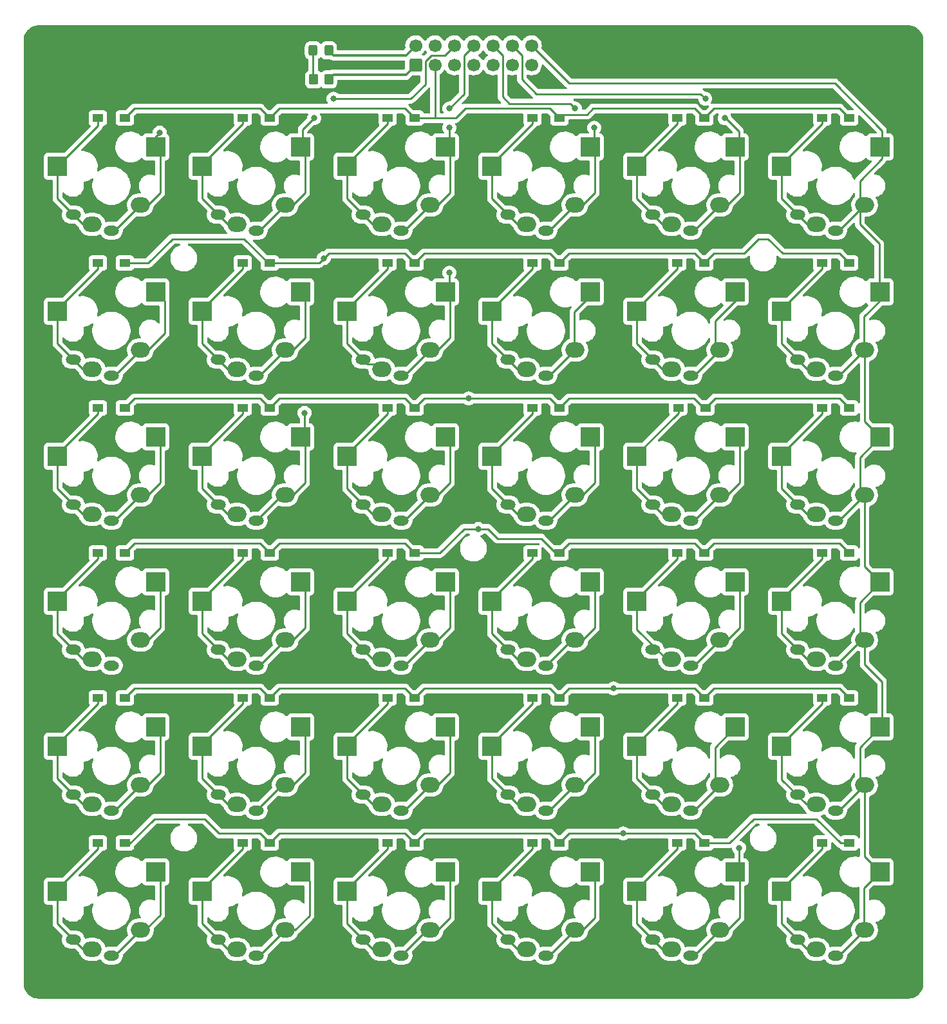
<source format=gbl>
%TF.GenerationSoftware,KiCad,Pcbnew,(6.0.5-0)*%
%TF.CreationDate,2022-06-17T01:41:07+08:00*%
%TF.ProjectId,Pragmatic,50726167-6d61-4746-9963-2e6b69636164,3*%
%TF.SameCoordinates,PX9157080PY3680a30*%
%TF.FileFunction,Copper,L2,Bot*%
%TF.FilePolarity,Positive*%
%FSLAX46Y46*%
G04 Gerber Fmt 4.6, Leading zero omitted, Abs format (unit mm)*
G04 Created by KiCad (PCBNEW (6.0.5-0)) date 2022-06-17 01:41:07*
%MOMM*%
%LPD*%
G01*
G04 APERTURE LIST*
G04 Aperture macros list*
%AMRoundRect*
0 Rectangle with rounded corners*
0 $1 Rounding radius*
0 $2 $3 $4 $5 $6 $7 $8 $9 X,Y pos of 4 corners*
0 Add a 4 corners polygon primitive as box body*
4,1,4,$2,$3,$4,$5,$6,$7,$8,$9,$2,$3,0*
0 Add four circle primitives for the rounded corners*
1,1,$1+$1,$2,$3*
1,1,$1+$1,$4,$5*
1,1,$1+$1,$6,$7*
1,1,$1+$1,$8,$9*
0 Add four rect primitives between the rounded corners*
20,1,$1+$1,$2,$3,$4,$5,0*
20,1,$1+$1,$4,$5,$6,$7,0*
20,1,$1+$1,$6,$7,$8,$9,0*
20,1,$1+$1,$8,$9,$2,$3,0*%
G04 Aperture macros list end*
%TA.AperFunction,ComponentPad*%
%ADD10RoundRect,0.250000X0.600000X-0.600000X0.600000X0.600000X-0.600000X0.600000X-0.600000X-0.600000X0*%
%TD*%
%TA.AperFunction,ComponentPad*%
%ADD11C,1.700000*%
%TD*%
%TA.AperFunction,SMDPad,CuDef*%
%ADD12R,2.550000X2.500000*%
%TD*%
%TA.AperFunction,ComponentPad*%
%ADD13O,2.000000X1.300000*%
%TD*%
%TA.AperFunction,ComponentPad*%
%ADD14O,2.500000X2.000000*%
%TD*%
%TA.AperFunction,SMDPad,CuDef*%
%ADD15R,1.400000X1.000000*%
%TD*%
%TA.AperFunction,SMDPad,CuDef*%
%ADD16RoundRect,0.250000X0.325000X0.450000X-0.325000X0.450000X-0.325000X-0.450000X0.325000X-0.450000X0*%
%TD*%
%TA.AperFunction,SMDPad,CuDef*%
%ADD17RoundRect,0.250000X0.350000X0.450000X-0.350000X0.450000X-0.350000X-0.450000X0.350000X-0.450000X0*%
%TD*%
%TA.AperFunction,ViaPad*%
%ADD18C,0.800000*%
%TD*%
%TA.AperFunction,Conductor*%
%ADD19C,0.250000*%
%TD*%
%TA.AperFunction,Conductor*%
%ADD20C,0.355600*%
%TD*%
G04 APERTURE END LIST*
D10*
X-55245000Y15875000D03*
D11*
X-55245000Y18415000D03*
X-52705000Y15875000D03*
X-52705000Y18415000D03*
X-50165000Y15875000D03*
X-50165000Y18415000D03*
X-47625000Y15875000D03*
X-47625000Y18415000D03*
X-45085000Y15875000D03*
X-45085000Y18415000D03*
X-42545000Y15875000D03*
X-42545000Y18415000D03*
X-40005000Y15875000D03*
X-40005000Y18415000D03*
D12*
X-102335000Y2540000D03*
D13*
X-100250000Y-3800000D03*
D14*
X-97790000Y-5080000D03*
X-91440000Y-2540000D03*
D12*
X-89408000Y5080000D03*
D13*
X-95250000Y-5900000D03*
D14*
X-97790000Y-24130000D03*
D13*
X-100250000Y-22850000D03*
D12*
X-102335000Y-16510000D03*
D13*
X-95250000Y-24950000D03*
D12*
X-89408000Y-13970000D03*
D14*
X-91440000Y-21590000D03*
X-78740000Y-24130000D03*
D12*
X-83285000Y-16510000D03*
D13*
X-81200000Y-22850000D03*
X-76200000Y-24950000D03*
D14*
X-72390000Y-21590000D03*
D12*
X-70358000Y-13970000D03*
D14*
X-78740000Y-5080000D03*
D12*
X-83285000Y2540000D03*
D13*
X-81200000Y-3800000D03*
D12*
X-70358000Y5080000D03*
D14*
X-72390000Y-2540000D03*
D13*
X-76200000Y-5900000D03*
D12*
X-64235000Y2540000D03*
D13*
X-62150000Y-3800000D03*
D14*
X-59690000Y-5080000D03*
D13*
X-57150000Y-5900000D03*
D12*
X-51308000Y5080000D03*
D14*
X-53340000Y-2540000D03*
D13*
X-43100000Y-3800000D03*
D12*
X-45185000Y2540000D03*
D14*
X-40640000Y-5080000D03*
X-34290000Y-2540000D03*
D13*
X-38100000Y-5900000D03*
D12*
X-32258000Y5080000D03*
D13*
X-24050000Y-3800000D03*
D12*
X-26135000Y2540000D03*
D14*
X-21590000Y-5080000D03*
D12*
X-13208000Y5080000D03*
D14*
X-15240000Y-2540000D03*
D13*
X-19050000Y-5900000D03*
D12*
X-7085000Y2540000D03*
D13*
X-5000000Y-3800000D03*
D14*
X-2540000Y-5080000D03*
X3810000Y-2540000D03*
D13*
X0Y-5900000D03*
D12*
X5842000Y5080000D03*
X-64235000Y-16510000D03*
D13*
X-62150000Y-22850000D03*
D14*
X-59690000Y-24130000D03*
X-53340000Y-21590000D03*
D13*
X-57150000Y-24950000D03*
D12*
X-51308000Y-13970000D03*
D13*
X-43100000Y-22850000D03*
D12*
X-45185000Y-16510000D03*
D14*
X-40640000Y-24130000D03*
X-34290000Y-21590000D03*
D12*
X-32258000Y-13970000D03*
D13*
X-38100000Y-24950000D03*
D14*
X-21590000Y-24130000D03*
D12*
X-26135000Y-16510000D03*
D13*
X-24050000Y-22850000D03*
X-19050000Y-24950000D03*
D12*
X-13208000Y-13970000D03*
D14*
X-15240000Y-21590000D03*
D12*
X-7085000Y-16510000D03*
D13*
X-5000000Y-22850000D03*
D14*
X-2540000Y-24130000D03*
D12*
X5842000Y-13970000D03*
D14*
X3810000Y-21590000D03*
D13*
X0Y-24950000D03*
D14*
X-97790000Y-43180000D03*
D13*
X-100250000Y-41900000D03*
D12*
X-102335000Y-35560000D03*
D13*
X-95250000Y-44000000D03*
D12*
X-89408000Y-33020000D03*
D14*
X-91440000Y-40640000D03*
D12*
X-83285000Y-35560000D03*
D14*
X-78740000Y-43180000D03*
D13*
X-81200000Y-41900000D03*
X-76200000Y-44000000D03*
D12*
X-70358000Y-33020000D03*
D14*
X-72390000Y-40640000D03*
X-59690000Y-43180000D03*
D13*
X-62150000Y-41900000D03*
D12*
X-64235000Y-35560000D03*
D13*
X-57150000Y-44000000D03*
D14*
X-53340000Y-40640000D03*
D12*
X-51308000Y-33020000D03*
D14*
X-40640000Y-43180000D03*
D13*
X-43100000Y-41900000D03*
D12*
X-45185000Y-35560000D03*
X-32258000Y-33020000D03*
D13*
X-38100000Y-44000000D03*
D14*
X-34290000Y-40640000D03*
X-21590000Y-43180000D03*
D12*
X-26135000Y-35560000D03*
D13*
X-24050000Y-41900000D03*
X-19050000Y-44000000D03*
D12*
X-13208000Y-33020000D03*
D14*
X-15240000Y-40640000D03*
X-2540000Y-43180000D03*
D12*
X-7085000Y-35560000D03*
D13*
X-5000000Y-41900000D03*
D14*
X3810000Y-40640000D03*
D13*
X0Y-44000000D03*
D12*
X5842000Y-33020000D03*
D14*
X-97790000Y-62230000D03*
D13*
X-100250000Y-60950000D03*
D12*
X-102335000Y-54610000D03*
D13*
X-95250000Y-63050000D03*
D12*
X-89408000Y-52070000D03*
D14*
X-91440000Y-59690000D03*
D12*
X-83285000Y-54610000D03*
D13*
X-81200000Y-60950000D03*
D14*
X-78740000Y-62230000D03*
X-72390000Y-59690000D03*
D12*
X-70358000Y-52070000D03*
D13*
X-76200000Y-63050000D03*
X-62150000Y-60950000D03*
D12*
X-64235000Y-54610000D03*
D14*
X-59690000Y-62230000D03*
D12*
X-51308000Y-52070000D03*
D13*
X-57150000Y-63050000D03*
D14*
X-53340000Y-59690000D03*
X-40640000Y-62230000D03*
D13*
X-43100000Y-60950000D03*
D12*
X-45185000Y-54610000D03*
X-32258000Y-52070000D03*
D13*
X-38100000Y-63050000D03*
D14*
X-34290000Y-59690000D03*
X-21590000Y-62230000D03*
D12*
X-26135000Y-54610000D03*
D13*
X-24050000Y-60950000D03*
X-19050000Y-63050000D03*
D14*
X-15240000Y-59690000D03*
D12*
X-13208000Y-52070000D03*
D14*
X-2540000Y-62230000D03*
D12*
X-7085000Y-54610000D03*
D13*
X-5000000Y-60950000D03*
D12*
X5842000Y-52070000D03*
D14*
X3810000Y-59690000D03*
D13*
X0Y-63050000D03*
D14*
X-97790000Y-81280000D03*
D12*
X-102335000Y-73660000D03*
D13*
X-100250000Y-80000000D03*
X-95250000Y-82100000D03*
D12*
X-89408000Y-71120000D03*
D14*
X-91440000Y-78740000D03*
X-78740000Y-81280000D03*
D12*
X-83285000Y-73660000D03*
D13*
X-81200000Y-80000000D03*
X-76200000Y-82100000D03*
D14*
X-72390000Y-78740000D03*
D12*
X-70358000Y-71120000D03*
D13*
X-62150000Y-80000000D03*
D12*
X-64235000Y-73660000D03*
D14*
X-59690000Y-81280000D03*
D12*
X-51308000Y-71120000D03*
D13*
X-57150000Y-82100000D03*
D14*
X-53340000Y-78740000D03*
D13*
X-43100000Y-80000000D03*
D14*
X-40640000Y-81280000D03*
D12*
X-45185000Y-73660000D03*
D13*
X-38100000Y-82100000D03*
D14*
X-34290000Y-78740000D03*
D12*
X-32258000Y-71120000D03*
D14*
X-21590000Y-81280000D03*
D13*
X-24050000Y-80000000D03*
D12*
X-26135000Y-73660000D03*
D14*
X-15240000Y-78740000D03*
D12*
X-13208000Y-71120000D03*
D13*
X-19050000Y-82100000D03*
D12*
X-7085000Y-73660000D03*
D13*
X-5000000Y-80000000D03*
D14*
X-2540000Y-81280000D03*
D12*
X5842000Y-71120000D03*
D14*
X3810000Y-78740000D03*
D13*
X0Y-82100000D03*
D14*
X-97790000Y-100330000D03*
D13*
X-100250000Y-99050000D03*
D12*
X-102335000Y-92710000D03*
X-89408000Y-90170000D03*
D13*
X-95250000Y-101150000D03*
D14*
X-91440000Y-97790000D03*
D13*
X-81200000Y-99050000D03*
D14*
X-78740000Y-100330000D03*
D12*
X-83285000Y-92710000D03*
D13*
X-76200000Y-101150000D03*
D12*
X-70358000Y-90170000D03*
D14*
X-72390000Y-97790000D03*
D13*
X-62150000Y-99050000D03*
D14*
X-59690000Y-100330000D03*
D12*
X-64235000Y-92710000D03*
X-51308000Y-90170000D03*
D14*
X-53340000Y-97790000D03*
D13*
X-57150000Y-101150000D03*
D12*
X-45185000Y-92710000D03*
D13*
X-43100000Y-99050000D03*
D14*
X-40640000Y-100330000D03*
X-34290000Y-97790000D03*
D13*
X-38100000Y-101150000D03*
D12*
X-32258000Y-90170000D03*
D14*
X-21590000Y-100330000D03*
D12*
X-26135000Y-92710000D03*
D13*
X-24050000Y-99050000D03*
D14*
X-15240000Y-97790000D03*
D12*
X-13208000Y-90170000D03*
D13*
X-19050000Y-101150000D03*
D12*
X-7085000Y-92710000D03*
D14*
X-2540000Y-100330000D03*
D13*
X-5000000Y-99050000D03*
X0Y-101150000D03*
D12*
X5842000Y-90170000D03*
D14*
X3810000Y-97790000D03*
D15*
X-93475000Y8890000D03*
X-97025000Y8890000D03*
X-93475000Y-10160000D03*
X-97025000Y-10160000D03*
X-74425000Y-10160000D03*
X-77975000Y-10160000D03*
X-74425000Y8890000D03*
X-77975000Y8890000D03*
X-55375000Y8890000D03*
X-58925000Y8890000D03*
X-36325000Y8890000D03*
X-39875000Y8890000D03*
X-17275000Y8890000D03*
X-20825000Y8890000D03*
X1775000Y8890000D03*
X-1775000Y8890000D03*
X-55375000Y-10160000D03*
X-58925000Y-10160000D03*
X-36325000Y-10160000D03*
X-39875000Y-10160000D03*
X-17275000Y-10160000D03*
X-20825000Y-10160000D03*
X1775000Y-10160000D03*
X-1775000Y-10160000D03*
X-93475000Y-29210000D03*
X-97025000Y-29210000D03*
X-74425000Y-29210000D03*
X-77975000Y-29210000D03*
X-55375000Y-29210000D03*
X-58925000Y-29210000D03*
X-36325000Y-29210000D03*
X-39875000Y-29210000D03*
X-17145000Y-29210000D03*
X-20695000Y-29210000D03*
X1775000Y-29210000D03*
X-1775000Y-29210000D03*
X-93475000Y-48260000D03*
X-97025000Y-48260000D03*
X-74425000Y-48260000D03*
X-77975000Y-48260000D03*
X-55375000Y-48260000D03*
X-58925000Y-48260000D03*
X-36325000Y-48260000D03*
X-39875000Y-48260000D03*
X-17275000Y-48260000D03*
X-20825000Y-48260000D03*
X1775000Y-48260000D03*
X-1775000Y-48260000D03*
X-93475000Y-67310000D03*
X-97025000Y-67310000D03*
X-74425000Y-67310000D03*
X-77975000Y-67310000D03*
X-55375000Y-67310000D03*
X-58925000Y-67310000D03*
X-36325000Y-67310000D03*
X-39875000Y-67310000D03*
X-17275000Y-67310000D03*
X-20825000Y-67310000D03*
X1775000Y-67310000D03*
X-1775000Y-67310000D03*
X-93475000Y-86360000D03*
X-97025000Y-86360000D03*
X-74425000Y-86360000D03*
X-77975000Y-86360000D03*
X-55375000Y-86360000D03*
X-58925000Y-86360000D03*
X-36325000Y-86360000D03*
X-39875000Y-86360000D03*
X-17275000Y-86360000D03*
X-20825000Y-86360000D03*
X1775000Y-86360000D03*
X-1775000Y-86360000D03*
D16*
X-66675000Y17780000D03*
X-68725000Y17780000D03*
D17*
X-66675000Y13970000D03*
X-68675000Y13970000D03*
D18*
X-89408000Y-52070000D03*
X-88900000Y6985000D03*
X-89408000Y-71120000D03*
X-89408000Y-33020000D03*
X-89408000Y-90170000D03*
X-67310000Y-9525000D03*
X-51308000Y-90170000D03*
X-50800000Y10160000D03*
X-50800000Y-33020000D03*
X-50800000Y-11430000D03*
X-50800000Y7620000D03*
X-51308000Y-71120000D03*
X-51435000Y-52070000D03*
X-70358000Y-71120000D03*
X-66040000Y11430000D03*
X-69850000Y-29845000D03*
X-70358000Y-13970000D03*
X-68580000Y8890000D03*
X-70358000Y-90170000D03*
X-70358000Y-52070000D03*
X-48260000Y-27940000D03*
X-46990000Y-45085000D03*
X-29210000Y-66040000D03*
X-27940000Y-85090000D03*
X-12700000Y-33020000D03*
X-12700000Y-86995000D03*
X-13208000Y-71120000D03*
X-17145000Y11430000D03*
X-13208000Y-13970000D03*
X-14605000Y8890000D03*
X-13208000Y-52070000D03*
X-32258000Y-13970000D03*
X-34290000Y10160000D03*
X-31750000Y7620000D03*
X-32258000Y-90170000D03*
X-32258000Y-52070000D03*
X-32258000Y-71120000D03*
X-31750000Y-33020000D03*
D19*
X-97025000Y8890000D02*
X-97025000Y7850000D01*
X-102335000Y-1715000D02*
X-98970000Y-5080000D01*
X-102335000Y2540000D02*
X-102335000Y-1715000D01*
X-97025000Y7850000D02*
X-102335000Y2540000D01*
X-98970000Y-5080000D02*
X-97790000Y-5080000D01*
X-73155000Y10160000D02*
X-56645000Y10160000D01*
X1775000Y8890000D02*
X505000Y10160000D01*
X-36780995Y9345995D02*
X-32719901Y9345995D01*
X-16005000Y10160000D02*
X-17275000Y8890000D01*
X-55375000Y8890000D02*
X-49970200Y8890000D01*
X-37595000Y10160000D02*
X-36325000Y8890000D01*
X-74425000Y8890000D02*
X-73155000Y10160000D01*
X-18545000Y10160000D02*
X-17275000Y8890000D01*
X-49970200Y8890000D02*
X-48700200Y10160000D01*
X-32719901Y9345995D02*
X-31905896Y10160000D01*
X-75695000Y10160000D02*
X-74425000Y8890000D01*
X-92205000Y10160000D02*
X-75695000Y10160000D01*
X-56645000Y10160000D02*
X-55375000Y8890000D01*
X-93475000Y8890000D02*
X-92205000Y10160000D01*
X-48700200Y10160000D02*
X-37595000Y10160000D01*
X-31905896Y10160000D02*
X-18545000Y10160000D01*
X505000Y10160000D02*
X-16005000Y10160000D01*
X-52705000Y15875000D02*
X-52705000Y8890000D01*
X-77975000Y8890000D02*
X-77975000Y8131000D01*
X-79920000Y-5080000D02*
X-78740000Y-5080000D01*
X-83285000Y2540000D02*
X-83285000Y-1715000D01*
X-83285000Y-1715000D02*
X-79920000Y-5080000D01*
X-77975000Y8131000D02*
X-83566000Y2540000D01*
X-91440000Y-40640000D02*
X-94800000Y-44000000D01*
X-95250000Y-5900000D02*
X-94800000Y-5900000D01*
X-88845479Y-39045479D02*
X-90440000Y-40640000D01*
X-88265000Y-15113000D02*
X-88265000Y-19415000D01*
X-88845479Y-77145479D02*
X-90440000Y-78740000D01*
X-88845479Y-71682521D02*
X-88845479Y-77145479D01*
X-88845479Y-52632521D02*
X-88845479Y-58095479D01*
X-95250000Y-24950000D02*
X-94800000Y-24950000D01*
X-88845479Y-14532521D02*
X-88265000Y-15113000D01*
X-88265000Y-19415000D02*
X-90440000Y-21590000D01*
X-94800000Y-5900000D02*
X-91440000Y-2540000D01*
X-88845479Y-33709521D02*
X-88845479Y-39045479D01*
X-89535000Y5461000D02*
X-89535000Y6350000D01*
X-94800000Y-24950000D02*
X-91440000Y-21590000D01*
X-88845479Y-90732521D02*
X-88845479Y-95798636D01*
X-94800000Y-101150000D02*
X-91440000Y-97790000D01*
X-88845479Y-58095479D02*
X-90440000Y-59690000D01*
X-95250000Y-82100000D02*
X-94800000Y-82100000D01*
X-88845479Y-945479D02*
X-90440000Y-2540000D01*
X-88845479Y-95798636D02*
X-90836843Y-97790000D01*
X-88845479Y4517479D02*
X-88845479Y-945479D01*
X-94800000Y-44000000D02*
X-95250000Y-44000000D01*
X-95250000Y-101150000D02*
X-94800000Y-101150000D01*
X-89535000Y6350000D02*
X-88900000Y6985000D01*
X-94800000Y-82100000D02*
X-91440000Y-78740000D01*
X-102335000Y-20765000D02*
X-98970000Y-24130000D01*
X-98970000Y-24130000D02*
X-97790000Y-24130000D01*
X-102335000Y-16510000D02*
X-102335000Y-20765000D01*
X-97025000Y-10160000D02*
X-97025000Y-10919000D01*
X-97025000Y-10919000D02*
X-102616000Y-16510000D01*
X-55375000Y-10160000D02*
X-56645000Y-8890000D01*
X-66675000Y-8890000D02*
X-67310000Y-9525000D01*
X1775000Y-10160000D02*
X505000Y-8890000D01*
X-67945000Y-10160000D02*
X-67310000Y-9525000D01*
X-56645000Y-8890000D02*
X-66675000Y-8890000D01*
X-37595000Y-8890000D02*
X-54105000Y-8890000D01*
X-12065000Y-8890000D02*
X-16005000Y-8890000D01*
X-16005000Y-8890000D02*
X-17275000Y-10160000D01*
X-93475000Y-10160000D02*
X-90415400Y-10160000D01*
X-74425000Y-10160000D02*
X-67945000Y-10160000D01*
X-36325000Y-10160000D02*
X-37595000Y-8890000D01*
X505000Y-8890000D02*
X-6985000Y-8890000D01*
X-10160000Y-6985000D02*
X-12065000Y-8890000D01*
X-17275000Y-10160000D02*
X-18545000Y-8890000D01*
X-54105000Y-8890000D02*
X-55375000Y-10160000D01*
X-90415400Y-10160000D02*
X-87240400Y-6985000D01*
X-77800000Y-6985000D02*
X-74625000Y-10160000D01*
X-18545000Y-8890000D02*
X-35055000Y-8890000D01*
X-87240400Y-6985000D02*
X-77800000Y-6985000D01*
X-8890000Y-6985000D02*
X-10160000Y-6985000D01*
X-35055000Y-8890000D02*
X-36325000Y-10160000D01*
X-6985000Y-8890000D02*
X-8890000Y-6985000D01*
X-83285000Y-20765000D02*
X-79920000Y-24130000D01*
X-77975000Y-10919000D02*
X-83566000Y-16510000D01*
X-83285000Y-16510000D02*
X-83285000Y-20765000D01*
X-77975000Y-10160000D02*
X-77975000Y-10919000D01*
X-79920000Y-24130000D02*
X-78740000Y-24130000D01*
D20*
X-56515000Y14605000D02*
X-55245000Y15875000D01*
X-66675000Y13970000D02*
X-66040000Y14605000D01*
X-66040000Y14605000D02*
X-56515000Y14605000D01*
D19*
X-50745479Y-33582521D02*
X-50745479Y-39045479D01*
X-50800000Y-13716000D02*
X-50800000Y-11430000D01*
X-50745479Y-945479D02*
X-52340000Y-2540000D01*
X-50745479Y-90732521D02*
X-50745479Y-96195479D01*
X-53340000Y-59690000D02*
X-56700000Y-63050000D01*
X-50745479Y-77145479D02*
X-52340000Y-78740000D01*
X-56700000Y-24950000D02*
X-53340000Y-21590000D01*
X-50745479Y4517479D02*
X-50745479Y-945479D01*
X-50745479Y-96195479D02*
X-52340000Y-97790000D01*
X-50745479Y-39045479D02*
X-52340000Y-40640000D01*
X-48895000Y12065000D02*
X-50800000Y10160000D01*
X-53790000Y-97790000D02*
X-53340000Y-97790000D01*
X-50745479Y-14532521D02*
X-50745479Y-19995479D01*
X-56700000Y-63050000D02*
X-57150000Y-63050000D01*
X-47625000Y18415000D02*
X-48895000Y17145000D01*
X-57150000Y-101150000D02*
X-53790000Y-97790000D01*
X-50745479Y-58095479D02*
X-52340000Y-59690000D01*
X-56700000Y-5900000D02*
X-53340000Y-2540000D01*
X-50745479Y-19995479D02*
X-52340000Y-21590000D01*
X-50745479Y-52632521D02*
X-50745479Y-58095479D01*
X-57150000Y-24950000D02*
X-56700000Y-24950000D01*
X-53340000Y-40640000D02*
X-56700000Y-44000000D01*
X-50800000Y5334000D02*
X-50800000Y7620000D01*
X-56700000Y-82100000D02*
X-57150000Y-82100000D01*
X-57150000Y-5900000D02*
X-56700000Y-5900000D01*
X-48895000Y17145000D02*
X-48895000Y12065000D01*
X-50745479Y-71682521D02*
X-50745479Y-77145479D01*
X-53340000Y-78740000D02*
X-56700000Y-82100000D01*
X-56700000Y-44000000D02*
X-57150000Y-44000000D01*
X-51435000Y17145000D02*
X-50165000Y18415000D01*
X-75750000Y-24950000D02*
X-72390000Y-21590000D01*
X-75750000Y-5900000D02*
X-72390000Y-2540000D01*
X-75750000Y-63050000D02*
X-76200000Y-63050000D01*
X-69795479Y-33582521D02*
X-69795479Y-39045479D01*
X-69850000Y-32766000D02*
X-69850000Y-29845000D01*
X-76200000Y-24950000D02*
X-75750000Y-24950000D01*
X-69795479Y-58095479D02*
X-71390000Y-59690000D01*
X-71390000Y-21590000D02*
X-69795479Y-19995479D01*
X-70104000Y5080000D02*
X-70104000Y7366000D01*
X-75750000Y-101150000D02*
X-72390000Y-97790000D01*
X-69795479Y-19995479D02*
X-69795479Y-14532521D01*
X-69795479Y-90732521D02*
X-69215000Y-91313000D01*
X-72840000Y-40640000D02*
X-76200000Y-44000000D01*
X-69795479Y-77145479D02*
X-71390000Y-78740000D01*
X-55880000Y11430000D02*
X-53975000Y13335000D01*
X-69215000Y-95885000D02*
X-71120000Y-97790000D01*
X-53975000Y13335000D02*
X-53975000Y16342378D01*
X-72390000Y-59690000D02*
X-75750000Y-63050000D01*
X-66040000Y11430000D02*
X-55880000Y11430000D01*
X-53172378Y17145000D02*
X-51435000Y17145000D01*
X-69795479Y4517479D02*
X-69795479Y-945479D01*
X-69795479Y-71682521D02*
X-69795479Y-77145479D01*
X-71120000Y-97790000D02*
X-72390000Y-97790000D01*
X-72390000Y-78740000D02*
X-72840000Y-78740000D01*
X-76200000Y-101150000D02*
X-75750000Y-101150000D01*
X-72390000Y-40640000D02*
X-72840000Y-40640000D01*
X-53975000Y16342378D02*
X-53172378Y17145000D01*
X-76200000Y-5900000D02*
X-75750000Y-5900000D01*
X-69795479Y-945479D02*
X-71390000Y-2540000D01*
X-69215000Y-91313000D02*
X-69215000Y-95885000D01*
X-72840000Y-78740000D02*
X-76200000Y-82100000D01*
X-69795479Y-52632521D02*
X-69795479Y-58095479D01*
X-69795479Y-39045479D02*
X-71390000Y-40640000D01*
X-70104000Y7366000D02*
X-68580000Y8890000D01*
X-15875000Y-27940000D02*
X-17145000Y-29210000D01*
X-92205000Y-27940000D02*
X-93475000Y-29210000D01*
X-18615000Y-27940000D02*
X-35055000Y-27940000D01*
X1775000Y-29210000D02*
X505000Y-27940000D01*
X-73155000Y-27940000D02*
X-74425000Y-29210000D01*
X-37595000Y-27940000D02*
X-48260000Y-27940000D01*
X-74425000Y-29210000D02*
X-75695000Y-27940000D01*
X-56645000Y-27940000D02*
X-73155000Y-27940000D01*
X-35055000Y-27940000D02*
X-36325000Y-29210000D01*
X-55375000Y-29210000D02*
X-56645000Y-27940000D01*
X-75695000Y-27940000D02*
X-92205000Y-27940000D01*
X505000Y-27940000D02*
X-15875000Y-27940000D01*
X-36325000Y-29210000D02*
X-37595000Y-27940000D01*
X-54105000Y-27940000D02*
X-48260000Y-27940000D01*
X-55375000Y-29210000D02*
X-54105000Y-27940000D01*
X-17345000Y-29210000D02*
X-18615000Y-27940000D01*
D20*
X-56515000Y17145000D02*
X-66040000Y17145000D01*
X-66040000Y17145000D02*
X-66675000Y17780000D01*
X-55245000Y18415000D02*
X-56515000Y17145000D01*
D19*
X-44450000Y-46355000D02*
X-45720000Y-45085000D01*
X-48895000Y-45085000D02*
X-46990000Y-45085000D01*
X-74425000Y-48260000D02*
X-75695000Y-46990000D01*
X-45720000Y-45085000D02*
X-46990000Y-45085000D01*
X-55375000Y-48260000D02*
X-56645000Y-46990000D01*
X505000Y-46990000D02*
X-16005000Y-46990000D01*
X-92205000Y-46990000D02*
X-93475000Y-48260000D01*
X-38735000Y-46355000D02*
X-44450000Y-46355000D01*
X-17275000Y-48260000D02*
X-18545000Y-46990000D01*
X-35055000Y-46990000D02*
X-36325000Y-48260000D01*
X-75695000Y-46990000D02*
X-92205000Y-46990000D01*
X-56645000Y-46990000D02*
X-73155000Y-46990000D01*
X-52070000Y-48260000D02*
X-48895000Y-45085000D01*
X-36830000Y-48260000D02*
X-38735000Y-46355000D01*
X-73155000Y-46990000D02*
X-74425000Y-48260000D01*
X-16005000Y-46990000D02*
X-17275000Y-48260000D01*
X1775000Y-48260000D02*
X505000Y-46990000D01*
X-18545000Y-46990000D02*
X-35055000Y-46990000D01*
X-55375000Y-48260000D02*
X-52070000Y-48260000D01*
X-36325000Y-67310000D02*
X-37595000Y-66040000D01*
X-55375000Y-67310000D02*
X-56645000Y-66040000D01*
X-56645000Y-66040000D02*
X-73155000Y-66040000D01*
X-36235499Y-67220499D02*
X-35055000Y-66040000D01*
X-73155000Y-66040000D02*
X-74425000Y-67310000D01*
X-17275000Y-67310000D02*
X-18545000Y-66040000D01*
X-75695000Y-66040000D02*
X-92205000Y-66040000D01*
X-16005000Y-66040000D02*
X-17275000Y-67310000D01*
X-74425000Y-67310000D02*
X-75695000Y-66040000D01*
X-37595000Y-66040000D02*
X-54105000Y-66040000D01*
X-92205000Y-66040000D02*
X-93475000Y-67310000D01*
X-54105000Y-66040000D02*
X-55375000Y-67310000D01*
X1775000Y-67310000D02*
X505000Y-66040000D01*
X-35055000Y-66040000D02*
X-29210000Y-66040000D01*
X-18545000Y-66040000D02*
X-29210000Y-66040000D01*
X505000Y-66040000D02*
X-16005000Y-66040000D01*
X635000Y-86360000D02*
X-2540000Y-83185000D01*
X-36325000Y-86360000D02*
X-35055000Y-85090000D01*
X-75695000Y-85090000D02*
X-81083789Y-85090000D01*
X-74425000Y-86360000D02*
X-75695000Y-85090000D01*
X-37595000Y-85090000D02*
X-54105000Y-85090000D01*
X-36325000Y-86360000D02*
X-37595000Y-85090000D01*
X-56645000Y-85090000D02*
X-73155000Y-85090000D01*
X-35055000Y-85090000D02*
X-27940000Y-85090000D01*
X-17275000Y-86360000D02*
X-18545000Y-85090000D01*
X-89590958Y-83185000D02*
X-93120479Y-86714521D01*
X-10795000Y-83185000D02*
X-13970000Y-86360000D01*
X-13970000Y-86360000D02*
X-17275000Y-86360000D01*
X-55375000Y-86360000D02*
X-56645000Y-85090000D01*
X-82988789Y-83185000D02*
X-89590958Y-83185000D01*
X-54105000Y-85090000D02*
X-55375000Y-86360000D01*
X-18545000Y-85090000D02*
X-27940000Y-85090000D01*
X-2540000Y-83185000D02*
X-10795000Y-83185000D01*
X1575000Y-86360000D02*
X635000Y-86360000D01*
X-73155000Y-85090000D02*
X-74425000Y-86360000D01*
X-81083789Y-85090000D02*
X-82988789Y-83185000D01*
X3810000Y-62865000D02*
X6096000Y-65151000D01*
X3755479Y-92256521D02*
X3755479Y-97735479D01*
X3810000Y-88138000D02*
X5842000Y-90170000D01*
X3755479Y-17181563D02*
X3755479Y-21535479D01*
X6096000Y-65151000D02*
X6096000Y-71120000D01*
X5842000Y-90170000D02*
X3755479Y-92256521D01*
X3175000Y-5080000D02*
X5715000Y-7620000D01*
X-35052000Y13462000D02*
X-127000Y13462000D01*
X3810000Y-78740000D02*
X3810000Y-88138000D01*
X0Y-5900000D02*
X450000Y-5900000D01*
X5842000Y-71120000D02*
X3175000Y-73787000D01*
X450000Y-101150000D02*
X3810000Y-97790000D01*
X3810000Y-40640000D02*
X3810000Y-50038000D01*
X3175000Y-73787000D02*
X3175000Y-78105000D01*
X3810000Y-21590000D02*
X3810000Y-30988000D01*
X3175000Y-54737000D02*
X3175000Y-59055000D01*
X6096000Y7239000D02*
X6096000Y3556000D01*
X450000Y-5900000D02*
X3810000Y-2540000D01*
X450000Y-44000000D02*
X0Y-44000000D01*
X3810000Y-59690000D02*
X3810000Y-62865000D01*
X3810000Y-78740000D02*
X450000Y-82100000D01*
X450000Y-82100000D02*
X0Y-82100000D01*
X0Y-101150000D02*
X450000Y-101150000D01*
X-40005000Y18415000D02*
X-35052000Y13462000D01*
X0Y-24950000D02*
X450000Y-24950000D01*
X3810000Y-30988000D02*
X5842000Y-33020000D01*
X5715000Y-7620000D02*
X5715000Y-13589000D01*
X3175000Y-35687000D02*
X3175000Y-40005000D01*
X5842000Y-52070000D02*
X3175000Y-54737000D01*
X450000Y-24950000D02*
X3810000Y-21590000D01*
X6404521Y-14532521D02*
X3755479Y-17181563D01*
X5842000Y-33020000D02*
X3175000Y-35687000D01*
X3810000Y-50038000D02*
X5842000Y-52070000D01*
X-127000Y13462000D02*
X6096000Y7239000D01*
X3175000Y635000D02*
X3175000Y-5080000D01*
X3360000Y-59690000D02*
X3810000Y-59690000D01*
X6096000Y3556000D02*
X3175000Y635000D01*
X0Y-63050000D02*
X3360000Y-59690000D01*
X3810000Y-40640000D02*
X450000Y-44000000D01*
X-41275000Y17145000D02*
X-41275000Y13970000D01*
X-12700000Y-14605000D02*
X-15875000Y-17780000D01*
X-15240000Y-40640000D02*
X-18600000Y-44000000D01*
X-12645479Y-33582521D02*
X-12645479Y-39045479D01*
X-17780000Y12065000D02*
X-17145000Y11430000D01*
X-18600000Y-5900000D02*
X-15240000Y-2540000D01*
X-41275000Y13970000D02*
X-39370000Y12065000D01*
X-14478000Y8890000D02*
X-14605000Y8890000D01*
X-18600000Y-24950000D02*
X-15240000Y-21590000D01*
X-12645479Y-39045479D02*
X-14240000Y-40640000D01*
X-15240000Y-78740000D02*
X-18600000Y-82100000D01*
X-12700000Y7112000D02*
X-14478000Y8890000D01*
X-19050000Y-24950000D02*
X-18600000Y-24950000D01*
X-15875000Y-17780000D02*
X-15875000Y-20955000D01*
X-19050000Y-101150000D02*
X-18600000Y-101150000D01*
X-15875000Y-73787000D02*
X-13208000Y-71120000D01*
X-12954000Y-89281000D02*
X-12700000Y-89027000D01*
X-39370000Y12065000D02*
X-17780000Y12065000D01*
X-18600000Y-63050000D02*
X-15240000Y-59690000D01*
X-18600000Y-44000000D02*
X-19050000Y-44000000D01*
X-12645479Y-52632521D02*
X-12645479Y-58095479D01*
X-12645479Y4517479D02*
X-12645479Y-945479D01*
X-19050000Y-5900000D02*
X-18600000Y-5900000D01*
X-12700000Y5334000D02*
X-12700000Y7112000D01*
X-19050000Y-63050000D02*
X-18600000Y-63050000D01*
X-18600000Y-82100000D02*
X-19050000Y-82100000D01*
X-15875000Y-78105000D02*
X-15875000Y-73787000D01*
X-18600000Y-101150000D02*
X-15240000Y-97790000D01*
X-12700000Y-89027000D02*
X-12700000Y-86995000D01*
X-42545000Y18415000D02*
X-41275000Y17145000D01*
X-12645479Y-90732521D02*
X-12645479Y-96195479D01*
X-12645479Y-58095479D02*
X-14240000Y-59690000D01*
X-12645479Y-945479D02*
X-14240000Y-2540000D01*
X-12645479Y-96195479D02*
X-14240000Y-97790000D01*
X-31695479Y-945479D02*
X-33290000Y-2540000D01*
X-31695479Y-39045479D02*
X-33290000Y-40640000D01*
X-45085000Y18415000D02*
X-43815000Y17145000D01*
X-31750000Y7620000D02*
X-31750000Y5334000D01*
X-38100000Y-5900000D02*
X-37650000Y-5900000D01*
X-37650000Y-5900000D02*
X-34290000Y-2540000D01*
X-32258000Y-14478000D02*
X-34344521Y-16564521D01*
X-34344521Y-16564521D02*
X-34344521Y-21535479D01*
X-37650000Y-24950000D02*
X-34290000Y-21590000D01*
X-38100000Y-24950000D02*
X-37650000Y-24950000D01*
X-31695479Y4517479D02*
X-31695479Y-945479D01*
X-42936010Y10795000D02*
X-34925000Y10795000D01*
X-31695479Y-33582521D02*
X-31695479Y-39045479D01*
X-34290000Y-59690000D02*
X-34740000Y-59690000D01*
X-34925000Y10795000D02*
X-34290000Y10160000D01*
X-31695479Y-52632521D02*
X-31695479Y-58095479D01*
X-34290000Y-78740000D02*
X-37650000Y-82100000D01*
X-43815000Y17145000D02*
X-43815000Y11673990D01*
X-37650000Y-101150000D02*
X-34290000Y-97790000D01*
X-31695479Y-90732521D02*
X-31695479Y-96195479D01*
X-34740000Y-59690000D02*
X-38100000Y-63050000D01*
X-37650000Y-44000000D02*
X-38100000Y-44000000D01*
X-43815000Y11673990D02*
X-42936010Y10795000D01*
X-37650000Y-82100000D02*
X-38100000Y-82100000D01*
X-31695479Y-96195479D02*
X-33290000Y-97790000D01*
X-31695479Y-58095479D02*
X-33290000Y-59690000D01*
X-38100000Y-101150000D02*
X-37650000Y-101150000D01*
X-34290000Y-40640000D02*
X-37650000Y-44000000D01*
X-31695479Y-71682521D02*
X-31695479Y-77145479D01*
X-31695479Y-77145479D02*
X-33290000Y-78740000D01*
X-68725000Y17780000D02*
X-68725000Y14020000D01*
X-58925000Y8890000D02*
X-58925000Y8131000D01*
X-64235000Y2540000D02*
X-64235000Y-1715000D01*
X-58925000Y8131000D02*
X-64516000Y2540000D01*
X-60870000Y-5080000D02*
X-59690000Y-5080000D01*
X-64235000Y-1715000D02*
X-60870000Y-5080000D01*
X-39875000Y8131000D02*
X-45466000Y2540000D01*
X-45185000Y-1715000D02*
X-41820000Y-5080000D01*
X-39875000Y8890000D02*
X-39875000Y8131000D01*
X-45185000Y2540000D02*
X-45185000Y-1715000D01*
X-41820000Y-5080000D02*
X-40640000Y-5080000D01*
X-26135000Y-1715000D02*
X-22770000Y-5080000D01*
X-20825000Y8131000D02*
X-26416000Y2540000D01*
X-26135000Y2540000D02*
X-26135000Y-1715000D01*
X-20825000Y8890000D02*
X-20825000Y8131000D01*
X-22770000Y-5080000D02*
X-21590000Y-5080000D01*
X-1775000Y8890000D02*
X-1775000Y8131000D01*
X-7085000Y-1715000D02*
X-3720000Y-5080000D01*
X-7085000Y2540000D02*
X-7085000Y-1715000D01*
X-1775000Y8131000D02*
X-7366000Y2540000D01*
X-3720000Y-5080000D02*
X-2540000Y-5080000D01*
X-61536843Y-23463157D02*
X-59690000Y-23463157D01*
X-64235000Y-20765000D02*
X-61536843Y-23463157D01*
X-58925000Y-10160000D02*
X-58925000Y-10919000D01*
X-64235000Y-16510000D02*
X-64235000Y-20765000D01*
X-58925000Y-10919000D02*
X-64516000Y-16510000D01*
X-39875000Y-10919000D02*
X-45466000Y-16510000D01*
X-45185000Y-20765000D02*
X-41820000Y-24130000D01*
X-45185000Y-16510000D02*
X-45185000Y-20765000D01*
X-39875000Y-10160000D02*
X-39875000Y-10919000D01*
X-41820000Y-24130000D02*
X-40640000Y-24130000D01*
X-26135000Y-16510000D02*
X-26135000Y-20765000D01*
X-20825000Y-10160000D02*
X-20825000Y-10919000D01*
X-22770000Y-24130000D02*
X-21590000Y-24130000D01*
X-26135000Y-20765000D02*
X-22770000Y-24130000D01*
X-20825000Y-10919000D02*
X-26416000Y-16510000D01*
X-3720000Y-24130000D02*
X-2540000Y-24130000D01*
X-7085000Y-16510000D02*
X-7085000Y-20765000D01*
X-1775000Y-10919000D02*
X-7366000Y-16510000D01*
X-7085000Y-20765000D02*
X-3720000Y-24130000D01*
X-1775000Y-10160000D02*
X-1775000Y-10919000D01*
X-97025000Y-29210000D02*
X-97025000Y-29969000D01*
X-97025000Y-29969000D02*
X-102616000Y-35560000D01*
X-102335000Y-35560000D02*
X-102335000Y-39815000D01*
X-98970000Y-43180000D02*
X-97790000Y-43180000D01*
X-102335000Y-39815000D02*
X-98970000Y-43180000D01*
X-77975000Y-29969000D02*
X-83566000Y-35560000D01*
X-83285000Y-35560000D02*
X-83285000Y-39815000D01*
X-77975000Y-29210000D02*
X-77975000Y-29969000D01*
X-79920000Y-43180000D02*
X-78740000Y-43180000D01*
X-83285000Y-39815000D02*
X-79920000Y-43180000D01*
X-64235000Y-35560000D02*
X-64235000Y-39815000D01*
X-64235000Y-39815000D02*
X-60870000Y-43180000D01*
X-60870000Y-43180000D02*
X-59690000Y-43180000D01*
X-58925000Y-29969000D02*
X-64516000Y-35560000D01*
X-58925000Y-29210000D02*
X-58925000Y-29969000D01*
X-45185000Y-39815000D02*
X-41820000Y-43180000D01*
X-39875000Y-29210000D02*
X-39875000Y-29969000D01*
X-45185000Y-35560000D02*
X-45185000Y-39815000D01*
X-41820000Y-43180000D02*
X-40640000Y-43180000D01*
X-39875000Y-29969000D02*
X-45466000Y-35560000D01*
X-20695000Y-29839000D02*
X-26416000Y-35560000D01*
X-26135000Y-39815000D02*
X-22770000Y-43180000D01*
X-20695000Y-29210000D02*
X-20695000Y-29839000D01*
X-22770000Y-43180000D02*
X-21590000Y-43180000D01*
X-26135000Y-35560000D02*
X-26135000Y-39815000D01*
X-1775000Y-29210000D02*
X-1775000Y-29969000D01*
X-3720000Y-43180000D02*
X-2540000Y-43180000D01*
X-7085000Y-35560000D02*
X-7085000Y-39815000D01*
X-7085000Y-39815000D02*
X-3720000Y-43180000D01*
X-1775000Y-29969000D02*
X-7366000Y-35560000D01*
X-98970000Y-62230000D02*
X-97790000Y-62230000D01*
X-102335000Y-58865000D02*
X-98970000Y-62230000D01*
X-102335000Y-54610000D02*
X-102335000Y-58865000D01*
X-97025000Y-49019000D02*
X-102616000Y-54610000D01*
X-97025000Y-48260000D02*
X-97025000Y-49019000D01*
X-77975000Y-48260000D02*
X-77975000Y-49019000D01*
X-77975000Y-49019000D02*
X-83566000Y-54610000D01*
X-83285000Y-54610000D02*
X-83285000Y-58865000D01*
X-83285000Y-58865000D02*
X-79920000Y-62230000D01*
X-79920000Y-62230000D02*
X-78740000Y-62230000D01*
X-60870000Y-62230000D02*
X-59690000Y-62230000D01*
X-58925000Y-48260000D02*
X-58925000Y-49019000D01*
X-64235000Y-54610000D02*
X-64235000Y-58865000D01*
X-58925000Y-49019000D02*
X-64516000Y-54610000D01*
X-64235000Y-58865000D02*
X-60870000Y-62230000D01*
X-41820000Y-62230000D02*
X-40640000Y-62230000D01*
X-39875000Y-48260000D02*
X-39875000Y-49019000D01*
X-45185000Y-58865000D02*
X-41820000Y-62230000D01*
X-45185000Y-54610000D02*
X-45185000Y-58865000D01*
X-39875000Y-49019000D02*
X-45466000Y-54610000D01*
X-26135000Y-58320000D02*
X-22225000Y-62230000D01*
X-26135000Y-54610000D02*
X-26135000Y-58320000D01*
X-20825000Y-49019000D02*
X-26416000Y-54610000D01*
X-22225000Y-62230000D02*
X-21590000Y-62230000D01*
X-20825000Y-48260000D02*
X-20825000Y-49019000D01*
X-3720000Y-62230000D02*
X-2540000Y-62230000D01*
X-7085000Y-54610000D02*
X-7085000Y-58865000D01*
X-1775000Y-48260000D02*
X-1775000Y-49019000D01*
X-7085000Y-58865000D02*
X-3720000Y-62230000D01*
X-1775000Y-49019000D02*
X-7366000Y-54610000D01*
X-102335000Y-73660000D02*
X-102335000Y-77915000D01*
X-98970000Y-81280000D02*
X-97790000Y-81280000D01*
X-97025000Y-68069000D02*
X-102616000Y-73660000D01*
X-97025000Y-67310000D02*
X-97025000Y-68069000D01*
X-102335000Y-77915000D02*
X-98970000Y-81280000D01*
X-83285000Y-77915000D02*
X-79920000Y-81280000D01*
X-79920000Y-81280000D02*
X-78740000Y-81280000D01*
X-77975000Y-67310000D02*
X-77975000Y-68069000D01*
X-83285000Y-73660000D02*
X-83285000Y-77915000D01*
X-77975000Y-68069000D02*
X-83566000Y-73660000D01*
X-58925000Y-67310000D02*
X-58925000Y-68069000D01*
X-60870000Y-81280000D02*
X-59690000Y-81280000D01*
X-64235000Y-73660000D02*
X-64235000Y-77915000D01*
X-64235000Y-77915000D02*
X-60870000Y-81280000D01*
X-58925000Y-68069000D02*
X-64516000Y-73660000D01*
X-39875000Y-68069000D02*
X-45466000Y-73660000D01*
X-41820000Y-81280000D02*
X-40640000Y-81280000D01*
X-45185000Y-77915000D02*
X-41820000Y-81280000D01*
X-45185000Y-73660000D02*
X-45185000Y-77915000D01*
X-39875000Y-67310000D02*
X-39875000Y-68069000D01*
X-20825000Y-68069000D02*
X-26416000Y-73660000D01*
X-20825000Y-67310000D02*
X-20825000Y-68069000D01*
X-26135000Y-77915000D02*
X-22770000Y-81280000D01*
X-26135000Y-73660000D02*
X-26135000Y-77915000D01*
X-22770000Y-81280000D02*
X-21590000Y-81280000D01*
X-3810000Y-81280000D02*
X-2540000Y-81280000D01*
X-7085000Y-78005000D02*
X-3810000Y-81280000D01*
X-7085000Y-73660000D02*
X-7085000Y-78005000D01*
X-1775000Y-68069000D02*
X-7366000Y-73660000D01*
X-1775000Y-67310000D02*
X-1775000Y-68069000D01*
X-102335000Y-96965000D02*
X-98970000Y-100330000D01*
X-97025000Y-87119000D02*
X-102616000Y-92710000D01*
X-98970000Y-100330000D02*
X-98456843Y-100330000D01*
X-97025000Y-86360000D02*
X-97025000Y-87119000D01*
X-102335000Y-92710000D02*
X-102335000Y-96965000D01*
X-98456843Y-100330000D02*
X-97790000Y-99663157D01*
X-77975000Y-87119000D02*
X-83566000Y-92710000D01*
X-83285000Y-96965000D02*
X-79920000Y-100330000D01*
X-79920000Y-100330000D02*
X-78740000Y-100330000D01*
X-83285000Y-92710000D02*
X-83285000Y-96965000D01*
X-77975000Y-86360000D02*
X-77975000Y-87119000D01*
X-58925000Y-86360000D02*
X-58925000Y-87119000D01*
X-64235000Y-96965000D02*
X-60870000Y-100330000D01*
X-58925000Y-87119000D02*
X-64516000Y-92710000D01*
X-64235000Y-92710000D02*
X-64235000Y-96965000D01*
X-60870000Y-100330000D02*
X-59690000Y-100330000D01*
X-45185000Y-96965000D02*
X-41820000Y-100330000D01*
X-45185000Y-92710000D02*
X-45185000Y-96965000D01*
X-39875000Y-86360000D02*
X-39875000Y-87119000D01*
X-39875000Y-87119000D02*
X-45466000Y-92710000D01*
X-41820000Y-100330000D02*
X-40640000Y-100330000D01*
X-26135000Y-96965000D02*
X-22770000Y-100330000D01*
X-26135000Y-92710000D02*
X-26135000Y-96965000D01*
X-22770000Y-100330000D02*
X-21590000Y-100330000D01*
X-20825000Y-86360000D02*
X-20825000Y-87119000D01*
X-20825000Y-87119000D02*
X-26416000Y-92710000D01*
X-1775000Y-87119000D02*
X-7366000Y-92710000D01*
X-7085000Y-92710000D02*
X-7085000Y-96965000D01*
X-7085000Y-96965000D02*
X-3720000Y-100330000D01*
X-1775000Y-86360000D02*
X-1775000Y-87119000D01*
X-3720000Y-100330000D02*
X-2540000Y-100330000D01*
%TA.AperFunction,NonConductor*%
G36*
X-53892974Y17739856D02*
G01*
X-53865125Y17708006D01*
X-53805013Y17609912D01*
X-53801633Y17606010D01*
X-53788215Y17590520D01*
X-53758732Y17525934D01*
X-53768846Y17455662D01*
X-53794357Y17418927D01*
X-54081029Y17132255D01*
X-54143341Y17098229D01*
X-54214156Y17103294D01*
X-54236240Y17114090D01*
X-54287774Y17145856D01*
X-54322262Y17167115D01*
X-54329215Y17169421D01*
X-54330096Y17169832D01*
X-54383382Y17216748D01*
X-54402844Y17285025D01*
X-54382304Y17352985D01*
X-54364471Y17373156D01*
X-54365140Y17373827D01*
X-54210565Y17527863D01*
X-54206904Y17531511D01*
X-54076547Y17712923D01*
X-54075224Y17711972D01*
X-54028355Y17755143D01*
X-53958420Y17767375D01*
X-53892974Y17739856D01*
G37*
%TD.AperFunction*%
%TA.AperFunction,NonConductor*%
G36*
X-46272974Y17739856D02*
G01*
X-46245125Y17708006D01*
X-46185013Y17609912D01*
X-46038750Y17441062D01*
X-45866874Y17298368D01*
X-45796405Y17257189D01*
X-45793555Y17255524D01*
X-45744831Y17203886D01*
X-45731760Y17134103D01*
X-45758491Y17068331D01*
X-45798945Y17034973D01*
X-45811393Y17028493D01*
X-45815526Y17025390D01*
X-45815529Y17025388D01*
X-45849577Y16999824D01*
X-45990035Y16894365D01*
X-46031973Y16850479D01*
X-46140699Y16736704D01*
X-46144371Y16732862D01*
X-46251799Y16575379D01*
X-46306707Y16530379D01*
X-46377232Y16522208D01*
X-46440979Y16553462D01*
X-46461676Y16577946D01*
X-46542178Y16702383D01*
X-46542180Y16702386D01*
X-46544986Y16706723D01*
X-46695330Y16871949D01*
X-46699381Y16875148D01*
X-46699385Y16875152D01*
X-46866586Y17007200D01*
X-46866590Y17007202D01*
X-46870641Y17010402D01*
X-46911947Y17033204D01*
X-46961916Y17083636D01*
X-46976688Y17153079D01*
X-46951572Y17219484D01*
X-46924220Y17246091D01*
X-46869637Y17285025D01*
X-46745140Y17373827D01*
X-46586904Y17531511D01*
X-46456547Y17712923D01*
X-46455224Y17711972D01*
X-46408355Y17755143D01*
X-46338420Y17767375D01*
X-46272974Y17739856D01*
G37*
%TD.AperFunction*%
%TA.AperFunction,NonConductor*%
G36*
X-67608635Y16869024D02*
G01*
X-67602078Y16861470D01*
X-67598478Y16855652D01*
X-67473303Y16730695D01*
X-67467073Y16726855D01*
X-67467072Y16726854D01*
X-67368384Y16666022D01*
X-67322738Y16637885D01*
X-67248465Y16613250D01*
X-67161389Y16584368D01*
X-67161387Y16584368D01*
X-67154861Y16582203D01*
X-67148025Y16581503D01*
X-67148022Y16581502D01*
X-67113313Y16577946D01*
X-67050400Y16571500D01*
X-66461023Y16571500D01*
X-66398707Y16554101D01*
X-66398133Y16553651D01*
X-66391208Y16550524D01*
X-66387122Y16548050D01*
X-66377133Y16542352D01*
X-66372909Y16540087D01*
X-66366694Y16535719D01*
X-66309143Y16513281D01*
X-66303067Y16510727D01*
X-66253665Y16488421D01*
X-66253663Y16488420D01*
X-66246739Y16485294D01*
X-66239265Y16483909D01*
X-66234702Y16482479D01*
X-66223644Y16479328D01*
X-66219002Y16478136D01*
X-66211930Y16475379D01*
X-66150679Y16467315D01*
X-66144176Y16466285D01*
X-66083410Y16455023D01*
X-66075830Y16455460D01*
X-66075829Y16455460D01*
X-66023264Y16458491D01*
X-66016011Y16458700D01*
X-56729500Y16458700D01*
X-56661379Y16438698D01*
X-56614886Y16385042D01*
X-56603500Y16332700D01*
X-56603500Y15539264D01*
X-56623502Y15471143D01*
X-56640405Y15450169D01*
X-56762369Y15328205D01*
X-56824681Y15294179D01*
X-56851464Y15291300D01*
X-66011853Y15291300D01*
X-66020422Y15291592D01*
X-66068606Y15294877D01*
X-66068610Y15294877D01*
X-66076182Y15295393D01*
X-66083658Y15294088D01*
X-66083663Y15294088D01*
X-66137055Y15284770D01*
X-66143578Y15283807D01*
X-66197366Y15277298D01*
X-66197369Y15277297D01*
X-66204908Y15276385D01*
X-66212010Y15273701D01*
X-66216693Y15272551D01*
X-66227751Y15269525D01*
X-66232336Y15268141D01*
X-66239819Y15266835D01*
X-66254514Y15260384D01*
X-66296396Y15241999D01*
X-66302500Y15239508D01*
X-66360296Y15217669D01*
X-66366558Y15213365D01*
X-66370780Y15211158D01*
X-66380856Y15205550D01*
X-66384963Y15203121D01*
X-66391920Y15200067D01*
X-66397289Y15195947D01*
X-66461065Y15178500D01*
X-67075400Y15178500D01*
X-67078646Y15178163D01*
X-67078650Y15178163D01*
X-67174308Y15168238D01*
X-67174312Y15168237D01*
X-67181166Y15167526D01*
X-67187702Y15165345D01*
X-67187704Y15165345D01*
X-67258534Y15141714D01*
X-67348946Y15111550D01*
X-67499348Y15018478D01*
X-67504521Y15013296D01*
X-67585784Y14931891D01*
X-67648066Y14897812D01*
X-67718886Y14902815D01*
X-67763975Y14931736D01*
X-67846517Y15014134D01*
X-67851697Y15019305D01*
X-67927466Y15066010D01*
X-67996032Y15108275D01*
X-67996034Y15108276D01*
X-68002262Y15112115D01*
X-68009209Y15114419D01*
X-68015844Y15117513D01*
X-68014801Y15119749D01*
X-68063538Y15153523D01*
X-68090766Y15219091D01*
X-68091500Y15232672D01*
X-68091500Y16558689D01*
X-68071498Y16626810D01*
X-68031804Y16665833D01*
X-67925652Y16731522D01*
X-67800695Y16856697D01*
X-67798094Y16860916D01*
X-67740970Y16901417D01*
X-67670047Y16904649D01*
X-67608635Y16869024D01*
G37*
%TD.AperFunction*%
%TA.AperFunction,NonConductor*%
G36*
X-38427267Y15941363D02*
G01*
X-36982781Y14496876D01*
X-35555652Y13069747D01*
X-35548112Y13061461D01*
X-35544000Y13054982D01*
X-35538223Y13049557D01*
X-35494349Y13008357D01*
X-35491507Y13005602D01*
X-35471770Y12985865D01*
X-35468573Y12983385D01*
X-35459553Y12975682D01*
X-35427321Y12945414D01*
X-35420375Y12941595D01*
X-35420372Y12941593D01*
X-35409566Y12935652D01*
X-35393062Y12924812D01*
X-35392104Y12924070D01*
X-35350530Y12866520D01*
X-35346669Y12795629D01*
X-35381748Y12733904D01*
X-35444629Y12700942D01*
X-35469317Y12698500D01*
X-39055406Y12698500D01*
X-39123527Y12718502D01*
X-39144501Y12735405D01*
X-40604595Y14195500D01*
X-40638621Y14257812D01*
X-40641500Y14284595D01*
X-40641500Y14480811D01*
X-40621498Y14548932D01*
X-40567842Y14595425D01*
X-40497568Y14605529D01*
X-40470551Y14598521D01*
X-40462443Y14595425D01*
X-40385308Y14565970D01*
X-40380240Y14564939D01*
X-40380237Y14564938D01*
X-40301564Y14548932D01*
X-40166403Y14521433D01*
X-40161228Y14521243D01*
X-40161226Y14521243D01*
X-39948327Y14513436D01*
X-39948323Y14513436D01*
X-39943163Y14513247D01*
X-39938043Y14513903D01*
X-39938041Y14513903D01*
X-39726712Y14540975D01*
X-39726711Y14540975D01*
X-39721584Y14541632D01*
X-39697252Y14548932D01*
X-39512571Y14604339D01*
X-39512566Y14604341D01*
X-39507616Y14605826D01*
X-39307006Y14704104D01*
X-39125140Y14833827D01*
X-38966904Y14991511D01*
X-38883418Y15107694D01*
X-38840080Y15168006D01*
X-38836547Y15172923D01*
X-38833790Y15178500D01*
X-38739864Y15368547D01*
X-38739863Y15368549D01*
X-38737570Y15373189D01*
X-38672630Y15586931D01*
X-38643471Y15808410D01*
X-38642324Y15855346D01*
X-38620664Y15922958D01*
X-38565889Y15968126D01*
X-38495389Y15976510D01*
X-38427267Y15941363D01*
G37*
%TD.AperFunction*%
%TA.AperFunction,NonConductor*%
G36*
X-43010551Y14598521D02*
G01*
X-43002443Y14595425D01*
X-42925308Y14565970D01*
X-42920240Y14564939D01*
X-42920237Y14564938D01*
X-42841564Y14548932D01*
X-42706403Y14521433D01*
X-42701228Y14521243D01*
X-42701226Y14521243D01*
X-42488327Y14513436D01*
X-42488323Y14513436D01*
X-42483163Y14513247D01*
X-42478043Y14513903D01*
X-42478041Y14513903D01*
X-42266712Y14540975D01*
X-42266711Y14540975D01*
X-42261584Y14541632D01*
X-42196087Y14561282D01*
X-42070708Y14598898D01*
X-41999712Y14599315D01*
X-41939762Y14561282D01*
X-41909890Y14496876D01*
X-41908500Y14478212D01*
X-41908500Y14048767D01*
X-41909027Y14037584D01*
X-41910702Y14030091D01*
X-41910453Y14022165D01*
X-41910453Y14022164D01*
X-41908562Y13962014D01*
X-41908500Y13958055D01*
X-41908500Y13930144D01*
X-41908003Y13926210D01*
X-41908003Y13926209D01*
X-41907995Y13926144D01*
X-41907062Y13914307D01*
X-41905673Y13870111D01*
X-41900022Y13850661D01*
X-41896013Y13831300D01*
X-41893474Y13811203D01*
X-41890555Y13803832D01*
X-41890555Y13803830D01*
X-41877196Y13770088D01*
X-41873351Y13758858D01*
X-41861018Y13716407D01*
X-41856985Y13709588D01*
X-41856983Y13709583D01*
X-41850707Y13698972D01*
X-41842012Y13681224D01*
X-41834552Y13662383D01*
X-41829890Y13655967D01*
X-41829890Y13655966D01*
X-41808564Y13626613D01*
X-41802048Y13616693D01*
X-41790640Y13597404D01*
X-41779542Y13578638D01*
X-41765221Y13564317D01*
X-41752381Y13549284D01*
X-41740472Y13532893D01*
X-41734366Y13527842D01*
X-41706395Y13504702D01*
X-41697616Y13496712D01*
X-39873652Y11672747D01*
X-39866112Y11664461D01*
X-39862000Y11657982D01*
X-39856223Y11652557D01*
X-39849614Y11646351D01*
X-39813648Y11585138D01*
X-39816485Y11514198D01*
X-39857225Y11456054D01*
X-39922933Y11429165D01*
X-39935866Y11428500D01*
X-42621415Y11428500D01*
X-42689536Y11448502D01*
X-42710511Y11465405D01*
X-43144596Y11899491D01*
X-43178621Y11961803D01*
X-43181500Y11988586D01*
X-43181500Y14480811D01*
X-43161498Y14548932D01*
X-43107842Y14595425D01*
X-43037568Y14605529D01*
X-43010551Y14598521D01*
G37*
%TD.AperFunction*%
%TA.AperFunction,NonConductor*%
G36*
X-46272974Y15199856D02*
G01*
X-46245125Y15168006D01*
X-46185013Y15069912D01*
X-46038750Y14901062D01*
X-45866874Y14758368D01*
X-45674000Y14645662D01*
X-45465308Y14565970D01*
X-45460240Y14564939D01*
X-45460237Y14564938D01*
X-45381564Y14548932D01*
X-45246403Y14521433D01*
X-45241228Y14521243D01*
X-45241226Y14521243D01*
X-45028327Y14513436D01*
X-45028323Y14513436D01*
X-45023163Y14513247D01*
X-45018043Y14513903D01*
X-45018041Y14513903D01*
X-44806712Y14540975D01*
X-44806711Y14540975D01*
X-44801584Y14541632D01*
X-44736087Y14561282D01*
X-44610708Y14598898D01*
X-44539712Y14599315D01*
X-44479762Y14561282D01*
X-44449890Y14496876D01*
X-44448500Y14478212D01*
X-44448500Y11752757D01*
X-44449027Y11741574D01*
X-44450702Y11734081D01*
X-44450453Y11726155D01*
X-44450453Y11726154D01*
X-44448562Y11666004D01*
X-44448500Y11662045D01*
X-44448500Y11634134D01*
X-44448003Y11630200D01*
X-44448003Y11630199D01*
X-44447995Y11630134D01*
X-44447062Y11618297D01*
X-44445673Y11574101D01*
X-44441968Y11561349D01*
X-44440022Y11554651D01*
X-44436013Y11535290D01*
X-44433474Y11515193D01*
X-44430555Y11507822D01*
X-44430555Y11507820D01*
X-44417196Y11474078D01*
X-44413351Y11462848D01*
X-44403808Y11430000D01*
X-44401018Y11420397D01*
X-44396985Y11413578D01*
X-44396983Y11413573D01*
X-44390707Y11402962D01*
X-44382012Y11385214D01*
X-44374552Y11366373D01*
X-44369890Y11359957D01*
X-44369890Y11359956D01*
X-44348564Y11330603D01*
X-44342048Y11320683D01*
X-44319542Y11282628D01*
X-44305221Y11268307D01*
X-44292381Y11253274D01*
X-44280472Y11236883D01*
X-44274366Y11231832D01*
X-44246395Y11208692D01*
X-44237616Y11200702D01*
X-44045509Y11008595D01*
X-44011483Y10946283D01*
X-44016548Y10875468D01*
X-44059095Y10818632D01*
X-44125615Y10793821D01*
X-44134604Y10793500D01*
X-48621433Y10793500D01*
X-48632616Y10794027D01*
X-48640109Y10795702D01*
X-48648035Y10795453D01*
X-48648036Y10795453D01*
X-48708186Y10793562D01*
X-48712145Y10793500D01*
X-48740056Y10793500D01*
X-48743990Y10793003D01*
X-48743991Y10793003D01*
X-48744056Y10792995D01*
X-48755893Y10792062D01*
X-48787710Y10791062D01*
X-48792171Y10790922D01*
X-48800090Y10790673D01*
X-48817746Y10785544D01*
X-48819542Y10785022D01*
X-48838894Y10781014D01*
X-48845965Y10780120D01*
X-48858997Y10778474D01*
X-48866366Y10775557D01*
X-48866368Y10775556D01*
X-48900103Y10762200D01*
X-48911331Y10758355D01*
X-48953793Y10746018D01*
X-48960615Y10741984D01*
X-48960621Y10741981D01*
X-48971232Y10735706D01*
X-48988983Y10727010D01*
X-48999540Y10722830D01*
X-49070240Y10716349D01*
X-49133220Y10749121D01*
X-49168485Y10810740D01*
X-49164838Y10881643D01*
X-49135023Y10929073D01*
X-48502736Y11561359D01*
X-48494462Y11568888D01*
X-48487982Y11573000D01*
X-48441356Y11622652D01*
X-48438602Y11625493D01*
X-48418865Y11645230D01*
X-48416385Y11648427D01*
X-48408680Y11657449D01*
X-48383841Y11683900D01*
X-48378414Y11689679D01*
X-48374595Y11696625D01*
X-48374593Y11696628D01*
X-48368652Y11707434D01*
X-48357801Y11723953D01*
X-48350242Y11733699D01*
X-48345386Y11739959D01*
X-48342241Y11747228D01*
X-48342238Y11747232D01*
X-48327826Y11780537D01*
X-48322609Y11791187D01*
X-48301305Y11829940D01*
X-48296267Y11849563D01*
X-48289863Y11868266D01*
X-48284967Y11879580D01*
X-48284967Y11879581D01*
X-48281819Y11886855D01*
X-48280580Y11894678D01*
X-48280577Y11894688D01*
X-48274901Y11930524D01*
X-48272495Y11942144D01*
X-48263472Y11977289D01*
X-48263472Y11977290D01*
X-48261500Y11984970D01*
X-48261500Y12005224D01*
X-48259949Y12024935D01*
X-48258020Y12037114D01*
X-48256780Y12044943D01*
X-48260941Y12088962D01*
X-48261500Y12100819D01*
X-48261500Y14480811D01*
X-48241498Y14548932D01*
X-48187842Y14595425D01*
X-48117568Y14605529D01*
X-48090551Y14598521D01*
X-48082443Y14595425D01*
X-48005308Y14565970D01*
X-48000240Y14564939D01*
X-48000237Y14564938D01*
X-47921564Y14548932D01*
X-47786403Y14521433D01*
X-47781228Y14521243D01*
X-47781226Y14521243D01*
X-47568327Y14513436D01*
X-47568323Y14513436D01*
X-47563163Y14513247D01*
X-47558043Y14513903D01*
X-47558041Y14513903D01*
X-47346712Y14540975D01*
X-47346711Y14540975D01*
X-47341584Y14541632D01*
X-47317252Y14548932D01*
X-47132571Y14604339D01*
X-47132566Y14604341D01*
X-47127616Y14605826D01*
X-46927006Y14704104D01*
X-46745140Y14833827D01*
X-46586904Y14991511D01*
X-46503418Y15107694D01*
X-46456547Y15172923D01*
X-46455224Y15171972D01*
X-46408355Y15215143D01*
X-46338420Y15227375D01*
X-46272974Y15199856D01*
G37*
%TD.AperFunction*%
%TA.AperFunction,NonConductor*%
G36*
X-373473Y12808498D02*
G01*
X-352499Y12791595D01*
X2325501Y10113595D01*
X2359527Y10051283D01*
X2354462Y9980468D01*
X2311915Y9923632D01*
X2245395Y9898821D01*
X2236406Y9898500D01*
X1714595Y9898500D01*
X1646474Y9918502D01*
X1625500Y9935405D01*
X1008652Y10552253D01*
X1001112Y10560539D01*
X997000Y10567018D01*
X947348Y10613644D01*
X944507Y10616398D01*
X924770Y10636135D01*
X921573Y10638615D01*
X912551Y10646320D01*
X899116Y10658936D01*
X880321Y10676586D01*
X873375Y10680405D01*
X873372Y10680407D01*
X862566Y10686348D01*
X846047Y10697199D01*
X840048Y10701852D01*
X830041Y10709614D01*
X822772Y10712759D01*
X822768Y10712762D01*
X789463Y10727174D01*
X778813Y10732391D01*
X740060Y10753695D01*
X730908Y10756045D01*
X721914Y10758354D01*
X720437Y10758733D01*
X701734Y10765137D01*
X690420Y10770033D01*
X690419Y10770033D01*
X683145Y10773181D01*
X675322Y10774420D01*
X675312Y10774423D01*
X639476Y10780099D01*
X627856Y10782505D01*
X592711Y10791528D01*
X592710Y10791528D01*
X585030Y10793500D01*
X564776Y10793500D01*
X545065Y10795051D01*
X532886Y10796980D01*
X525057Y10798220D01*
X495786Y10795453D01*
X481039Y10794059D01*
X469181Y10793500D01*
X-15926233Y10793500D01*
X-15937416Y10794027D01*
X-15944909Y10795702D01*
X-15952835Y10795453D01*
X-15952836Y10795453D01*
X-16012986Y10793562D01*
X-16016945Y10793500D01*
X-16044856Y10793500D01*
X-16048790Y10793003D01*
X-16048791Y10793003D01*
X-16048856Y10792995D01*
X-16060693Y10792062D01*
X-16092510Y10791062D01*
X-16096971Y10790922D01*
X-16104890Y10790673D01*
X-16122546Y10785544D01*
X-16124342Y10785022D01*
X-16143694Y10781014D01*
X-16150765Y10780120D01*
X-16163797Y10778474D01*
X-16171166Y10775557D01*
X-16171168Y10775556D01*
X-16204903Y10762200D01*
X-16216131Y10758355D01*
X-16236672Y10752387D01*
X-16307668Y10752589D01*
X-16367285Y10791143D01*
X-16396594Y10855807D01*
X-16386290Y10926052D01*
X-16380945Y10936384D01*
X-16378984Y10939779D01*
X-16310473Y11058444D01*
X-16251458Y11240072D01*
X-16250070Y11253273D01*
X-16232186Y11423435D01*
X-16231496Y11430000D01*
X-16251458Y11619928D01*
X-16310473Y11801556D01*
X-16326860Y11829940D01*
X-16388319Y11936389D01*
X-16405960Y11966944D01*
X-16415274Y11977289D01*
X-16529325Y12103955D01*
X-16529326Y12103956D01*
X-16533747Y12108866D01*
X-16688248Y12221118D01*
X-16694276Y12223802D01*
X-16694278Y12223803D01*
X-16856681Y12296109D01*
X-16856682Y12296109D01*
X-16862712Y12298794D01*
X-16956113Y12318647D01*
X-17043056Y12337128D01*
X-17043061Y12337128D01*
X-17049513Y12338500D01*
X-17105405Y12338500D01*
X-17173526Y12358502D01*
X-17194500Y12375405D01*
X-17276348Y12457253D01*
X-17283888Y12465539D01*
X-17288000Y12472018D01*
X-17337652Y12518644D01*
X-17340493Y12521398D01*
X-17360230Y12541135D01*
X-17363427Y12543615D01*
X-17372449Y12551320D01*
X-17398900Y12576159D01*
X-17404679Y12581586D01*
X-17411625Y12585405D01*
X-17411628Y12585407D01*
X-17422434Y12591348D01*
X-17438938Y12602188D01*
X-17439896Y12602930D01*
X-17481470Y12660480D01*
X-17485331Y12731371D01*
X-17450252Y12793096D01*
X-17387371Y12826058D01*
X-17362683Y12828500D01*
X-441594Y12828500D01*
X-373473Y12808498D01*
G37*
%TD.AperFunction*%
%TA.AperFunction,NonConductor*%
G36*
X-18103992Y11411498D02*
G01*
X-18057499Y11357842D01*
X-18046803Y11318671D01*
X-18039929Y11253273D01*
X-18038542Y11240072D01*
X-17979527Y11058444D01*
X-17884040Y10893056D01*
X-17879622Y10888149D01*
X-17879621Y10888148D01*
X-17776104Y10773181D01*
X-17756253Y10751134D01*
X-17667083Y10686348D01*
X-17611989Y10646320D01*
X-17601752Y10638882D01*
X-17595724Y10636198D01*
X-17595722Y10636197D01*
X-17452527Y10572443D01*
X-17427288Y10561206D01*
X-17333888Y10541353D01*
X-17246944Y10522872D01*
X-17246939Y10522872D01*
X-17240487Y10521500D01*
X-17049513Y10521500D01*
X-17043061Y10522872D01*
X-17043056Y10522872D01*
X-16956112Y10541353D01*
X-16862712Y10561206D01*
X-16856685Y10563889D01*
X-16856677Y10563892D01*
X-16829424Y10576026D01*
X-16759057Y10585460D01*
X-16694760Y10555353D01*
X-16656947Y10495264D01*
X-16657624Y10424270D01*
X-16689081Y10371824D01*
X-17125500Y9935405D01*
X-17187812Y9901379D01*
X-17214595Y9898500D01*
X-17335405Y9898500D01*
X-17403526Y9918502D01*
X-17424500Y9935405D01*
X-18041348Y10552253D01*
X-18048888Y10560539D01*
X-18053000Y10567018D01*
X-18102652Y10613644D01*
X-18105493Y10616398D01*
X-18125230Y10636135D01*
X-18128427Y10638615D01*
X-18137449Y10646320D01*
X-18150884Y10658936D01*
X-18169679Y10676586D01*
X-18176625Y10680405D01*
X-18176628Y10680407D01*
X-18187434Y10686348D01*
X-18203953Y10697199D01*
X-18209952Y10701852D01*
X-18219959Y10709614D01*
X-18227228Y10712759D01*
X-18227232Y10712762D01*
X-18260537Y10727174D01*
X-18271187Y10732391D01*
X-18309940Y10753695D01*
X-18319092Y10756045D01*
X-18328086Y10758354D01*
X-18329563Y10758733D01*
X-18348266Y10765137D01*
X-18359580Y10770033D01*
X-18359581Y10770033D01*
X-18366855Y10773181D01*
X-18374678Y10774420D01*
X-18374688Y10774423D01*
X-18410524Y10780099D01*
X-18422144Y10782505D01*
X-18457289Y10791528D01*
X-18457290Y10791528D01*
X-18464970Y10793500D01*
X-18485224Y10793500D01*
X-18504935Y10795051D01*
X-18517114Y10796980D01*
X-18524943Y10798220D01*
X-18554214Y10795453D01*
X-18568961Y10794059D01*
X-18580819Y10793500D01*
X-31827129Y10793500D01*
X-31838312Y10794027D01*
X-31845805Y10795702D01*
X-31853731Y10795453D01*
X-31853732Y10795453D01*
X-31913895Y10793562D01*
X-31917853Y10793500D01*
X-31945752Y10793500D01*
X-31949742Y10792996D01*
X-31961576Y10792064D01*
X-32005785Y10790674D01*
X-32013399Y10788462D01*
X-32013404Y10788461D01*
X-32025237Y10785023D01*
X-32044600Y10781012D01*
X-32064693Y10778474D01*
X-32072060Y10775557D01*
X-32072065Y10775556D01*
X-32105804Y10762198D01*
X-32117031Y10758354D01*
X-32159489Y10746018D01*
X-32166315Y10741981D01*
X-32176924Y10735707D01*
X-32194672Y10727012D01*
X-32213513Y10719552D01*
X-32219928Y10714891D01*
X-32219930Y10714890D01*
X-32249283Y10693564D01*
X-32259203Y10687048D01*
X-32290431Y10668580D01*
X-32290434Y10668578D01*
X-32297258Y10664542D01*
X-32311579Y10650221D01*
X-32326612Y10637381D01*
X-32343003Y10625472D01*
X-32348054Y10619367D01*
X-32348059Y10619362D01*
X-32371195Y10591396D01*
X-32379183Y10582618D01*
X-32945401Y10016400D01*
X-33007713Y9982374D01*
X-33034496Y9979495D01*
X-33255530Y9979495D01*
X-33323651Y9999497D01*
X-33370144Y10053153D01*
X-33380840Y10118664D01*
X-33377186Y10153433D01*
X-33377186Y10153435D01*
X-33376496Y10160000D01*
X-33396458Y10349928D01*
X-33455473Y10531556D01*
X-33550960Y10696944D01*
X-33565202Y10712762D01*
X-33674325Y10833955D01*
X-33674326Y10833956D01*
X-33678747Y10838866D01*
X-33833248Y10951118D01*
X-33839276Y10953802D01*
X-33839278Y10953803D01*
X-34001681Y11026109D01*
X-34001682Y11026109D01*
X-34007712Y11028794D01*
X-34120279Y11052721D01*
X-34188056Y11067128D01*
X-34188061Y11067128D01*
X-34194513Y11068500D01*
X-34250405Y11068500D01*
X-34318526Y11088502D01*
X-34339500Y11105405D01*
X-34421348Y11187253D01*
X-34428888Y11195539D01*
X-34433000Y11202018D01*
X-34445386Y11213649D01*
X-34481352Y11274862D01*
X-34478515Y11345802D01*
X-34437775Y11403946D01*
X-34372067Y11430835D01*
X-34359134Y11431500D01*
X-18172113Y11431500D01*
X-18103992Y11411498D01*
G37*
%TD.AperFunction*%
%TA.AperFunction,NonConductor*%
G36*
X-53424198Y12888515D02*
G01*
X-53366054Y12847775D01*
X-53339165Y12782067D01*
X-53338500Y12769134D01*
X-53338500Y9649500D01*
X-53358502Y9581379D01*
X-53412158Y9534886D01*
X-53464500Y9523500D01*
X-54094618Y9523500D01*
X-54162739Y9543502D01*
X-54209232Y9597158D01*
X-54212599Y9605269D01*
X-54221231Y9628293D01*
X-54221233Y9628297D01*
X-54224385Y9636705D01*
X-54311739Y9753261D01*
X-54428295Y9840615D01*
X-54564684Y9891745D01*
X-54626866Y9898500D01*
X-55435405Y9898500D01*
X-55503526Y9918502D01*
X-55524500Y9935405D01*
X-56141348Y10552253D01*
X-56148888Y10560539D01*
X-56153000Y10567018D01*
X-56165386Y10578649D01*
X-56201352Y10639862D01*
X-56198515Y10710802D01*
X-56157775Y10768946D01*
X-56092067Y10795835D01*
X-56079134Y10796500D01*
X-55958767Y10796500D01*
X-55947584Y10795973D01*
X-55940091Y10794298D01*
X-55932165Y10794547D01*
X-55932164Y10794547D01*
X-55872014Y10796438D01*
X-55868055Y10796500D01*
X-55840144Y10796500D01*
X-55836209Y10796997D01*
X-55836144Y10797005D01*
X-55824307Y10797938D01*
X-55792049Y10798952D01*
X-55788030Y10799078D01*
X-55780111Y10799327D01*
X-55760657Y10804979D01*
X-55741300Y10808987D01*
X-55729070Y10810532D01*
X-55729069Y10810532D01*
X-55721203Y10811526D01*
X-55713832Y10814445D01*
X-55713830Y10814445D01*
X-55680088Y10827804D01*
X-55668858Y10831649D01*
X-55634017Y10841771D01*
X-55634016Y10841771D01*
X-55626407Y10843982D01*
X-55619588Y10848015D01*
X-55619583Y10848017D01*
X-55608972Y10854293D01*
X-55591224Y10862988D01*
X-55572383Y10870448D01*
X-55536613Y10896436D01*
X-55526693Y10902952D01*
X-55495465Y10921420D01*
X-55495462Y10921422D01*
X-55488638Y10925458D01*
X-55474317Y10939779D01*
X-55459283Y10952620D01*
X-55449306Y10959869D01*
X-55442893Y10964528D01*
X-55414702Y10998605D01*
X-55406712Y11007384D01*
X-53582747Y12831348D01*
X-53574461Y12838888D01*
X-53567982Y12843000D01*
X-53556351Y12855386D01*
X-53495138Y12891352D01*
X-53424198Y12888515D01*
G37*
%TD.AperFunction*%
%TA.AperFunction,NonConductor*%
G36*
X-51352974Y15199856D02*
G01*
X-51325125Y15168006D01*
X-51265013Y15069912D01*
X-51118750Y14901062D01*
X-50946874Y14758368D01*
X-50754000Y14645662D01*
X-50545308Y14565970D01*
X-50540240Y14564939D01*
X-50540237Y14564938D01*
X-50461564Y14548932D01*
X-50326403Y14521433D01*
X-50321228Y14521243D01*
X-50321226Y14521243D01*
X-50108327Y14513436D01*
X-50108323Y14513436D01*
X-50103163Y14513247D01*
X-50098043Y14513903D01*
X-50098041Y14513903D01*
X-49886712Y14540975D01*
X-49886711Y14540975D01*
X-49881584Y14541632D01*
X-49816087Y14561282D01*
X-49690708Y14598898D01*
X-49619712Y14599315D01*
X-49559762Y14561282D01*
X-49529890Y14496876D01*
X-49528500Y14478212D01*
X-49528500Y12379594D01*
X-49548502Y12311473D01*
X-49565405Y12290499D01*
X-50750500Y11105405D01*
X-50812812Y11071379D01*
X-50839595Y11068500D01*
X-50895487Y11068500D01*
X-50901939Y11067128D01*
X-50901944Y11067128D01*
X-50969721Y11052721D01*
X-51082288Y11028794D01*
X-51088318Y11026109D01*
X-51088319Y11026109D01*
X-51250722Y10953803D01*
X-51250724Y10953802D01*
X-51256752Y10951118D01*
X-51411253Y10838866D01*
X-51415674Y10833956D01*
X-51415675Y10833955D01*
X-51524797Y10712762D01*
X-51539040Y10696944D01*
X-51634527Y10531556D01*
X-51693542Y10349928D01*
X-51713504Y10160000D01*
X-51712814Y10153435D01*
X-51694532Y9979495D01*
X-51693542Y9970072D01*
X-51634527Y9788444D01*
X-51631224Y9782722D01*
X-51631223Y9782721D01*
X-51590681Y9712500D01*
X-51573943Y9643504D01*
X-51597164Y9576413D01*
X-51652971Y9532526D01*
X-51699800Y9523500D01*
X-51945500Y9523500D01*
X-52013621Y9543502D01*
X-52060114Y9597158D01*
X-52071500Y9649500D01*
X-52071500Y14594573D01*
X-52051498Y14662694D01*
X-52010382Y14702450D01*
X-52007006Y14704104D01*
X-51825140Y14833827D01*
X-51666904Y14991511D01*
X-51583418Y15107694D01*
X-51536547Y15172923D01*
X-51535224Y15171972D01*
X-51488355Y15215143D01*
X-51418420Y15227375D01*
X-51352974Y15199856D01*
G37*
%TD.AperFunction*%
%TA.AperFunction,NonConductor*%
G36*
X258527Y9506498D02*
G01*
X279501Y9489595D01*
X529595Y9239501D01*
X563621Y9177189D01*
X566500Y9150406D01*
X566500Y8341866D01*
X573255Y8279684D01*
X624385Y8143295D01*
X711739Y8026739D01*
X828295Y7939385D01*
X964684Y7888255D01*
X1026866Y7881500D01*
X2523134Y7881500D01*
X2585316Y7888255D01*
X2721705Y7939385D01*
X2838261Y8026739D01*
X2925615Y8143295D01*
X2976745Y8279684D01*
X2983500Y8341866D01*
X2983500Y9151405D01*
X3003502Y9219526D01*
X3057158Y9266019D01*
X3127432Y9276123D01*
X3192012Y9246629D01*
X3198595Y9240500D01*
X5385500Y7053595D01*
X5419526Y6991283D01*
X5414461Y6920468D01*
X5371914Y6863632D01*
X5305394Y6838821D01*
X5296405Y6838500D01*
X4518866Y6838500D01*
X4456684Y6831745D01*
X4320295Y6780615D01*
X4203739Y6693261D01*
X4198358Y6686081D01*
X4121771Y6583891D01*
X4116385Y6576705D01*
X4115137Y6573375D01*
X4066808Y6525156D01*
X3997417Y6510143D01*
X3925557Y6539290D01*
X3735650Y6698642D01*
X3726822Y6706050D01*
X3726818Y6706053D01*
X3723450Y6708879D01*
X3485236Y6857731D01*
X3242416Y6965842D01*
X3232639Y6970195D01*
X3232637Y6970196D01*
X3228625Y6971982D01*
X2984243Y7042057D01*
X2962837Y7048195D01*
X2962836Y7048195D01*
X2958610Y7049407D01*
X2954260Y7050018D01*
X2954257Y7050019D01*
X2851310Y7064487D01*
X2680448Y7088500D01*
X2469854Y7088500D01*
X2467668Y7088347D01*
X2467664Y7088347D01*
X2264173Y7074118D01*
X2264168Y7074117D01*
X2259788Y7073811D01*
X1985030Y7015409D01*
X1980901Y7013906D01*
X1980897Y7013905D01*
X1725219Y6920846D01*
X1725215Y6920844D01*
X1721074Y6919337D01*
X1473058Y6787464D01*
X1469499Y6784878D01*
X1469497Y6784877D01*
X1333516Y6686081D01*
X1245808Y6622358D01*
X1043748Y6427231D01*
X870812Y6205882D01*
X868616Y6202078D01*
X868611Y6202071D01*
X754794Y6004933D01*
X730364Y5962619D01*
X625138Y5702176D01*
X557183Y5429624D01*
X527822Y5150267D01*
X537625Y4869542D01*
X586402Y4592913D01*
X673203Y4325765D01*
X675131Y4321812D01*
X675133Y4321807D01*
X730313Y4208672D01*
X796340Y4073298D01*
X798795Y4069659D01*
X798798Y4069653D01*
X816175Y4043891D01*
X953415Y3840424D01*
X956360Y3837153D01*
X956361Y3837152D01*
X1003064Y3785283D01*
X1141371Y3631678D01*
X1144733Y3628857D01*
X1144734Y3628856D01*
X1177904Y3601023D01*
X1356550Y3451121D01*
X1594764Y3302269D01*
X1851375Y3188018D01*
X1887819Y3177568D01*
X2113038Y3112988D01*
X2121390Y3110593D01*
X2125740Y3109982D01*
X2125743Y3109981D01*
X2228690Y3095513D01*
X2399552Y3071500D01*
X2610146Y3071500D01*
X2612332Y3071653D01*
X2612336Y3071653D01*
X2815827Y3085882D01*
X2815832Y3085883D01*
X2820212Y3086189D01*
X3094970Y3144591D01*
X3099099Y3146094D01*
X3099103Y3146095D01*
X3354781Y3239154D01*
X3354785Y3239156D01*
X3358926Y3240663D01*
X3606942Y3372536D01*
X3711896Y3448789D01*
X3830629Y3535053D01*
X3830632Y3535056D01*
X3834192Y3537642D01*
X3839482Y3542750D01*
X3917325Y3617923D01*
X3980221Y3650855D01*
X4050938Y3644555D01*
X4107022Y3601023D01*
X4113713Y3590423D01*
X4116385Y3583295D01*
X4203739Y3466739D01*
X4320295Y3379385D01*
X4456684Y3328255D01*
X4518866Y3321500D01*
X4661406Y3321500D01*
X4729527Y3301498D01*
X4776020Y3247842D01*
X4786124Y3177568D01*
X4756630Y3112988D01*
X4750502Y3106406D01*
X3679653Y2035558D01*
X2782747Y1138652D01*
X2774461Y1131112D01*
X2767982Y1127000D01*
X2762557Y1121223D01*
X2721357Y1077349D01*
X2718602Y1074507D01*
X2698865Y1054770D01*
X2696385Y1051573D01*
X2688682Y1042553D01*
X2658414Y1010321D01*
X2654595Y1003375D01*
X2654593Y1003372D01*
X2648652Y992566D01*
X2637801Y976047D01*
X2625386Y960041D01*
X2622241Y952772D01*
X2622238Y952768D01*
X2607826Y919463D01*
X2602609Y908813D01*
X2581305Y870060D01*
X2581305Y870059D01*
X2580215Y870658D01*
X2541406Y820920D01*
X2474403Y797443D01*
X2405345Y813917D01*
X2356155Y865112D01*
X2350775Y876892D01*
X2275702Y1066505D01*
X2275700Y1066510D01*
X2274247Y1070179D01*
X2243009Y1127000D01*
X2124093Y1343307D01*
X2124091Y1343310D01*
X2122184Y1346779D01*
X1936654Y1602140D01*
X1720582Y1832233D01*
X1477375Y2033432D01*
X1210869Y2202562D01*
X1207290Y2204246D01*
X1207283Y2204250D01*
X928856Y2335267D01*
X928852Y2335269D01*
X925266Y2336956D01*
X625072Y2434495D01*
X315020Y2493641D01*
X78838Y2508500D01*
X-78838Y2508500D01*
X-315020Y2493641D01*
X-625072Y2434495D01*
X-925266Y2336956D01*
X-928852Y2335269D01*
X-928856Y2335267D01*
X-1207283Y2204250D01*
X-1207290Y2204246D01*
X-1210869Y2202562D01*
X-1477375Y2033432D01*
X-1480427Y2030907D01*
X-1672099Y1872342D01*
X-1737337Y1844332D01*
X-1807362Y1856039D01*
X-1859942Y1903746D01*
X-1878382Y1972305D01*
X-1874672Y1999909D01*
X-1828247Y2186107D01*
X-1828246Y2186112D01*
X-1827183Y2190376D01*
X-1825724Y2204250D01*
X-1798281Y2465364D01*
X-1798281Y2465367D01*
X-1797822Y2469733D01*
X-1797975Y2474127D01*
X-1807471Y2746061D01*
X-1807472Y2746067D01*
X-1807625Y2750458D01*
X-1856402Y3027087D01*
X-1943203Y3294235D01*
X-1946250Y3300484D01*
X-2000313Y3411328D01*
X-2066340Y3546702D01*
X-2068795Y3550341D01*
X-2068798Y3550347D01*
X-2178027Y3712285D01*
X-2223415Y3779576D01*
X-2228553Y3785283D01*
X-2408434Y3985060D01*
X-2411371Y3988322D01*
X-2626550Y4168879D01*
X-2864764Y4317731D01*
X-3121375Y4431982D01*
X-3391390Y4509407D01*
X-3395740Y4510018D01*
X-3395743Y4510019D01*
X-3498690Y4524487D01*
X-3669552Y4548500D01*
X-3880146Y4548500D01*
X-3882332Y4548347D01*
X-3882336Y4548347D01*
X-4085827Y4534118D01*
X-4085832Y4534117D01*
X-4090212Y4533811D01*
X-4094500Y4532900D01*
X-4094511Y4532898D01*
X-4164425Y4518037D01*
X-4235215Y4523439D01*
X-4291848Y4566256D01*
X-4316341Y4632894D01*
X-4300920Y4702195D01*
X-4279716Y4730379D01*
X-1382747Y7627348D01*
X-1374461Y7634888D01*
X-1367982Y7639000D01*
X-1321356Y7688652D01*
X-1318602Y7691493D01*
X-1298865Y7711230D01*
X-1296385Y7714427D01*
X-1288680Y7723449D01*
X-1285210Y7727144D01*
X-1258414Y7755679D01*
X-1254595Y7762625D01*
X-1254593Y7762628D01*
X-1248652Y7773434D01*
X-1237801Y7789953D01*
X-1230244Y7799696D01*
X-1225386Y7805959D01*
X-1222239Y7813232D01*
X-1218449Y7819640D01*
X-1166556Y7868092D01*
X-1109996Y7881500D01*
X-1026866Y7881500D01*
X-964684Y7888255D01*
X-828295Y7939385D01*
X-711739Y8026739D01*
X-624385Y8143295D01*
X-573255Y8279684D01*
X-566500Y8341866D01*
X-566500Y9400500D01*
X-546498Y9468621D01*
X-492842Y9515114D01*
X-440500Y9526500D01*
X190406Y9526500D01*
X258527Y9506498D01*
G37*
%TD.AperFunction*%
%TA.AperFunction,NonConductor*%
G36*
X-56891473Y9506498D02*
G01*
X-56870499Y9489595D01*
X-56620405Y9239501D01*
X-56586379Y9177189D01*
X-56583500Y9150406D01*
X-56583500Y8341866D01*
X-56576745Y8279684D01*
X-56525615Y8143295D01*
X-56438261Y8026739D01*
X-56321705Y7939385D01*
X-56185316Y7888255D01*
X-56123134Y7881500D01*
X-54626866Y7881500D01*
X-54564684Y7888255D01*
X-54428295Y7939385D01*
X-54311739Y8026739D01*
X-54224385Y8143295D01*
X-54217428Y8161852D01*
X-54212599Y8174731D01*
X-54169957Y8231495D01*
X-54103395Y8256194D01*
X-54094618Y8256500D01*
X-52776793Y8256500D01*
X-52753184Y8254268D01*
X-52752881Y8254210D01*
X-52752877Y8254210D01*
X-52745094Y8252725D01*
X-52689049Y8256251D01*
X-52681138Y8256500D01*
X-51699800Y8256500D01*
X-51631679Y8236498D01*
X-51585186Y8182842D01*
X-51575082Y8112568D01*
X-51590681Y8067500D01*
X-51617320Y8021360D01*
X-51634527Y7991556D01*
X-51693542Y7809928D01*
X-51694232Y7803367D01*
X-51694232Y7803365D01*
X-51712075Y7633593D01*
X-51713504Y7620000D01*
X-51712814Y7613435D01*
X-51695651Y7450142D01*
X-51693542Y7430072D01*
X-51634527Y7248444D01*
X-51539040Y7083056D01*
X-51508203Y7048808D01*
X-51477487Y6984802D01*
X-51486252Y6914349D01*
X-51531715Y6859818D01*
X-51601841Y6838500D01*
X-52631134Y6838500D01*
X-52693316Y6831745D01*
X-52829705Y6780615D01*
X-52946261Y6693261D01*
X-52951642Y6686081D01*
X-53028229Y6583891D01*
X-53033615Y6576705D01*
X-53034863Y6573375D01*
X-53083192Y6525156D01*
X-53152583Y6510143D01*
X-53224443Y6539290D01*
X-53414350Y6698642D01*
X-53423178Y6706050D01*
X-53423182Y6706053D01*
X-53426550Y6708879D01*
X-53664764Y6857731D01*
X-53907584Y6965842D01*
X-53917361Y6970195D01*
X-53917363Y6970196D01*
X-53921375Y6971982D01*
X-54165757Y7042057D01*
X-54187163Y7048195D01*
X-54187164Y7048195D01*
X-54191390Y7049407D01*
X-54195740Y7050018D01*
X-54195743Y7050019D01*
X-54298690Y7064487D01*
X-54469552Y7088500D01*
X-54680146Y7088500D01*
X-54682332Y7088347D01*
X-54682336Y7088347D01*
X-54885827Y7074118D01*
X-54885832Y7074117D01*
X-54890212Y7073811D01*
X-55164970Y7015409D01*
X-55169099Y7013906D01*
X-55169103Y7013905D01*
X-55424781Y6920846D01*
X-55424785Y6920844D01*
X-55428926Y6919337D01*
X-55676942Y6787464D01*
X-55680501Y6784878D01*
X-55680503Y6784877D01*
X-55816484Y6686081D01*
X-55904192Y6622358D01*
X-56106252Y6427231D01*
X-56279188Y6205882D01*
X-56281384Y6202078D01*
X-56281389Y6202071D01*
X-56395206Y6004933D01*
X-56419636Y5962619D01*
X-56524862Y5702176D01*
X-56592817Y5429624D01*
X-56622178Y5150267D01*
X-56612375Y4869542D01*
X-56563598Y4592913D01*
X-56476797Y4325765D01*
X-56474869Y4321812D01*
X-56474867Y4321807D01*
X-56419687Y4208672D01*
X-56353660Y4073298D01*
X-56351205Y4069659D01*
X-56351202Y4069653D01*
X-56333825Y4043891D01*
X-56196585Y3840424D01*
X-56193640Y3837153D01*
X-56193639Y3837152D01*
X-56146936Y3785283D01*
X-56008629Y3631678D01*
X-56005267Y3628857D01*
X-56005266Y3628856D01*
X-55972096Y3601023D01*
X-55793450Y3451121D01*
X-55555236Y3302269D01*
X-55298625Y3188018D01*
X-55262181Y3177568D01*
X-55036962Y3112988D01*
X-55028610Y3110593D01*
X-55024260Y3109982D01*
X-55024257Y3109981D01*
X-54921310Y3095513D01*
X-54750448Y3071500D01*
X-54539854Y3071500D01*
X-54537668Y3071653D01*
X-54537664Y3071653D01*
X-54334173Y3085882D01*
X-54334168Y3085883D01*
X-54329788Y3086189D01*
X-54055030Y3144591D01*
X-54050901Y3146094D01*
X-54050897Y3146095D01*
X-53795219Y3239154D01*
X-53795215Y3239156D01*
X-53791074Y3240663D01*
X-53543058Y3372536D01*
X-53438104Y3448789D01*
X-53319371Y3535053D01*
X-53319368Y3535056D01*
X-53315808Y3537642D01*
X-53310518Y3542750D01*
X-53232675Y3617923D01*
X-53169779Y3650855D01*
X-53099062Y3644555D01*
X-53042978Y3601023D01*
X-53036287Y3590423D01*
X-53033615Y3583295D01*
X-52946261Y3466739D01*
X-52829705Y3379385D01*
X-52693316Y3328255D01*
X-52631134Y3321500D01*
X-51504979Y3321500D01*
X-51436858Y3301498D01*
X-51390365Y3247842D01*
X-51378979Y3195500D01*
X-51378979Y1484695D01*
X-51398981Y1416574D01*
X-51452637Y1370081D01*
X-51522911Y1359977D01*
X-51555110Y1369542D01*
X-51555117Y1369523D01*
X-51555406Y1369629D01*
X-51558034Y1370410D01*
X-51559970Y1371309D01*
X-51559972Y1371310D01*
X-51564656Y1373484D01*
X-51795768Y1437576D01*
X-51899479Y1448660D01*
X-51988222Y1458144D01*
X-51988230Y1458144D01*
X-51991557Y1458500D01*
X-52130803Y1458500D01*
X-52133376Y1458288D01*
X-52133387Y1458288D01*
X-52303876Y1444271D01*
X-52303882Y1444270D01*
X-52309027Y1443847D01*
X-52417606Y1416574D01*
X-52536625Y1386679D01*
X-52536629Y1386678D01*
X-52541636Y1385420D01*
X-52546366Y1383364D01*
X-52546373Y1383361D01*
X-52756841Y1291847D01*
X-52756844Y1291845D01*
X-52761578Y1289787D01*
X-52765912Y1286983D01*
X-52765916Y1286981D01*
X-52958604Y1162325D01*
X-52958607Y1162323D01*
X-52962947Y1159515D01*
X-52966770Y1156036D01*
X-52966773Y1156034D01*
X-53098568Y1036109D01*
X-53140335Y998104D01*
X-53143534Y994053D01*
X-53143538Y994049D01*
X-53236121Y876818D01*
X-53288979Y809888D01*
X-53404887Y599922D01*
X-53424626Y544181D01*
X-53482998Y379342D01*
X-53484945Y373845D01*
X-53485852Y368752D01*
X-53485853Y368749D01*
X-53522724Y161753D01*
X-53527004Y137727D01*
X-53529934Y-102089D01*
X-53493657Y-339163D01*
X-53419146Y-567129D01*
X-53308403Y-779864D01*
X-53270873Y-829849D01*
X-53245969Y-896332D01*
X-53260962Y-965728D01*
X-53311092Y-1016001D01*
X-53371635Y-1031500D01*
X-53651001Y-1031500D01*
X-53653509Y-1031702D01*
X-53653514Y-1031702D01*
X-53826924Y-1045654D01*
X-53826929Y-1045655D01*
X-53831965Y-1046060D01*
X-53836873Y-1047266D01*
X-53836876Y-1047266D01*
X-53946084Y-1074090D01*
X-54067706Y-1103963D01*
X-54072358Y-1105938D01*
X-54072362Y-1105939D01*
X-54205198Y-1162325D01*
X-54291156Y-1198812D01*
X-54295440Y-1201510D01*
X-54492288Y-1325472D01*
X-54492291Y-1325474D01*
X-54496567Y-1328167D01*
X-54500361Y-1331512D01*
X-54674858Y-1485350D01*
X-54674861Y-1485353D01*
X-54678655Y-1488698D01*
X-54681865Y-1492606D01*
X-54681866Y-1492607D01*
X-54815181Y-1654909D01*
X-54832734Y-1676278D01*
X-54878468Y-1754856D01*
X-54951984Y-1881170D01*
X-54954841Y-1886078D01*
X-54956654Y-1890801D01*
X-55039399Y-2106362D01*
X-55041833Y-2112702D01*
X-55042867Y-2117652D01*
X-55042868Y-2117655D01*
X-55088938Y-2338182D01*
X-55091474Y-2350320D01*
X-55102486Y-2592817D01*
X-55101905Y-2597837D01*
X-55101905Y-2597841D01*
X-55075709Y-2824238D01*
X-55074585Y-2833956D01*
X-55073209Y-2838820D01*
X-55073208Y-2838823D01*
X-55035516Y-2972022D01*
X-55008490Y-3067532D01*
X-54967845Y-3154697D01*
X-54957184Y-3224887D01*
X-54986164Y-3289700D01*
X-54992945Y-3297040D01*
X-56427817Y-4731912D01*
X-56490129Y-4765938D01*
X-56546640Y-4763480D01*
X-56546937Y-4764875D01*
X-56552583Y-4763675D01*
X-56558102Y-4761961D01*
X-56563837Y-4761282D01*
X-56563838Y-4761282D01*
X-56602750Y-4756677D01*
X-56730982Y-4741500D01*
X-57554013Y-4741500D01*
X-57639645Y-4749368D01*
X-57706270Y-4755490D01*
X-57706273Y-4755491D01*
X-57712024Y-4756019D01*
X-57717586Y-4757588D01*
X-57717588Y-4757588D01*
X-57824131Y-4787636D01*
X-57895123Y-4786876D01*
X-57954435Y-4747855D01*
X-57979571Y-4700674D01*
X-58020130Y-4557342D01*
X-58020133Y-4557333D01*
X-58021510Y-4552468D01*
X-58023644Y-4547892D01*
X-58023646Y-4547886D01*
X-58121962Y-4337046D01*
X-58121964Y-4337042D01*
X-58124099Y-4332464D01*
X-58260544Y-4131693D01*
X-58427332Y-3955319D01*
X-58431359Y-3952240D01*
X-58616154Y-3810953D01*
X-58616158Y-3810950D01*
X-58620174Y-3807880D01*
X-58730939Y-3748488D01*
X-58829648Y-3695561D01*
X-58834109Y-3693169D01*
X-59063631Y-3614138D01*
X-59195840Y-3591302D01*
X-59298926Y-3573496D01*
X-59298932Y-3573495D01*
X-59302836Y-3572821D01*
X-59306797Y-3572641D01*
X-59306798Y-3572641D01*
X-59330506Y-3571564D01*
X-59330525Y-3571564D01*
X-59331925Y-3571500D01*
X-60001001Y-3571500D01*
X-60003509Y-3571702D01*
X-60003514Y-3571702D01*
X-60176924Y-3585654D01*
X-60176929Y-3585655D01*
X-60181965Y-3586060D01*
X-60186873Y-3587266D01*
X-60186876Y-3587266D01*
X-60412793Y-3642756D01*
X-60412796Y-3642757D01*
X-60417706Y-3643963D01*
X-60488910Y-3674187D01*
X-60559428Y-3682393D01*
X-60623190Y-3651169D01*
X-60659949Y-3590430D01*
X-60662320Y-3579542D01*
X-60675203Y-3504564D01*
X-60675204Y-3504561D01*
X-60676181Y-3498874D01*
X-60749875Y-3299116D01*
X-60858739Y-3116134D01*
X-60999125Y-2956054D01*
X-61166333Y-2824238D01*
X-61171444Y-2821549D01*
X-61171447Y-2821547D01*
X-61346057Y-2729680D01*
X-61354762Y-2725100D01*
X-61360283Y-2723386D01*
X-61360287Y-2723384D01*
X-61552579Y-2663676D01*
X-61552578Y-2663676D01*
X-61558102Y-2661961D01*
X-61730982Y-2641500D01*
X-62360405Y-2641500D01*
X-62428526Y-2621498D01*
X-62449500Y-2604595D01*
X-63564595Y-1489500D01*
X-63598621Y-1427188D01*
X-63601500Y-1400405D01*
X-63601500Y-980264D01*
X-63581498Y-912143D01*
X-63527842Y-865650D01*
X-63457568Y-855546D01*
X-63392988Y-885040D01*
X-63374740Y-904611D01*
X-63328996Y-965536D01*
X-63324402Y-971655D01*
X-63320664Y-975227D01*
X-63173574Y-1115789D01*
X-63151010Y-1137352D01*
X-63146738Y-1140266D01*
X-63146737Y-1140267D01*
X-63123623Y-1156034D01*
X-62952883Y-1272505D01*
X-62905807Y-1294357D01*
X-62742942Y-1369957D01*
X-62735344Y-1373484D01*
X-62638268Y-1400405D01*
X-62525413Y-1431702D01*
X-62504232Y-1437576D01*
X-62411072Y-1447532D01*
X-62311778Y-1458144D01*
X-62311770Y-1458144D01*
X-62308443Y-1458500D01*
X-62169197Y-1458500D01*
X-62166624Y-1458288D01*
X-62166613Y-1458288D01*
X-61996124Y-1444271D01*
X-61996118Y-1444270D01*
X-61990973Y-1443847D01*
X-61874668Y-1414633D01*
X-61763375Y-1386679D01*
X-61763371Y-1386678D01*
X-61758364Y-1385420D01*
X-61753634Y-1383364D01*
X-61753627Y-1383361D01*
X-61543159Y-1291847D01*
X-61543156Y-1291845D01*
X-61538422Y-1289787D01*
X-61534088Y-1286983D01*
X-61534084Y-1286981D01*
X-61341396Y-1162325D01*
X-61341393Y-1162323D01*
X-61337053Y-1159515D01*
X-61315899Y-1140267D01*
X-61163487Y-1001582D01*
X-61163486Y-1001580D01*
X-61159665Y-998104D01*
X-61156466Y-994053D01*
X-61156462Y-994049D01*
X-61014226Y-813946D01*
X-61011021Y-809888D01*
X-60895113Y-599922D01*
X-60850809Y-474810D01*
X-60816781Y-378720D01*
X-60816780Y-378716D01*
X-60815055Y-373845D01*
X-60814147Y-368749D01*
X-60773902Y-142816D01*
X-60773901Y-142810D01*
X-60772996Y-137727D01*
X-60770066Y102089D01*
X-60806343Y339163D01*
X-60819476Y379343D01*
X-60821627Y450306D01*
X-60785071Y511168D01*
X-60721414Y542605D01*
X-60708501Y544181D01*
X-60684172Y545882D01*
X-60684166Y545883D01*
X-60679788Y546189D01*
X-60405030Y604591D01*
X-60400901Y606094D01*
X-60400897Y606095D01*
X-60145219Y699154D01*
X-60145215Y699156D01*
X-60141074Y700663D01*
X-59893058Y832536D01*
X-59881636Y840834D01*
X-59773413Y919463D01*
X-59717883Y959807D01*
X-59651016Y983666D01*
X-59581865Y967585D01*
X-59532384Y916671D01*
X-59518285Y847088D01*
X-59526671Y811488D01*
X-59538988Y780378D01*
X-59540443Y776702D01*
X-59618940Y470975D01*
X-59658500Y157821D01*
X-59658500Y-157821D01*
X-59618940Y-470975D01*
X-59540443Y-776702D01*
X-59538990Y-780371D01*
X-59538990Y-780372D01*
X-59429983Y-1055691D01*
X-59424247Y-1070179D01*
X-59422341Y-1073647D01*
X-59422340Y-1073648D01*
X-59290286Y-1313851D01*
X-59272184Y-1346779D01*
X-59086654Y-1602140D01*
X-58870582Y-1832233D01*
X-58867531Y-1834757D01*
X-58867530Y-1834758D01*
X-58820340Y-1873797D01*
X-58627375Y-2033432D01*
X-58360869Y-2202562D01*
X-58357290Y-2204246D01*
X-58357283Y-2204250D01*
X-58078856Y-2335267D01*
X-58078852Y-2335269D01*
X-58075266Y-2336956D01*
X-58071494Y-2338182D01*
X-58071493Y-2338182D01*
X-58034136Y-2350320D01*
X-57775072Y-2434495D01*
X-57465020Y-2493641D01*
X-57228838Y-2508500D01*
X-57071162Y-2508500D01*
X-56834980Y-2493641D01*
X-56524928Y-2434495D01*
X-56265864Y-2350320D01*
X-56228507Y-2338182D01*
X-56228506Y-2338182D01*
X-56224734Y-2336956D01*
X-56221148Y-2335269D01*
X-56221144Y-2335267D01*
X-55942717Y-2204250D01*
X-55942710Y-2204246D01*
X-55939131Y-2202562D01*
X-55672625Y-2033432D01*
X-55479660Y-1873797D01*
X-55432470Y-1834758D01*
X-55432469Y-1834757D01*
X-55429418Y-1832233D01*
X-55213346Y-1602140D01*
X-55027816Y-1346779D01*
X-55009713Y-1313851D01*
X-54877660Y-1073648D01*
X-54877659Y-1073647D01*
X-54875753Y-1070179D01*
X-54870016Y-1055691D01*
X-54761010Y-780372D01*
X-54761010Y-780371D01*
X-54759557Y-776702D01*
X-54681060Y-470975D01*
X-54641500Y-157821D01*
X-54641500Y157821D01*
X-54681060Y470975D01*
X-54759557Y776702D01*
X-54781663Y832536D01*
X-54874298Y1066505D01*
X-54874300Y1066510D01*
X-54875753Y1070179D01*
X-54906991Y1127000D01*
X-55025907Y1343307D01*
X-55025909Y1343310D01*
X-55027816Y1346779D01*
X-55213346Y1602140D01*
X-55429418Y1832233D01*
X-55672625Y2033432D01*
X-55939131Y2202562D01*
X-55942710Y2204246D01*
X-55942717Y2204250D01*
X-56221144Y2335267D01*
X-56221148Y2335269D01*
X-56224734Y2336956D01*
X-56524928Y2434495D01*
X-56834980Y2493641D01*
X-57071162Y2508500D01*
X-57228838Y2508500D01*
X-57465020Y2493641D01*
X-57775072Y2434495D01*
X-58075266Y2336956D01*
X-58078852Y2335269D01*
X-58078856Y2335267D01*
X-58357283Y2204250D01*
X-58357290Y2204246D01*
X-58360869Y2202562D01*
X-58627375Y2033432D01*
X-58630427Y2030907D01*
X-58822099Y1872342D01*
X-58887337Y1844332D01*
X-58957362Y1856039D01*
X-59009942Y1903746D01*
X-59028382Y1972305D01*
X-59024672Y1999909D01*
X-58978247Y2186107D01*
X-58978246Y2186112D01*
X-58977183Y2190376D01*
X-58975724Y2204250D01*
X-58948281Y2465364D01*
X-58948281Y2465367D01*
X-58947822Y2469733D01*
X-58947975Y2474127D01*
X-58957471Y2746061D01*
X-58957472Y2746067D01*
X-58957625Y2750458D01*
X-59006402Y3027087D01*
X-59093203Y3294235D01*
X-59096250Y3300484D01*
X-59150313Y3411328D01*
X-59216340Y3546702D01*
X-59218795Y3550341D01*
X-59218798Y3550347D01*
X-59328027Y3712285D01*
X-59373415Y3779576D01*
X-59378553Y3785283D01*
X-59558434Y3985060D01*
X-59561371Y3988322D01*
X-59776550Y4168879D01*
X-60014764Y4317731D01*
X-60271375Y4431982D01*
X-60541390Y4509407D01*
X-60545740Y4510018D01*
X-60545743Y4510019D01*
X-60648690Y4524487D01*
X-60819552Y4548500D01*
X-61030146Y4548500D01*
X-61032332Y4548347D01*
X-61032336Y4548347D01*
X-61235827Y4534118D01*
X-61235832Y4534117D01*
X-61240212Y4533811D01*
X-61244500Y4532900D01*
X-61244511Y4532898D01*
X-61314425Y4518037D01*
X-61385215Y4523439D01*
X-61441848Y4566256D01*
X-61466341Y4632894D01*
X-61450920Y4702195D01*
X-61429716Y4730379D01*
X-58532747Y7627348D01*
X-58524461Y7634888D01*
X-58517982Y7639000D01*
X-58471356Y7688652D01*
X-58468602Y7691493D01*
X-58448865Y7711230D01*
X-58446385Y7714427D01*
X-58438680Y7723449D01*
X-58435210Y7727144D01*
X-58408414Y7755679D01*
X-58404595Y7762625D01*
X-58404593Y7762628D01*
X-58398652Y7773434D01*
X-58387801Y7789953D01*
X-58380244Y7799696D01*
X-58375386Y7805959D01*
X-58372239Y7813232D01*
X-58368449Y7819640D01*
X-58316556Y7868092D01*
X-58259996Y7881500D01*
X-58176866Y7881500D01*
X-58114684Y7888255D01*
X-57978295Y7939385D01*
X-57861739Y8026739D01*
X-57774385Y8143295D01*
X-57723255Y8279684D01*
X-57716500Y8341866D01*
X-57716500Y9400500D01*
X-57696498Y9468621D01*
X-57642842Y9515114D01*
X-57590500Y9526500D01*
X-56959594Y9526500D01*
X-56891473Y9506498D01*
G37*
%TD.AperFunction*%
%TA.AperFunction,NonConductor*%
G36*
X-75941473Y9506498D02*
G01*
X-75920499Y9489595D01*
X-75670405Y9239501D01*
X-75636379Y9177189D01*
X-75633500Y9150406D01*
X-75633500Y8341866D01*
X-75626745Y8279684D01*
X-75575615Y8143295D01*
X-75488261Y8026739D01*
X-75371705Y7939385D01*
X-75235316Y7888255D01*
X-75173134Y7881500D01*
X-73676866Y7881500D01*
X-73614684Y7888255D01*
X-73478295Y7939385D01*
X-73361739Y8026739D01*
X-73274385Y8143295D01*
X-73223255Y8279684D01*
X-73216500Y8341866D01*
X-73216500Y9150406D01*
X-73196498Y9218527D01*
X-73179595Y9239501D01*
X-72929501Y9489595D01*
X-72867189Y9523621D01*
X-72840406Y9526500D01*
X-69479800Y9526500D01*
X-69411679Y9506498D01*
X-69365186Y9452842D01*
X-69355082Y9382568D01*
X-69370681Y9337500D01*
X-69414527Y9261556D01*
X-69473542Y9079928D01*
X-69474232Y9073367D01*
X-69474232Y9073365D01*
X-69490907Y8914708D01*
X-69517920Y8849051D01*
X-69527122Y8838783D01*
X-70496253Y7869652D01*
X-70504539Y7862112D01*
X-70511018Y7858000D01*
X-70516443Y7852223D01*
X-70557643Y7808349D01*
X-70560398Y7805507D01*
X-70580135Y7785770D01*
X-70582615Y7782573D01*
X-70590318Y7773553D01*
X-70620586Y7741321D01*
X-70624405Y7734375D01*
X-70624407Y7734372D01*
X-70630348Y7723566D01*
X-70641199Y7707047D01*
X-70653614Y7691041D01*
X-70656759Y7683772D01*
X-70656762Y7683768D01*
X-70671174Y7650463D01*
X-70676391Y7639813D01*
X-70697695Y7601060D01*
X-70699666Y7593385D01*
X-70699666Y7593384D01*
X-70702733Y7581438D01*
X-70709137Y7562734D01*
X-70713334Y7553034D01*
X-70717181Y7544145D01*
X-70718420Y7536322D01*
X-70718423Y7536312D01*
X-70724099Y7500476D01*
X-70726505Y7488856D01*
X-70731628Y7468900D01*
X-70737500Y7446030D01*
X-70737500Y7425776D01*
X-70739051Y7406066D01*
X-70742220Y7386057D01*
X-70741474Y7378165D01*
X-70738059Y7342039D01*
X-70737500Y7330181D01*
X-70737500Y6964500D01*
X-70757502Y6896379D01*
X-70811158Y6849886D01*
X-70863500Y6838500D01*
X-71681134Y6838500D01*
X-71743316Y6831745D01*
X-71879705Y6780615D01*
X-71996261Y6693261D01*
X-72001642Y6686081D01*
X-72078229Y6583891D01*
X-72083615Y6576705D01*
X-72084863Y6573375D01*
X-72133192Y6525156D01*
X-72202583Y6510143D01*
X-72274443Y6539290D01*
X-72464350Y6698642D01*
X-72473178Y6706050D01*
X-72473182Y6706053D01*
X-72476550Y6708879D01*
X-72714764Y6857731D01*
X-72957584Y6965842D01*
X-72967361Y6970195D01*
X-72967363Y6970196D01*
X-72971375Y6971982D01*
X-73215757Y7042057D01*
X-73237163Y7048195D01*
X-73237164Y7048195D01*
X-73241390Y7049407D01*
X-73245740Y7050018D01*
X-73245743Y7050019D01*
X-73348690Y7064487D01*
X-73519552Y7088500D01*
X-73730146Y7088500D01*
X-73732332Y7088347D01*
X-73732336Y7088347D01*
X-73935827Y7074118D01*
X-73935832Y7074117D01*
X-73940212Y7073811D01*
X-74214970Y7015409D01*
X-74219099Y7013906D01*
X-74219103Y7013905D01*
X-74474781Y6920846D01*
X-74474785Y6920844D01*
X-74478926Y6919337D01*
X-74726942Y6787464D01*
X-74730501Y6784878D01*
X-74730503Y6784877D01*
X-74866484Y6686081D01*
X-74954192Y6622358D01*
X-75156252Y6427231D01*
X-75329188Y6205882D01*
X-75331384Y6202078D01*
X-75331389Y6202071D01*
X-75445206Y6004933D01*
X-75469636Y5962619D01*
X-75574862Y5702176D01*
X-75642817Y5429624D01*
X-75672178Y5150267D01*
X-75662375Y4869542D01*
X-75613598Y4592913D01*
X-75526797Y4325765D01*
X-75524869Y4321812D01*
X-75524867Y4321807D01*
X-75469687Y4208672D01*
X-75403660Y4073298D01*
X-75401205Y4069659D01*
X-75401202Y4069653D01*
X-75383825Y4043891D01*
X-75246585Y3840424D01*
X-75243640Y3837153D01*
X-75243639Y3837152D01*
X-75196936Y3785283D01*
X-75058629Y3631678D01*
X-75055267Y3628857D01*
X-75055266Y3628856D01*
X-75022096Y3601023D01*
X-74843450Y3451121D01*
X-74605236Y3302269D01*
X-74348625Y3188018D01*
X-74312181Y3177568D01*
X-74086962Y3112988D01*
X-74078610Y3110593D01*
X-74074260Y3109982D01*
X-74074257Y3109981D01*
X-73971310Y3095513D01*
X-73800448Y3071500D01*
X-73589854Y3071500D01*
X-73587668Y3071653D01*
X-73587664Y3071653D01*
X-73384173Y3085882D01*
X-73384168Y3085883D01*
X-73379788Y3086189D01*
X-73105030Y3144591D01*
X-73100901Y3146094D01*
X-73100897Y3146095D01*
X-72845219Y3239154D01*
X-72845215Y3239156D01*
X-72841074Y3240663D01*
X-72593058Y3372536D01*
X-72488104Y3448789D01*
X-72369371Y3535053D01*
X-72369368Y3535056D01*
X-72365808Y3537642D01*
X-72360518Y3542750D01*
X-72282675Y3617923D01*
X-72219779Y3650855D01*
X-72149062Y3644555D01*
X-72092978Y3601023D01*
X-72086287Y3590423D01*
X-72083615Y3583295D01*
X-71996261Y3466739D01*
X-71879705Y3379385D01*
X-71743316Y3328255D01*
X-71681134Y3321500D01*
X-70554979Y3321500D01*
X-70486858Y3301498D01*
X-70440365Y3247842D01*
X-70428979Y3195500D01*
X-70428979Y1484695D01*
X-70448981Y1416574D01*
X-70502637Y1370081D01*
X-70572911Y1359977D01*
X-70605110Y1369542D01*
X-70605117Y1369523D01*
X-70605406Y1369629D01*
X-70608034Y1370410D01*
X-70609970Y1371309D01*
X-70609972Y1371310D01*
X-70614656Y1373484D01*
X-70845768Y1437576D01*
X-70949479Y1448660D01*
X-71038222Y1458144D01*
X-71038230Y1458144D01*
X-71041557Y1458500D01*
X-71180803Y1458500D01*
X-71183376Y1458288D01*
X-71183387Y1458288D01*
X-71353876Y1444271D01*
X-71353882Y1444270D01*
X-71359027Y1443847D01*
X-71467606Y1416574D01*
X-71586625Y1386679D01*
X-71586629Y1386678D01*
X-71591636Y1385420D01*
X-71596366Y1383364D01*
X-71596373Y1383361D01*
X-71806841Y1291847D01*
X-71806844Y1291845D01*
X-71811578Y1289787D01*
X-71815912Y1286983D01*
X-71815916Y1286981D01*
X-72008604Y1162325D01*
X-72008607Y1162323D01*
X-72012947Y1159515D01*
X-72016770Y1156036D01*
X-72016773Y1156034D01*
X-72148568Y1036109D01*
X-72190335Y998104D01*
X-72193534Y994053D01*
X-72193538Y994049D01*
X-72286121Y876818D01*
X-72338979Y809888D01*
X-72454887Y599922D01*
X-72474626Y544181D01*
X-72532998Y379342D01*
X-72534945Y373845D01*
X-72535852Y368752D01*
X-72535853Y368749D01*
X-72572724Y161753D01*
X-72577004Y137727D01*
X-72579934Y-102089D01*
X-72543657Y-339163D01*
X-72469146Y-567129D01*
X-72358403Y-779864D01*
X-72320873Y-829849D01*
X-72295969Y-896332D01*
X-72310962Y-965728D01*
X-72361092Y-1016001D01*
X-72421635Y-1031500D01*
X-72701001Y-1031500D01*
X-72703509Y-1031702D01*
X-72703514Y-1031702D01*
X-72876924Y-1045654D01*
X-72876929Y-1045655D01*
X-72881965Y-1046060D01*
X-72886873Y-1047266D01*
X-72886876Y-1047266D01*
X-72996084Y-1074090D01*
X-73117706Y-1103963D01*
X-73122358Y-1105938D01*
X-73122362Y-1105939D01*
X-73255198Y-1162325D01*
X-73341156Y-1198812D01*
X-73345440Y-1201510D01*
X-73542288Y-1325472D01*
X-73542291Y-1325474D01*
X-73546567Y-1328167D01*
X-73550361Y-1331512D01*
X-73724858Y-1485350D01*
X-73724861Y-1485353D01*
X-73728655Y-1488698D01*
X-73731865Y-1492606D01*
X-73731866Y-1492607D01*
X-73865181Y-1654909D01*
X-73882734Y-1676278D01*
X-73928468Y-1754856D01*
X-74001984Y-1881170D01*
X-74004841Y-1886078D01*
X-74006654Y-1890801D01*
X-74089399Y-2106362D01*
X-74091833Y-2112702D01*
X-74092867Y-2117652D01*
X-74092868Y-2117655D01*
X-74138938Y-2338182D01*
X-74141474Y-2350320D01*
X-74152486Y-2592817D01*
X-74151905Y-2597837D01*
X-74151905Y-2597841D01*
X-74125709Y-2824238D01*
X-74124585Y-2833956D01*
X-74123209Y-2838820D01*
X-74123208Y-2838823D01*
X-74085516Y-2972022D01*
X-74058490Y-3067532D01*
X-74017845Y-3154697D01*
X-74007184Y-3224887D01*
X-74036164Y-3289700D01*
X-74042945Y-3297040D01*
X-75477817Y-4731912D01*
X-75540129Y-4765938D01*
X-75596640Y-4763480D01*
X-75596937Y-4764875D01*
X-75602583Y-4763675D01*
X-75608102Y-4761961D01*
X-75613837Y-4761282D01*
X-75613838Y-4761282D01*
X-75652750Y-4756677D01*
X-75780982Y-4741500D01*
X-76604013Y-4741500D01*
X-76689645Y-4749368D01*
X-76756270Y-4755490D01*
X-76756273Y-4755491D01*
X-76762024Y-4756019D01*
X-76767586Y-4757588D01*
X-76767588Y-4757588D01*
X-76874131Y-4787636D01*
X-76945123Y-4786876D01*
X-77004435Y-4747855D01*
X-77029571Y-4700674D01*
X-77070130Y-4557342D01*
X-77070133Y-4557333D01*
X-77071510Y-4552468D01*
X-77073644Y-4547892D01*
X-77073646Y-4547886D01*
X-77171962Y-4337046D01*
X-77171964Y-4337042D01*
X-77174099Y-4332464D01*
X-77310544Y-4131693D01*
X-77477332Y-3955319D01*
X-77481359Y-3952240D01*
X-77666154Y-3810953D01*
X-77666158Y-3810950D01*
X-77670174Y-3807880D01*
X-77780939Y-3748488D01*
X-77879648Y-3695561D01*
X-77884109Y-3693169D01*
X-78113631Y-3614138D01*
X-78245840Y-3591302D01*
X-78348926Y-3573496D01*
X-78348932Y-3573495D01*
X-78352836Y-3572821D01*
X-78356797Y-3572641D01*
X-78356798Y-3572641D01*
X-78380506Y-3571564D01*
X-78380525Y-3571564D01*
X-78381925Y-3571500D01*
X-79051001Y-3571500D01*
X-79053509Y-3571702D01*
X-79053514Y-3571702D01*
X-79226924Y-3585654D01*
X-79226929Y-3585655D01*
X-79231965Y-3586060D01*
X-79236873Y-3587266D01*
X-79236876Y-3587266D01*
X-79462793Y-3642756D01*
X-79462796Y-3642757D01*
X-79467706Y-3643963D01*
X-79538910Y-3674187D01*
X-79609428Y-3682393D01*
X-79673190Y-3651169D01*
X-79709949Y-3590430D01*
X-79712320Y-3579542D01*
X-79725203Y-3504564D01*
X-79725204Y-3504561D01*
X-79726181Y-3498874D01*
X-79799875Y-3299116D01*
X-79908739Y-3116134D01*
X-80049125Y-2956054D01*
X-80216333Y-2824238D01*
X-80221444Y-2821549D01*
X-80221447Y-2821547D01*
X-80396057Y-2729680D01*
X-80404762Y-2725100D01*
X-80410283Y-2723386D01*
X-80410287Y-2723384D01*
X-80602579Y-2663676D01*
X-80602578Y-2663676D01*
X-80608102Y-2661961D01*
X-80780982Y-2641500D01*
X-81410405Y-2641500D01*
X-81478526Y-2621498D01*
X-81499500Y-2604595D01*
X-82614595Y-1489500D01*
X-82648621Y-1427188D01*
X-82651500Y-1400405D01*
X-82651500Y-980264D01*
X-82631498Y-912143D01*
X-82577842Y-865650D01*
X-82507568Y-855546D01*
X-82442988Y-885040D01*
X-82424740Y-904611D01*
X-82378996Y-965536D01*
X-82374402Y-971655D01*
X-82370664Y-975227D01*
X-82223574Y-1115789D01*
X-82201010Y-1137352D01*
X-82196738Y-1140266D01*
X-82196737Y-1140267D01*
X-82173623Y-1156034D01*
X-82002883Y-1272505D01*
X-81955807Y-1294357D01*
X-81792942Y-1369957D01*
X-81785344Y-1373484D01*
X-81688268Y-1400405D01*
X-81575413Y-1431702D01*
X-81554232Y-1437576D01*
X-81461072Y-1447532D01*
X-81361778Y-1458144D01*
X-81361770Y-1458144D01*
X-81358443Y-1458500D01*
X-81219197Y-1458500D01*
X-81216624Y-1458288D01*
X-81216613Y-1458288D01*
X-81046124Y-1444271D01*
X-81046118Y-1444270D01*
X-81040973Y-1443847D01*
X-80924668Y-1414633D01*
X-80813375Y-1386679D01*
X-80813371Y-1386678D01*
X-80808364Y-1385420D01*
X-80803634Y-1383364D01*
X-80803627Y-1383361D01*
X-80593159Y-1291847D01*
X-80593156Y-1291845D01*
X-80588422Y-1289787D01*
X-80584088Y-1286983D01*
X-80584084Y-1286981D01*
X-80391396Y-1162325D01*
X-80391393Y-1162323D01*
X-80387053Y-1159515D01*
X-80365899Y-1140267D01*
X-80213487Y-1001582D01*
X-80213486Y-1001580D01*
X-80209665Y-998104D01*
X-80206466Y-994053D01*
X-80206462Y-994049D01*
X-80064226Y-813946D01*
X-80061021Y-809888D01*
X-79945113Y-599922D01*
X-79900809Y-474810D01*
X-79866781Y-378720D01*
X-79866780Y-378716D01*
X-79865055Y-373845D01*
X-79864147Y-368749D01*
X-79823902Y-142816D01*
X-79823901Y-142810D01*
X-79822996Y-137727D01*
X-79820066Y102089D01*
X-79856343Y339163D01*
X-79869476Y379343D01*
X-79871627Y450306D01*
X-79835071Y511168D01*
X-79771414Y542605D01*
X-79758501Y544181D01*
X-79734172Y545882D01*
X-79734166Y545883D01*
X-79729788Y546189D01*
X-79455030Y604591D01*
X-79450901Y606094D01*
X-79450897Y606095D01*
X-79195219Y699154D01*
X-79195215Y699156D01*
X-79191074Y700663D01*
X-78943058Y832536D01*
X-78931636Y840834D01*
X-78823413Y919463D01*
X-78767883Y959807D01*
X-78701016Y983666D01*
X-78631865Y967585D01*
X-78582384Y916671D01*
X-78568285Y847088D01*
X-78576671Y811488D01*
X-78588988Y780378D01*
X-78590443Y776702D01*
X-78668940Y470975D01*
X-78708500Y157821D01*
X-78708500Y-157821D01*
X-78668940Y-470975D01*
X-78590443Y-776702D01*
X-78588990Y-780371D01*
X-78588990Y-780372D01*
X-78479983Y-1055691D01*
X-78474247Y-1070179D01*
X-78472341Y-1073647D01*
X-78472340Y-1073648D01*
X-78340286Y-1313851D01*
X-78322184Y-1346779D01*
X-78136654Y-1602140D01*
X-77920582Y-1832233D01*
X-77917531Y-1834757D01*
X-77917530Y-1834758D01*
X-77870340Y-1873797D01*
X-77677375Y-2033432D01*
X-77410869Y-2202562D01*
X-77407290Y-2204246D01*
X-77407283Y-2204250D01*
X-77128856Y-2335267D01*
X-77128852Y-2335269D01*
X-77125266Y-2336956D01*
X-77121494Y-2338182D01*
X-77121493Y-2338182D01*
X-77084136Y-2350320D01*
X-76825072Y-2434495D01*
X-76515020Y-2493641D01*
X-76278838Y-2508500D01*
X-76121162Y-2508500D01*
X-75884980Y-2493641D01*
X-75574928Y-2434495D01*
X-75315864Y-2350320D01*
X-75278507Y-2338182D01*
X-75278506Y-2338182D01*
X-75274734Y-2336956D01*
X-75271148Y-2335269D01*
X-75271144Y-2335267D01*
X-74992717Y-2204250D01*
X-74992710Y-2204246D01*
X-74989131Y-2202562D01*
X-74722625Y-2033432D01*
X-74529660Y-1873797D01*
X-74482470Y-1834758D01*
X-74482469Y-1834757D01*
X-74479418Y-1832233D01*
X-74263346Y-1602140D01*
X-74077816Y-1346779D01*
X-74059713Y-1313851D01*
X-73927660Y-1073648D01*
X-73927659Y-1073647D01*
X-73925753Y-1070179D01*
X-73920016Y-1055691D01*
X-73811010Y-780372D01*
X-73811010Y-780371D01*
X-73809557Y-776702D01*
X-73731060Y-470975D01*
X-73691500Y-157821D01*
X-73691500Y157821D01*
X-73731060Y470975D01*
X-73809557Y776702D01*
X-73831663Y832536D01*
X-73924298Y1066505D01*
X-73924300Y1066510D01*
X-73925753Y1070179D01*
X-73956991Y1127000D01*
X-74075907Y1343307D01*
X-74075909Y1343310D01*
X-74077816Y1346779D01*
X-74263346Y1602140D01*
X-74479418Y1832233D01*
X-74722625Y2033432D01*
X-74989131Y2202562D01*
X-74992710Y2204246D01*
X-74992717Y2204250D01*
X-75271144Y2335267D01*
X-75271148Y2335269D01*
X-75274734Y2336956D01*
X-75574928Y2434495D01*
X-75884980Y2493641D01*
X-76121162Y2508500D01*
X-76278838Y2508500D01*
X-76515020Y2493641D01*
X-76825072Y2434495D01*
X-77125266Y2336956D01*
X-77128852Y2335269D01*
X-77128856Y2335267D01*
X-77407283Y2204250D01*
X-77407290Y2204246D01*
X-77410869Y2202562D01*
X-77677375Y2033432D01*
X-77680427Y2030907D01*
X-77872099Y1872342D01*
X-77937337Y1844332D01*
X-78007362Y1856039D01*
X-78059942Y1903746D01*
X-78078382Y1972305D01*
X-78074672Y1999909D01*
X-78028247Y2186107D01*
X-78028246Y2186112D01*
X-78027183Y2190376D01*
X-78025724Y2204250D01*
X-77998281Y2465364D01*
X-77998281Y2465367D01*
X-77997822Y2469733D01*
X-77997975Y2474127D01*
X-78007471Y2746061D01*
X-78007472Y2746067D01*
X-78007625Y2750458D01*
X-78056402Y3027087D01*
X-78143203Y3294235D01*
X-78146250Y3300484D01*
X-78200313Y3411328D01*
X-78266340Y3546702D01*
X-78268795Y3550341D01*
X-78268798Y3550347D01*
X-78378027Y3712285D01*
X-78423415Y3779576D01*
X-78428553Y3785283D01*
X-78608434Y3985060D01*
X-78611371Y3988322D01*
X-78826550Y4168879D01*
X-79064764Y4317731D01*
X-79321375Y4431982D01*
X-79591390Y4509407D01*
X-79595740Y4510018D01*
X-79595743Y4510019D01*
X-79698690Y4524487D01*
X-79869552Y4548500D01*
X-80080146Y4548500D01*
X-80082332Y4548347D01*
X-80082336Y4548347D01*
X-80285827Y4534118D01*
X-80285832Y4534117D01*
X-80290212Y4533811D01*
X-80294500Y4532900D01*
X-80294511Y4532898D01*
X-80364425Y4518037D01*
X-80435215Y4523439D01*
X-80491848Y4566256D01*
X-80516341Y4632894D01*
X-80500920Y4702195D01*
X-80479716Y4730379D01*
X-77582747Y7627348D01*
X-77574461Y7634888D01*
X-77567982Y7639000D01*
X-77521356Y7688652D01*
X-77518602Y7691493D01*
X-77498865Y7711230D01*
X-77496385Y7714427D01*
X-77488680Y7723449D01*
X-77485210Y7727144D01*
X-77458414Y7755679D01*
X-77454595Y7762625D01*
X-77454593Y7762628D01*
X-77448652Y7773434D01*
X-77437801Y7789953D01*
X-77430244Y7799696D01*
X-77425386Y7805959D01*
X-77422239Y7813232D01*
X-77418449Y7819640D01*
X-77366556Y7868092D01*
X-77309996Y7881500D01*
X-77226866Y7881500D01*
X-77164684Y7888255D01*
X-77028295Y7939385D01*
X-76911739Y8026739D01*
X-76824385Y8143295D01*
X-76773255Y8279684D01*
X-76766500Y8341866D01*
X-76766500Y9400500D01*
X-76746498Y9468621D01*
X-76692842Y9515114D01*
X-76640500Y9526500D01*
X-76009594Y9526500D01*
X-75941473Y9506498D01*
G37*
%TD.AperFunction*%
%TA.AperFunction,NonConductor*%
G36*
X-2431865Y967585D02*
G01*
X-2382384Y916671D01*
X-2368285Y847088D01*
X-2376671Y811488D01*
X-2388988Y780378D01*
X-2390443Y776702D01*
X-2468940Y470975D01*
X-2508500Y157821D01*
X-2508500Y-157821D01*
X-2468940Y-470975D01*
X-2390443Y-776702D01*
X-2388990Y-780371D01*
X-2388990Y-780372D01*
X-2279983Y-1055691D01*
X-2274247Y-1070179D01*
X-2272341Y-1073647D01*
X-2272340Y-1073648D01*
X-2140286Y-1313851D01*
X-2122184Y-1346779D01*
X-1936654Y-1602140D01*
X-1720582Y-1832233D01*
X-1717531Y-1834757D01*
X-1717530Y-1834758D01*
X-1670340Y-1873797D01*
X-1477375Y-2033432D01*
X-1210869Y-2202562D01*
X-1207290Y-2204246D01*
X-1207283Y-2204250D01*
X-928856Y-2335267D01*
X-928852Y-2335269D01*
X-925266Y-2336956D01*
X-921494Y-2338182D01*
X-921493Y-2338182D01*
X-884136Y-2350320D01*
X-625072Y-2434495D01*
X-315020Y-2493641D01*
X-78838Y-2508500D01*
X78838Y-2508500D01*
X315020Y-2493641D01*
X625072Y-2434495D01*
X884136Y-2350320D01*
X921493Y-2338182D01*
X921494Y-2338182D01*
X925266Y-2336956D01*
X928852Y-2335269D01*
X928856Y-2335267D01*
X1207283Y-2204250D01*
X1207290Y-2204246D01*
X1210869Y-2202562D01*
X1477375Y-2033432D01*
X1670340Y-1873797D01*
X1717530Y-1834758D01*
X1717531Y-1834757D01*
X1720582Y-1832233D01*
X1936654Y-1602140D01*
X2122184Y-1346779D01*
X2140287Y-1313851D01*
X2272340Y-1073648D01*
X2272341Y-1073647D01*
X2274247Y-1070179D01*
X2279984Y-1055691D01*
X2298348Y-1009307D01*
X2342023Y-953333D01*
X2409026Y-929857D01*
X2478084Y-946333D01*
X2527273Y-997529D01*
X2541500Y-1055691D01*
X2541500Y-1369957D01*
X2521498Y-1438078D01*
X2498829Y-1464468D01*
X2471345Y-1488698D01*
X2468135Y-1492606D01*
X2468134Y-1492607D01*
X2334819Y-1654909D01*
X2317266Y-1676278D01*
X2271532Y-1754856D01*
X2198016Y-1881170D01*
X2195159Y-1886078D01*
X2193346Y-1890801D01*
X2110601Y-2106362D01*
X2108167Y-2112702D01*
X2107133Y-2117652D01*
X2107132Y-2117655D01*
X2061062Y-2338182D01*
X2058526Y-2350320D01*
X2047514Y-2592817D01*
X2048095Y-2597837D01*
X2048095Y-2597841D01*
X2074291Y-2824238D01*
X2075415Y-2833956D01*
X2076791Y-2838820D01*
X2076792Y-2838823D01*
X2114484Y-2972022D01*
X2141510Y-3067532D01*
X2182155Y-3154697D01*
X2192816Y-3224887D01*
X2163836Y-3289700D01*
X2157055Y-3297040D01*
X722183Y-4731912D01*
X659871Y-4765938D01*
X603360Y-4763480D01*
X603063Y-4764875D01*
X597417Y-4763675D01*
X591898Y-4761961D01*
X586163Y-4761282D01*
X586162Y-4761282D01*
X547250Y-4756677D01*
X419018Y-4741500D01*
X-404013Y-4741500D01*
X-489645Y-4749368D01*
X-556270Y-4755490D01*
X-556273Y-4755491D01*
X-562024Y-4756019D01*
X-567586Y-4757588D01*
X-567588Y-4757588D01*
X-674131Y-4787636D01*
X-745123Y-4786876D01*
X-804435Y-4747855D01*
X-829571Y-4700674D01*
X-870130Y-4557342D01*
X-870133Y-4557333D01*
X-871510Y-4552468D01*
X-873644Y-4547892D01*
X-873646Y-4547886D01*
X-971962Y-4337046D01*
X-971964Y-4337042D01*
X-974099Y-4332464D01*
X-1110544Y-4131693D01*
X-1277332Y-3955319D01*
X-1281359Y-3952240D01*
X-1466154Y-3810953D01*
X-1466158Y-3810950D01*
X-1470174Y-3807880D01*
X-1580939Y-3748488D01*
X-1679648Y-3695561D01*
X-1684109Y-3693169D01*
X-1913631Y-3614138D01*
X-2045840Y-3591302D01*
X-2148926Y-3573496D01*
X-2148932Y-3573495D01*
X-2152836Y-3572821D01*
X-2156797Y-3572641D01*
X-2156798Y-3572641D01*
X-2180506Y-3571564D01*
X-2180525Y-3571564D01*
X-2181925Y-3571500D01*
X-2851001Y-3571500D01*
X-2853509Y-3571702D01*
X-2853514Y-3571702D01*
X-3026924Y-3585654D01*
X-3026929Y-3585655D01*
X-3031965Y-3586060D01*
X-3036873Y-3587266D01*
X-3036876Y-3587266D01*
X-3262793Y-3642756D01*
X-3262796Y-3642757D01*
X-3267706Y-3643963D01*
X-3338910Y-3674187D01*
X-3409428Y-3682393D01*
X-3473190Y-3651169D01*
X-3509949Y-3590430D01*
X-3512320Y-3579542D01*
X-3525203Y-3504564D01*
X-3525204Y-3504561D01*
X-3526181Y-3498874D01*
X-3599875Y-3299116D01*
X-3708739Y-3116134D01*
X-3849125Y-2956054D01*
X-4016333Y-2824238D01*
X-4021444Y-2821549D01*
X-4021447Y-2821547D01*
X-4196057Y-2729680D01*
X-4204762Y-2725100D01*
X-4210283Y-2723386D01*
X-4210287Y-2723384D01*
X-4402579Y-2663676D01*
X-4402578Y-2663676D01*
X-4408102Y-2661961D01*
X-4580982Y-2641500D01*
X-5210405Y-2641500D01*
X-5278526Y-2621498D01*
X-5299500Y-2604595D01*
X-6414595Y-1489500D01*
X-6448621Y-1427188D01*
X-6451500Y-1400405D01*
X-6451500Y-980264D01*
X-6431498Y-912143D01*
X-6377842Y-865650D01*
X-6307568Y-855546D01*
X-6242988Y-885040D01*
X-6224740Y-904611D01*
X-6178996Y-965536D01*
X-6174402Y-971655D01*
X-6170664Y-975227D01*
X-6023574Y-1115789D01*
X-6001010Y-1137352D01*
X-5996738Y-1140266D01*
X-5996737Y-1140267D01*
X-5973623Y-1156034D01*
X-5802883Y-1272505D01*
X-5755807Y-1294357D01*
X-5592942Y-1369957D01*
X-5585344Y-1373484D01*
X-5488268Y-1400405D01*
X-5375413Y-1431702D01*
X-5354232Y-1437576D01*
X-5261072Y-1447532D01*
X-5161778Y-1458144D01*
X-5161770Y-1458144D01*
X-5158443Y-1458500D01*
X-5019197Y-1458500D01*
X-5016624Y-1458288D01*
X-5016613Y-1458288D01*
X-4846124Y-1444271D01*
X-4846118Y-1444270D01*
X-4840973Y-1443847D01*
X-4724668Y-1414633D01*
X-4613375Y-1386679D01*
X-4613371Y-1386678D01*
X-4608364Y-1385420D01*
X-4603634Y-1383364D01*
X-4603627Y-1383361D01*
X-4393159Y-1291847D01*
X-4393156Y-1291845D01*
X-4388422Y-1289787D01*
X-4384088Y-1286983D01*
X-4384084Y-1286981D01*
X-4191396Y-1162325D01*
X-4191393Y-1162323D01*
X-4187053Y-1159515D01*
X-4165899Y-1140267D01*
X-4013487Y-1001582D01*
X-4013486Y-1001580D01*
X-4009665Y-998104D01*
X-4006466Y-994053D01*
X-4006462Y-994049D01*
X-3864226Y-813946D01*
X-3861021Y-809888D01*
X-3745113Y-599922D01*
X-3700809Y-474810D01*
X-3666781Y-378720D01*
X-3666780Y-378716D01*
X-3665055Y-373845D01*
X-3664147Y-368749D01*
X-3623902Y-142816D01*
X-3623901Y-142810D01*
X-3622996Y-137727D01*
X-3620066Y102089D01*
X-3656343Y339163D01*
X-3669476Y379343D01*
X-3671627Y450306D01*
X-3635071Y511168D01*
X-3571414Y542605D01*
X-3558501Y544181D01*
X-3534172Y545882D01*
X-3534166Y545883D01*
X-3529788Y546189D01*
X-3255030Y604591D01*
X-3250901Y606094D01*
X-3250897Y606095D01*
X-2995219Y699154D01*
X-2995215Y699156D01*
X-2991074Y700663D01*
X-2743058Y832536D01*
X-2731636Y840834D01*
X-2623413Y919463D01*
X-2567883Y959807D01*
X-2501016Y983666D01*
X-2431865Y967585D01*
G37*
%TD.AperFunction*%
%TA.AperFunction,NonConductor*%
G36*
X-18791473Y9506498D02*
G01*
X-18770499Y9489595D01*
X-18520405Y9239501D01*
X-18486379Y9177189D01*
X-18483500Y9150406D01*
X-18483500Y8341866D01*
X-18476745Y8279684D01*
X-18425615Y8143295D01*
X-18338261Y8026739D01*
X-18221705Y7939385D01*
X-18085316Y7888255D01*
X-18023134Y7881500D01*
X-16526866Y7881500D01*
X-16464684Y7888255D01*
X-16328295Y7939385D01*
X-16211739Y8026739D01*
X-16124385Y8143295D01*
X-16073255Y8279684D01*
X-16066500Y8341866D01*
X-16066500Y9150406D01*
X-16046498Y9218527D01*
X-16029595Y9239501D01*
X-15779501Y9489595D01*
X-15717189Y9523621D01*
X-15690406Y9526500D01*
X-15504800Y9526500D01*
X-15436679Y9506498D01*
X-15390186Y9452842D01*
X-15380082Y9382568D01*
X-15395681Y9337500D01*
X-15439527Y9261556D01*
X-15498542Y9079928D01*
X-15518504Y8890000D01*
X-15517814Y8883435D01*
X-15499642Y8710542D01*
X-15498542Y8700072D01*
X-15439527Y8518444D01*
X-15344040Y8353056D01*
X-15339622Y8348149D01*
X-15339621Y8348148D01*
X-15256825Y8256194D01*
X-15216253Y8211134D01*
X-15061752Y8098882D01*
X-15055724Y8096198D01*
X-15055722Y8096197D01*
X-14893319Y8023891D01*
X-14887288Y8021206D01*
X-14793888Y8001353D01*
X-14706944Y7982872D01*
X-14706939Y7982872D01*
X-14700487Y7981500D01*
X-14517594Y7981500D01*
X-14449473Y7961498D01*
X-14428499Y7944595D01*
X-13537499Y7053595D01*
X-13503473Y6991283D01*
X-13508538Y6920468D01*
X-13551085Y6863632D01*
X-13617605Y6838821D01*
X-13626594Y6838500D01*
X-14531134Y6838500D01*
X-14593316Y6831745D01*
X-14729705Y6780615D01*
X-14846261Y6693261D01*
X-14851642Y6686081D01*
X-14928229Y6583891D01*
X-14933615Y6576705D01*
X-14934863Y6573375D01*
X-14983192Y6525156D01*
X-15052583Y6510143D01*
X-15124443Y6539290D01*
X-15314350Y6698642D01*
X-15323178Y6706050D01*
X-15323182Y6706053D01*
X-15326550Y6708879D01*
X-15564764Y6857731D01*
X-15807584Y6965842D01*
X-15817361Y6970195D01*
X-15817363Y6970196D01*
X-15821375Y6971982D01*
X-16065757Y7042057D01*
X-16087163Y7048195D01*
X-16087164Y7048195D01*
X-16091390Y7049407D01*
X-16095740Y7050018D01*
X-16095743Y7050019D01*
X-16198690Y7064487D01*
X-16369552Y7088500D01*
X-16580146Y7088500D01*
X-16582332Y7088347D01*
X-16582336Y7088347D01*
X-16785827Y7074118D01*
X-16785832Y7074117D01*
X-16790212Y7073811D01*
X-17064970Y7015409D01*
X-17069099Y7013906D01*
X-17069103Y7013905D01*
X-17324781Y6920846D01*
X-17324785Y6920844D01*
X-17328926Y6919337D01*
X-17576942Y6787464D01*
X-17580501Y6784878D01*
X-17580503Y6784877D01*
X-17716484Y6686081D01*
X-17804192Y6622358D01*
X-18006252Y6427231D01*
X-18179188Y6205882D01*
X-18181384Y6202078D01*
X-18181389Y6202071D01*
X-18295206Y6004933D01*
X-18319636Y5962619D01*
X-18424862Y5702176D01*
X-18492817Y5429624D01*
X-18522178Y5150267D01*
X-18512375Y4869542D01*
X-18463598Y4592913D01*
X-18376797Y4325765D01*
X-18374869Y4321812D01*
X-18374867Y4321807D01*
X-18319687Y4208672D01*
X-18253660Y4073298D01*
X-18251205Y4069659D01*
X-18251202Y4069653D01*
X-18233825Y4043891D01*
X-18096585Y3840424D01*
X-18093640Y3837153D01*
X-18093639Y3837152D01*
X-18046936Y3785283D01*
X-17908629Y3631678D01*
X-17905267Y3628857D01*
X-17905266Y3628856D01*
X-17872096Y3601023D01*
X-17693450Y3451121D01*
X-17455236Y3302269D01*
X-17198625Y3188018D01*
X-17162181Y3177568D01*
X-16936962Y3112988D01*
X-16928610Y3110593D01*
X-16924260Y3109982D01*
X-16924257Y3109981D01*
X-16821310Y3095513D01*
X-16650448Y3071500D01*
X-16439854Y3071500D01*
X-16437668Y3071653D01*
X-16437664Y3071653D01*
X-16234173Y3085882D01*
X-16234168Y3085883D01*
X-16229788Y3086189D01*
X-15955030Y3144591D01*
X-15950901Y3146094D01*
X-15950897Y3146095D01*
X-15695219Y3239154D01*
X-15695215Y3239156D01*
X-15691074Y3240663D01*
X-15443058Y3372536D01*
X-15338104Y3448789D01*
X-15219371Y3535053D01*
X-15219368Y3535056D01*
X-15215808Y3537642D01*
X-15210518Y3542750D01*
X-15132675Y3617923D01*
X-15069779Y3650855D01*
X-14999062Y3644555D01*
X-14942978Y3601023D01*
X-14936287Y3590423D01*
X-14933615Y3583295D01*
X-14846261Y3466739D01*
X-14729705Y3379385D01*
X-14593316Y3328255D01*
X-14531134Y3321500D01*
X-13404979Y3321500D01*
X-13336858Y3301498D01*
X-13290365Y3247842D01*
X-13278979Y3195500D01*
X-13278979Y1484695D01*
X-13298981Y1416574D01*
X-13352637Y1370081D01*
X-13422911Y1359977D01*
X-13455110Y1369542D01*
X-13455117Y1369523D01*
X-13455406Y1369629D01*
X-13458034Y1370410D01*
X-13459970Y1371309D01*
X-13459972Y1371310D01*
X-13464656Y1373484D01*
X-13695768Y1437576D01*
X-13799479Y1448660D01*
X-13888222Y1458144D01*
X-13888230Y1458144D01*
X-13891557Y1458500D01*
X-14030803Y1458500D01*
X-14033376Y1458288D01*
X-14033387Y1458288D01*
X-14203876Y1444271D01*
X-14203882Y1444270D01*
X-14209027Y1443847D01*
X-14317606Y1416574D01*
X-14436625Y1386679D01*
X-14436629Y1386678D01*
X-14441636Y1385420D01*
X-14446366Y1383364D01*
X-14446373Y1383361D01*
X-14656841Y1291847D01*
X-14656844Y1291845D01*
X-14661578Y1289787D01*
X-14665912Y1286983D01*
X-14665916Y1286981D01*
X-14858604Y1162325D01*
X-14858607Y1162323D01*
X-14862947Y1159515D01*
X-14866770Y1156036D01*
X-14866773Y1156034D01*
X-14998568Y1036109D01*
X-15040335Y998104D01*
X-15043534Y994053D01*
X-15043538Y994049D01*
X-15136121Y876818D01*
X-15188979Y809888D01*
X-15304887Y599922D01*
X-15324626Y544181D01*
X-15382998Y379342D01*
X-15384945Y373845D01*
X-15385852Y368752D01*
X-15385853Y368749D01*
X-15422724Y161753D01*
X-15427004Y137727D01*
X-15429934Y-102089D01*
X-15393657Y-339163D01*
X-15319146Y-567129D01*
X-15208403Y-779864D01*
X-15170873Y-829849D01*
X-15145969Y-896332D01*
X-15160962Y-965728D01*
X-15211092Y-1016001D01*
X-15271635Y-1031500D01*
X-15551001Y-1031500D01*
X-15553509Y-1031702D01*
X-15553514Y-1031702D01*
X-15726924Y-1045654D01*
X-15726929Y-1045655D01*
X-15731965Y-1046060D01*
X-15736873Y-1047266D01*
X-15736876Y-1047266D01*
X-15846084Y-1074090D01*
X-15967706Y-1103963D01*
X-15972358Y-1105938D01*
X-15972362Y-1105939D01*
X-16105198Y-1162325D01*
X-16191156Y-1198812D01*
X-16195440Y-1201510D01*
X-16392288Y-1325472D01*
X-16392291Y-1325474D01*
X-16396567Y-1328167D01*
X-16400361Y-1331512D01*
X-16574858Y-1485350D01*
X-16574861Y-1485353D01*
X-16578655Y-1488698D01*
X-16581865Y-1492606D01*
X-16581866Y-1492607D01*
X-16715181Y-1654909D01*
X-16732734Y-1676278D01*
X-16778468Y-1754856D01*
X-16851984Y-1881170D01*
X-16854841Y-1886078D01*
X-16856654Y-1890801D01*
X-16939399Y-2106362D01*
X-16941833Y-2112702D01*
X-16942867Y-2117652D01*
X-16942868Y-2117655D01*
X-16988938Y-2338182D01*
X-16991474Y-2350320D01*
X-17002486Y-2592817D01*
X-17001905Y-2597837D01*
X-17001905Y-2597841D01*
X-16975709Y-2824238D01*
X-16974585Y-2833956D01*
X-16973209Y-2838820D01*
X-16973208Y-2838823D01*
X-16935516Y-2972022D01*
X-16908490Y-3067532D01*
X-16867845Y-3154697D01*
X-16857184Y-3224887D01*
X-16886164Y-3289700D01*
X-16892945Y-3297040D01*
X-18327817Y-4731912D01*
X-18390129Y-4765938D01*
X-18446640Y-4763480D01*
X-18446937Y-4764875D01*
X-18452583Y-4763675D01*
X-18458102Y-4761961D01*
X-18463837Y-4761282D01*
X-18463838Y-4761282D01*
X-18502750Y-4756677D01*
X-18630982Y-4741500D01*
X-19454013Y-4741500D01*
X-19539645Y-4749368D01*
X-19606270Y-4755490D01*
X-19606273Y-4755491D01*
X-19612024Y-4756019D01*
X-19617586Y-4757588D01*
X-19617588Y-4757588D01*
X-19724131Y-4787636D01*
X-19795123Y-4786876D01*
X-19854435Y-4747855D01*
X-19879571Y-4700674D01*
X-19920130Y-4557342D01*
X-19920133Y-4557333D01*
X-19921510Y-4552468D01*
X-19923644Y-4547892D01*
X-19923646Y-4547886D01*
X-20021962Y-4337046D01*
X-20021964Y-4337042D01*
X-20024099Y-4332464D01*
X-20160544Y-4131693D01*
X-20327332Y-3955319D01*
X-20331359Y-3952240D01*
X-20516154Y-3810953D01*
X-20516158Y-3810950D01*
X-20520174Y-3807880D01*
X-20630939Y-3748488D01*
X-20729648Y-3695561D01*
X-20734109Y-3693169D01*
X-20963631Y-3614138D01*
X-21095840Y-3591302D01*
X-21198926Y-3573496D01*
X-21198932Y-3573495D01*
X-21202836Y-3572821D01*
X-21206797Y-3572641D01*
X-21206798Y-3572641D01*
X-21230506Y-3571564D01*
X-21230525Y-3571564D01*
X-21231925Y-3571500D01*
X-21901001Y-3571500D01*
X-21903509Y-3571702D01*
X-21903514Y-3571702D01*
X-22076924Y-3585654D01*
X-22076929Y-3585655D01*
X-22081965Y-3586060D01*
X-22086873Y-3587266D01*
X-22086876Y-3587266D01*
X-22312793Y-3642756D01*
X-22312796Y-3642757D01*
X-22317706Y-3643963D01*
X-22388910Y-3674187D01*
X-22459428Y-3682393D01*
X-22523190Y-3651169D01*
X-22559949Y-3590430D01*
X-22562320Y-3579542D01*
X-22575203Y-3504564D01*
X-22575204Y-3504561D01*
X-22576181Y-3498874D01*
X-22649875Y-3299116D01*
X-22758739Y-3116134D01*
X-22899125Y-2956054D01*
X-23066333Y-2824238D01*
X-23071444Y-2821549D01*
X-23071447Y-2821547D01*
X-23246057Y-2729680D01*
X-23254762Y-2725100D01*
X-23260283Y-2723386D01*
X-23260287Y-2723384D01*
X-23452579Y-2663676D01*
X-23452578Y-2663676D01*
X-23458102Y-2661961D01*
X-23630982Y-2641500D01*
X-24260405Y-2641500D01*
X-24328526Y-2621498D01*
X-24349500Y-2604595D01*
X-25464595Y-1489500D01*
X-25498621Y-1427188D01*
X-25501500Y-1400405D01*
X-25501500Y-980264D01*
X-25481498Y-912143D01*
X-25427842Y-865650D01*
X-25357568Y-855546D01*
X-25292988Y-885040D01*
X-25274740Y-904611D01*
X-25228996Y-965536D01*
X-25224402Y-971655D01*
X-25220664Y-975227D01*
X-25073574Y-1115789D01*
X-25051010Y-1137352D01*
X-25046738Y-1140266D01*
X-25046737Y-1140267D01*
X-25023623Y-1156034D01*
X-24852883Y-1272505D01*
X-24805807Y-1294357D01*
X-24642942Y-1369957D01*
X-24635344Y-1373484D01*
X-24538268Y-1400405D01*
X-24425413Y-1431702D01*
X-24404232Y-1437576D01*
X-24311072Y-1447532D01*
X-24211778Y-1458144D01*
X-24211770Y-1458144D01*
X-24208443Y-1458500D01*
X-24069197Y-1458500D01*
X-24066624Y-1458288D01*
X-24066613Y-1458288D01*
X-23896124Y-1444271D01*
X-23896118Y-1444270D01*
X-23890973Y-1443847D01*
X-23774668Y-1414633D01*
X-23663375Y-1386679D01*
X-23663371Y-1386678D01*
X-23658364Y-1385420D01*
X-23653634Y-1383364D01*
X-23653627Y-1383361D01*
X-23443159Y-1291847D01*
X-23443156Y-1291845D01*
X-23438422Y-1289787D01*
X-23434088Y-1286983D01*
X-23434084Y-1286981D01*
X-23241396Y-1162325D01*
X-23241393Y-1162323D01*
X-23237053Y-1159515D01*
X-23215899Y-1140267D01*
X-23063487Y-1001582D01*
X-23063486Y-1001580D01*
X-23059665Y-998104D01*
X-23056466Y-994053D01*
X-23056462Y-994049D01*
X-22914226Y-813946D01*
X-22911021Y-809888D01*
X-22795113Y-599922D01*
X-22750809Y-474810D01*
X-22716781Y-378720D01*
X-22716780Y-378716D01*
X-22715055Y-373845D01*
X-22714147Y-368749D01*
X-22673902Y-142816D01*
X-22673901Y-142810D01*
X-22672996Y-137727D01*
X-22670066Y102089D01*
X-22706343Y339163D01*
X-22719476Y379343D01*
X-22721627Y450306D01*
X-22685071Y511168D01*
X-22621414Y542605D01*
X-22608501Y544181D01*
X-22584172Y545882D01*
X-22584166Y545883D01*
X-22579788Y546189D01*
X-22305030Y604591D01*
X-22300901Y606094D01*
X-22300897Y606095D01*
X-22045219Y699154D01*
X-22045215Y699156D01*
X-22041074Y700663D01*
X-21793058Y832536D01*
X-21781636Y840834D01*
X-21673413Y919463D01*
X-21617883Y959807D01*
X-21551016Y983666D01*
X-21481865Y967585D01*
X-21432384Y916671D01*
X-21418285Y847088D01*
X-21426671Y811488D01*
X-21438988Y780378D01*
X-21440443Y776702D01*
X-21518940Y470975D01*
X-21558500Y157821D01*
X-21558500Y-157821D01*
X-21518940Y-470975D01*
X-21440443Y-776702D01*
X-21438990Y-780371D01*
X-21438990Y-780372D01*
X-21329983Y-1055691D01*
X-21324247Y-1070179D01*
X-21322341Y-1073647D01*
X-21322340Y-1073648D01*
X-21190286Y-1313851D01*
X-21172184Y-1346779D01*
X-20986654Y-1602140D01*
X-20770582Y-1832233D01*
X-20767531Y-1834757D01*
X-20767530Y-1834758D01*
X-20720340Y-1873797D01*
X-20527375Y-2033432D01*
X-20260869Y-2202562D01*
X-20257290Y-2204246D01*
X-20257283Y-2204250D01*
X-19978856Y-2335267D01*
X-19978852Y-2335269D01*
X-19975266Y-2336956D01*
X-19971494Y-2338182D01*
X-19971493Y-2338182D01*
X-19934136Y-2350320D01*
X-19675072Y-2434495D01*
X-19365020Y-2493641D01*
X-19128838Y-2508500D01*
X-18971162Y-2508500D01*
X-18734980Y-2493641D01*
X-18424928Y-2434495D01*
X-18165864Y-2350320D01*
X-18128507Y-2338182D01*
X-18128506Y-2338182D01*
X-18124734Y-2336956D01*
X-18121148Y-2335269D01*
X-18121144Y-2335267D01*
X-17842717Y-2204250D01*
X-17842710Y-2204246D01*
X-17839131Y-2202562D01*
X-17572625Y-2033432D01*
X-17379660Y-1873797D01*
X-17332470Y-1834758D01*
X-17332469Y-1834757D01*
X-17329418Y-1832233D01*
X-17113346Y-1602140D01*
X-16927816Y-1346779D01*
X-16909713Y-1313851D01*
X-16777660Y-1073648D01*
X-16777659Y-1073647D01*
X-16775753Y-1070179D01*
X-16770016Y-1055691D01*
X-16661010Y-780372D01*
X-16661010Y-780371D01*
X-16659557Y-776702D01*
X-16581060Y-470975D01*
X-16541500Y-157821D01*
X-16541500Y157821D01*
X-16581060Y470975D01*
X-16659557Y776702D01*
X-16681663Y832536D01*
X-16774298Y1066505D01*
X-16774300Y1066510D01*
X-16775753Y1070179D01*
X-16806991Y1127000D01*
X-16925907Y1343307D01*
X-16925909Y1343310D01*
X-16927816Y1346779D01*
X-17113346Y1602140D01*
X-17329418Y1832233D01*
X-17572625Y2033432D01*
X-17839131Y2202562D01*
X-17842710Y2204246D01*
X-17842717Y2204250D01*
X-18121144Y2335267D01*
X-18121148Y2335269D01*
X-18124734Y2336956D01*
X-18424928Y2434495D01*
X-18734980Y2493641D01*
X-18971162Y2508500D01*
X-19128838Y2508500D01*
X-19365020Y2493641D01*
X-19675072Y2434495D01*
X-19975266Y2336956D01*
X-19978852Y2335269D01*
X-19978856Y2335267D01*
X-20257283Y2204250D01*
X-20257290Y2204246D01*
X-20260869Y2202562D01*
X-20527375Y2033432D01*
X-20530427Y2030907D01*
X-20722099Y1872342D01*
X-20787337Y1844332D01*
X-20857362Y1856039D01*
X-20909942Y1903746D01*
X-20928382Y1972305D01*
X-20924672Y1999909D01*
X-20878247Y2186107D01*
X-20878246Y2186112D01*
X-20877183Y2190376D01*
X-20875724Y2204250D01*
X-20848281Y2465364D01*
X-20848281Y2465367D01*
X-20847822Y2469733D01*
X-20847975Y2474127D01*
X-20857471Y2746061D01*
X-20857472Y2746067D01*
X-20857625Y2750458D01*
X-20906402Y3027087D01*
X-20993203Y3294235D01*
X-20996250Y3300484D01*
X-21050313Y3411328D01*
X-21116340Y3546702D01*
X-21118795Y3550341D01*
X-21118798Y3550347D01*
X-21228027Y3712285D01*
X-21273415Y3779576D01*
X-21278553Y3785283D01*
X-21458434Y3985060D01*
X-21461371Y3988322D01*
X-21676550Y4168879D01*
X-21914764Y4317731D01*
X-22171375Y4431982D01*
X-22441390Y4509407D01*
X-22445740Y4510018D01*
X-22445743Y4510019D01*
X-22548690Y4524487D01*
X-22719552Y4548500D01*
X-22930146Y4548500D01*
X-22932332Y4548347D01*
X-22932336Y4548347D01*
X-23135827Y4534118D01*
X-23135832Y4534117D01*
X-23140212Y4533811D01*
X-23144500Y4532900D01*
X-23144511Y4532898D01*
X-23214425Y4518037D01*
X-23285215Y4523439D01*
X-23341848Y4566256D01*
X-23366341Y4632894D01*
X-23350920Y4702195D01*
X-23329716Y4730379D01*
X-20432747Y7627348D01*
X-20424461Y7634888D01*
X-20417982Y7639000D01*
X-20371356Y7688652D01*
X-20368602Y7691493D01*
X-20348865Y7711230D01*
X-20346385Y7714427D01*
X-20338680Y7723449D01*
X-20335210Y7727144D01*
X-20308414Y7755679D01*
X-20304595Y7762625D01*
X-20304593Y7762628D01*
X-20298652Y7773434D01*
X-20287801Y7789953D01*
X-20280244Y7799696D01*
X-20275386Y7805959D01*
X-20272239Y7813232D01*
X-20268449Y7819640D01*
X-20216556Y7868092D01*
X-20159996Y7881500D01*
X-20076866Y7881500D01*
X-20014684Y7888255D01*
X-19878295Y7939385D01*
X-19761739Y8026739D01*
X-19674385Y8143295D01*
X-19623255Y8279684D01*
X-19616500Y8341866D01*
X-19616500Y9400500D01*
X-19596498Y9468621D01*
X-19542842Y9515114D01*
X-19490500Y9526500D01*
X-18859594Y9526500D01*
X-18791473Y9506498D01*
G37*
%TD.AperFunction*%
%TA.AperFunction,NonConductor*%
G36*
X-60191379Y9506498D02*
G01*
X-60144886Y9452842D01*
X-60133500Y9400500D01*
X-60133500Y8341866D01*
X-60126745Y8279684D01*
X-60075615Y8143295D01*
X-60070229Y8136109D01*
X-60026745Y8078088D01*
X-60001897Y8011582D01*
X-60016950Y7942199D01*
X-60038476Y7913428D01*
X-63616500Y4335405D01*
X-63678812Y4301379D01*
X-63705595Y4298500D01*
X-65558134Y4298500D01*
X-65620316Y4291745D01*
X-65756705Y4240615D01*
X-65873261Y4153261D01*
X-65960615Y4036705D01*
X-66011745Y3900316D01*
X-66018500Y3838134D01*
X-66018500Y1241866D01*
X-66011745Y1179684D01*
X-65960615Y1043295D01*
X-65873261Y926739D01*
X-65756705Y839385D01*
X-65620316Y788255D01*
X-65558134Y781500D01*
X-64994500Y781500D01*
X-64926379Y761498D01*
X-64879886Y707842D01*
X-64868500Y655500D01*
X-64868500Y-1636233D01*
X-64869027Y-1647416D01*
X-64870702Y-1654909D01*
X-64870453Y-1662835D01*
X-64870453Y-1662836D01*
X-64868562Y-1722986D01*
X-64868500Y-1726945D01*
X-64868500Y-1754856D01*
X-64868003Y-1758790D01*
X-64868003Y-1758791D01*
X-64867995Y-1758856D01*
X-64867062Y-1770693D01*
X-64865673Y-1814889D01*
X-64861474Y-1829342D01*
X-64860022Y-1834339D01*
X-64856013Y-1853700D01*
X-64853474Y-1873797D01*
X-64850555Y-1881168D01*
X-64850555Y-1881170D01*
X-64837196Y-1914912D01*
X-64833351Y-1926142D01*
X-64821018Y-1968593D01*
X-64816985Y-1975412D01*
X-64816983Y-1975417D01*
X-64810707Y-1986028D01*
X-64802012Y-2003776D01*
X-64794552Y-2022617D01*
X-64789890Y-2029033D01*
X-64789890Y-2029034D01*
X-64768564Y-2058387D01*
X-64762048Y-2068307D01*
X-64739542Y-2106362D01*
X-64725221Y-2120683D01*
X-64712381Y-2135716D01*
X-64700472Y-2152107D01*
X-64694366Y-2157158D01*
X-64666395Y-2180298D01*
X-64657616Y-2188288D01*
X-63606026Y-3239878D01*
X-63572000Y-3302190D01*
X-63578091Y-3375662D01*
X-63613410Y-3464191D01*
X-63613412Y-3464197D01*
X-63615551Y-3469559D01*
X-63616677Y-3475219D01*
X-63616678Y-3475223D01*
X-63655962Y-3672718D01*
X-63657089Y-3678385D01*
X-63657165Y-3684160D01*
X-63657165Y-3684164D01*
X-63658086Y-3754528D01*
X-63659876Y-3891284D01*
X-63658897Y-3896981D01*
X-63658897Y-3896982D01*
X-63632896Y-4048298D01*
X-63623819Y-4101126D01*
X-63550125Y-4300884D01*
X-63441261Y-4483866D01*
X-63300875Y-4643946D01*
X-63133667Y-4775762D01*
X-63128556Y-4778451D01*
X-63128553Y-4778453D01*
X-63102447Y-4792188D01*
X-62945238Y-4874900D01*
X-62939717Y-4876614D01*
X-62939713Y-4876616D01*
X-62799130Y-4920268D01*
X-62741898Y-4938039D01*
X-62569018Y-4958500D01*
X-61939594Y-4958500D01*
X-61871473Y-4978502D01*
X-61850499Y-4995405D01*
X-61429102Y-5416802D01*
X-61396958Y-5471589D01*
X-61358490Y-5607532D01*
X-61356356Y-5612108D01*
X-61356354Y-5612114D01*
X-61258038Y-5822954D01*
X-61255901Y-5827536D01*
X-61119456Y-6028307D01*
X-60952668Y-6204681D01*
X-60948642Y-6207759D01*
X-60948641Y-6207760D01*
X-60763846Y-6349047D01*
X-60763842Y-6349050D01*
X-60759826Y-6352120D01*
X-60755368Y-6354510D01*
X-60755367Y-6354511D01*
X-60698524Y-6384990D01*
X-60545891Y-6466831D01*
X-60316369Y-6545862D01*
X-60245094Y-6558173D01*
X-60081074Y-6586504D01*
X-60081068Y-6586505D01*
X-60077164Y-6587179D01*
X-60073203Y-6587359D01*
X-60073202Y-6587359D01*
X-60049494Y-6588436D01*
X-60049475Y-6588436D01*
X-60048075Y-6588500D01*
X-59378999Y-6588500D01*
X-59376491Y-6588298D01*
X-59376486Y-6588298D01*
X-59203076Y-6574346D01*
X-59203071Y-6574345D01*
X-59198035Y-6573940D01*
X-59193127Y-6572734D01*
X-59193124Y-6572734D01*
X-58967208Y-6517244D01*
X-58962294Y-6516037D01*
X-58957642Y-6514062D01*
X-58957638Y-6514061D01*
X-58743499Y-6423164D01*
X-58743498Y-6423164D01*
X-58738844Y-6421188D01*
X-58702123Y-6398063D01*
X-58633823Y-6378690D01*
X-58565889Y-6399319D01*
X-58526698Y-6440261D01*
X-58441261Y-6583866D01*
X-58300875Y-6743946D01*
X-58133667Y-6875762D01*
X-58128556Y-6878451D01*
X-58128553Y-6878453D01*
X-58025039Y-6932915D01*
X-57945238Y-6974900D01*
X-57939717Y-6976614D01*
X-57939713Y-6976616D01*
X-57827699Y-7011397D01*
X-57741898Y-7038039D01*
X-57569018Y-7058500D01*
X-56745987Y-7058500D01*
X-56660355Y-7050632D01*
X-56593730Y-7044510D01*
X-56593727Y-7044509D01*
X-56587976Y-7043981D01*
X-56566907Y-7038039D01*
X-56388611Y-6987754D01*
X-56388609Y-6987753D01*
X-56383052Y-6986186D01*
X-56377877Y-6983634D01*
X-56377872Y-6983632D01*
X-56197273Y-6894570D01*
X-56192092Y-6892015D01*
X-56021491Y-6764622D01*
X-55876963Y-6608271D01*
X-55763347Y-6428201D01*
X-55684449Y-6230441D01*
X-55678824Y-6202165D01*
X-55644038Y-6027282D01*
X-55644038Y-6027280D01*
X-55642911Y-6021615D01*
X-55640124Y-5808716D01*
X-55641104Y-5803015D01*
X-55641362Y-5799730D01*
X-55626766Y-5730250D01*
X-55604845Y-5700749D01*
X-53964450Y-4060354D01*
X-53902138Y-4026328D01*
X-53853910Y-4025287D01*
X-53727164Y-4047179D01*
X-53723207Y-4047359D01*
X-53723204Y-4047359D01*
X-53699494Y-4048436D01*
X-53699475Y-4048436D01*
X-53698075Y-4048500D01*
X-53028999Y-4048500D01*
X-53026491Y-4048298D01*
X-53026486Y-4048298D01*
X-52853076Y-4034346D01*
X-52853071Y-4034345D01*
X-52848035Y-4033940D01*
X-52843127Y-4032734D01*
X-52843124Y-4032734D01*
X-52617208Y-3977244D01*
X-52612294Y-3976037D01*
X-52607642Y-3974062D01*
X-52607638Y-3974061D01*
X-52471829Y-3916413D01*
X-52388844Y-3881188D01*
X-52277313Y-3810953D01*
X-52187712Y-3754528D01*
X-52187709Y-3754526D01*
X-52183433Y-3751833D01*
X-52063320Y-3645940D01*
X-52005142Y-3594650D01*
X-52005139Y-3594647D01*
X-52001345Y-3591302D01*
X-51986719Y-3573496D01*
X-51850474Y-3407628D01*
X-51850472Y-3407625D01*
X-51847266Y-3403722D01*
X-51725159Y-3193922D01*
X-51638167Y-2967298D01*
X-51588526Y-2729680D01*
X-51588296Y-2724613D01*
X-51587859Y-2721155D01*
X-51559477Y-2656078D01*
X-51551947Y-2647851D01*
X-50353232Y-1449136D01*
X-50344942Y-1441592D01*
X-50338461Y-1437479D01*
X-50291820Y-1387811D01*
X-50289066Y-1384970D01*
X-50269345Y-1365249D01*
X-50266867Y-1362054D01*
X-50259161Y-1353032D01*
X-50234321Y-1326580D01*
X-50228893Y-1320800D01*
X-50219133Y-1303047D01*
X-50208280Y-1286524D01*
X-50200726Y-1276785D01*
X-50195866Y-1270520D01*
X-50178303Y-1229936D01*
X-50173096Y-1219306D01*
X-50151784Y-1180539D01*
X-50149813Y-1172862D01*
X-50149811Y-1172857D01*
X-50146747Y-1160921D01*
X-50140341Y-1142209D01*
X-50139500Y-1140267D01*
X-50132298Y-1123624D01*
X-50131058Y-1115796D01*
X-50131056Y-1115789D01*
X-50125380Y-1079955D01*
X-50122974Y-1068335D01*
X-50113951Y-1033190D01*
X-50113951Y-1033189D01*
X-50111979Y-1025509D01*
X-50111979Y-1005255D01*
X-50110428Y-985544D01*
X-50108499Y-973365D01*
X-50107259Y-965536D01*
X-50111420Y-921517D01*
X-50111979Y-909660D01*
X-50111979Y3195500D01*
X-50091977Y3263621D01*
X-50038321Y3310114D01*
X-49991623Y3320272D01*
X-49991680Y3321316D01*
X-49988282Y3321500D01*
X-49984866Y3321500D01*
X-49922684Y3328255D01*
X-49786295Y3379385D01*
X-49669739Y3466739D01*
X-49582385Y3583295D01*
X-49531255Y3719684D01*
X-49524500Y3781866D01*
X-49524500Y6378134D01*
X-49531255Y6440316D01*
X-49582385Y6576705D01*
X-49669739Y6693261D01*
X-49786295Y6780615D01*
X-49922684Y6831745D01*
X-49984866Y6838500D01*
X-49998159Y6838500D01*
X-50066280Y6858502D01*
X-50112773Y6912158D01*
X-50122877Y6982432D01*
X-50091797Y7048808D01*
X-50060960Y7083056D01*
X-49965473Y7248444D01*
X-49906458Y7430072D01*
X-49904348Y7450142D01*
X-49887186Y7613435D01*
X-49886496Y7620000D01*
X-49887925Y7633593D01*
X-49905768Y7803365D01*
X-49905768Y7803367D01*
X-49906458Y7809928D01*
X-49965473Y7991556D01*
X-50010354Y8069292D01*
X-50027092Y8138287D01*
X-50003872Y8205379D01*
X-49948065Y8249266D01*
X-49905195Y8258230D01*
X-49878231Y8259078D01*
X-49870311Y8259327D01*
X-49850857Y8264979D01*
X-49831500Y8268987D01*
X-49819270Y8270532D01*
X-49819269Y8270532D01*
X-49811403Y8271526D01*
X-49804032Y8274445D01*
X-49804030Y8274445D01*
X-49770288Y8287804D01*
X-49759058Y8291649D01*
X-49724217Y8301771D01*
X-49724216Y8301771D01*
X-49716607Y8303982D01*
X-49709788Y8308015D01*
X-49709783Y8308017D01*
X-49699172Y8314293D01*
X-49681424Y8322988D01*
X-49662583Y8330448D01*
X-49626813Y8356436D01*
X-49616893Y8362952D01*
X-49585665Y8381420D01*
X-49585662Y8381422D01*
X-49578838Y8385458D01*
X-49564517Y8399779D01*
X-49549483Y8412620D01*
X-49539506Y8419869D01*
X-49533093Y8424528D01*
X-49504902Y8458605D01*
X-49496912Y8467384D01*
X-48474701Y9489595D01*
X-48412389Y9523621D01*
X-48385606Y9526500D01*
X-41209500Y9526500D01*
X-41141379Y9506498D01*
X-41094886Y9452842D01*
X-41083500Y9400500D01*
X-41083500Y8341866D01*
X-41076745Y8279684D01*
X-41025615Y8143295D01*
X-41020229Y8136109D01*
X-40976745Y8078088D01*
X-40951897Y8011582D01*
X-40966950Y7942199D01*
X-40988476Y7913428D01*
X-44566500Y4335405D01*
X-44628812Y4301379D01*
X-44655595Y4298500D01*
X-46508134Y4298500D01*
X-46570316Y4291745D01*
X-46706705Y4240615D01*
X-46823261Y4153261D01*
X-46910615Y4036705D01*
X-46961745Y3900316D01*
X-46968500Y3838134D01*
X-46968500Y1241866D01*
X-46961745Y1179684D01*
X-46910615Y1043295D01*
X-46823261Y926739D01*
X-46706705Y839385D01*
X-46570316Y788255D01*
X-46508134Y781500D01*
X-45944500Y781500D01*
X-45876379Y761498D01*
X-45829886Y707842D01*
X-45818500Y655500D01*
X-45818500Y-1636233D01*
X-45819027Y-1647416D01*
X-45820702Y-1654909D01*
X-45820453Y-1662835D01*
X-45820453Y-1662836D01*
X-45818562Y-1722986D01*
X-45818500Y-1726945D01*
X-45818500Y-1754856D01*
X-45818003Y-1758790D01*
X-45818003Y-1758791D01*
X-45817995Y-1758856D01*
X-45817062Y-1770693D01*
X-45815673Y-1814889D01*
X-45811474Y-1829342D01*
X-45810022Y-1834339D01*
X-45806013Y-1853700D01*
X-45803474Y-1873797D01*
X-45800555Y-1881168D01*
X-45800555Y-1881170D01*
X-45787196Y-1914912D01*
X-45783351Y-1926142D01*
X-45771018Y-1968593D01*
X-45766985Y-1975412D01*
X-45766983Y-1975417D01*
X-45760707Y-1986028D01*
X-45752012Y-2003776D01*
X-45744552Y-2022617D01*
X-45739890Y-2029033D01*
X-45739890Y-2029034D01*
X-45718564Y-2058387D01*
X-45712048Y-2068307D01*
X-45689542Y-2106362D01*
X-45675221Y-2120683D01*
X-45662381Y-2135716D01*
X-45650472Y-2152107D01*
X-45644366Y-2157158D01*
X-45616395Y-2180298D01*
X-45607616Y-2188288D01*
X-44556026Y-3239878D01*
X-44522000Y-3302190D01*
X-44528091Y-3375662D01*
X-44563410Y-3464191D01*
X-44563412Y-3464197D01*
X-44565551Y-3469559D01*
X-44566677Y-3475219D01*
X-44566678Y-3475223D01*
X-44605962Y-3672718D01*
X-44607089Y-3678385D01*
X-44607165Y-3684160D01*
X-44607165Y-3684164D01*
X-44608086Y-3754528D01*
X-44609876Y-3891284D01*
X-44608897Y-3896981D01*
X-44608897Y-3896982D01*
X-44582896Y-4048298D01*
X-44573819Y-4101126D01*
X-44500125Y-4300884D01*
X-44391261Y-4483866D01*
X-44250875Y-4643946D01*
X-44083667Y-4775762D01*
X-44078556Y-4778451D01*
X-44078553Y-4778453D01*
X-44052447Y-4792188D01*
X-43895238Y-4874900D01*
X-43889717Y-4876614D01*
X-43889713Y-4876616D01*
X-43749130Y-4920268D01*
X-43691898Y-4938039D01*
X-43519018Y-4958500D01*
X-42889594Y-4958500D01*
X-42821473Y-4978502D01*
X-42800499Y-4995405D01*
X-42379102Y-5416802D01*
X-42346958Y-5471589D01*
X-42308490Y-5607532D01*
X-42306356Y-5612108D01*
X-42306354Y-5612114D01*
X-42208038Y-5822954D01*
X-42205901Y-5827536D01*
X-42069456Y-6028307D01*
X-41902668Y-6204681D01*
X-41898642Y-6207759D01*
X-41898641Y-6207760D01*
X-41713846Y-6349047D01*
X-41713842Y-6349050D01*
X-41709826Y-6352120D01*
X-41705368Y-6354510D01*
X-41705367Y-6354511D01*
X-41648524Y-6384990D01*
X-41495891Y-6466831D01*
X-41266369Y-6545862D01*
X-41195094Y-6558173D01*
X-41031074Y-6586504D01*
X-41031068Y-6586505D01*
X-41027164Y-6587179D01*
X-41023203Y-6587359D01*
X-41023202Y-6587359D01*
X-40999494Y-6588436D01*
X-40999475Y-6588436D01*
X-40998075Y-6588500D01*
X-40328999Y-6588500D01*
X-40326491Y-6588298D01*
X-40326486Y-6588298D01*
X-40153076Y-6574346D01*
X-40153071Y-6574345D01*
X-40148035Y-6573940D01*
X-40143127Y-6572734D01*
X-40143124Y-6572734D01*
X-39917208Y-6517244D01*
X-39912294Y-6516037D01*
X-39907642Y-6514062D01*
X-39907638Y-6514061D01*
X-39693499Y-6423164D01*
X-39693498Y-6423164D01*
X-39688844Y-6421188D01*
X-39652123Y-6398063D01*
X-39583823Y-6378690D01*
X-39515889Y-6399319D01*
X-39476698Y-6440261D01*
X-39391261Y-6583866D01*
X-39250875Y-6743946D01*
X-39083667Y-6875762D01*
X-39078556Y-6878451D01*
X-39078553Y-6878453D01*
X-38975039Y-6932915D01*
X-38895238Y-6974900D01*
X-38889717Y-6976614D01*
X-38889713Y-6976616D01*
X-38777699Y-7011397D01*
X-38691898Y-7038039D01*
X-38519018Y-7058500D01*
X-37695987Y-7058500D01*
X-37610355Y-7050632D01*
X-37543730Y-7044510D01*
X-37543727Y-7044509D01*
X-37537976Y-7043981D01*
X-37516907Y-7038039D01*
X-37338611Y-6987754D01*
X-37338609Y-6987753D01*
X-37333052Y-6986186D01*
X-37327877Y-6983634D01*
X-37327872Y-6983632D01*
X-37147273Y-6894570D01*
X-37142092Y-6892015D01*
X-36971491Y-6764622D01*
X-36826963Y-6608271D01*
X-36713347Y-6428201D01*
X-36634449Y-6230441D01*
X-36628824Y-6202165D01*
X-36594038Y-6027282D01*
X-36594038Y-6027280D01*
X-36592911Y-6021615D01*
X-36590124Y-5808716D01*
X-36591104Y-5803015D01*
X-36591362Y-5799730D01*
X-36576766Y-5730250D01*
X-36554845Y-5700749D01*
X-34914450Y-4060354D01*
X-34852138Y-4026328D01*
X-34803910Y-4025287D01*
X-34677164Y-4047179D01*
X-34673207Y-4047359D01*
X-34673204Y-4047359D01*
X-34649494Y-4048436D01*
X-34649475Y-4048436D01*
X-34648075Y-4048500D01*
X-33978999Y-4048500D01*
X-33976491Y-4048298D01*
X-33976486Y-4048298D01*
X-33803076Y-4034346D01*
X-33803071Y-4034345D01*
X-33798035Y-4033940D01*
X-33793127Y-4032734D01*
X-33793124Y-4032734D01*
X-33567208Y-3977244D01*
X-33562294Y-3976037D01*
X-33557642Y-3974062D01*
X-33557638Y-3974061D01*
X-33421829Y-3916413D01*
X-33338844Y-3881188D01*
X-33227313Y-3810953D01*
X-33137712Y-3754528D01*
X-33137709Y-3754526D01*
X-33133433Y-3751833D01*
X-33013320Y-3645940D01*
X-32955142Y-3594650D01*
X-32955139Y-3594647D01*
X-32951345Y-3591302D01*
X-32936719Y-3573496D01*
X-32800474Y-3407628D01*
X-32800472Y-3407625D01*
X-32797266Y-3403722D01*
X-32675159Y-3193922D01*
X-32588167Y-2967298D01*
X-32538526Y-2729680D01*
X-32538296Y-2724613D01*
X-32537859Y-2721155D01*
X-32509477Y-2656078D01*
X-32501947Y-2647851D01*
X-31303232Y-1449136D01*
X-31294942Y-1441592D01*
X-31288461Y-1437479D01*
X-31241820Y-1387811D01*
X-31239066Y-1384970D01*
X-31219345Y-1365249D01*
X-31216867Y-1362054D01*
X-31209161Y-1353032D01*
X-31184321Y-1326580D01*
X-31178893Y-1320800D01*
X-31169133Y-1303047D01*
X-31158280Y-1286524D01*
X-31150726Y-1276785D01*
X-31145866Y-1270520D01*
X-31128303Y-1229936D01*
X-31123096Y-1219306D01*
X-31101784Y-1180539D01*
X-31099813Y-1172862D01*
X-31099811Y-1172857D01*
X-31096747Y-1160921D01*
X-31090341Y-1142209D01*
X-31089500Y-1140267D01*
X-31082298Y-1123624D01*
X-31081058Y-1115796D01*
X-31081056Y-1115789D01*
X-31075380Y-1079955D01*
X-31072974Y-1068335D01*
X-31063951Y-1033190D01*
X-31063951Y-1033189D01*
X-31061979Y-1025509D01*
X-31061979Y-1005255D01*
X-31060428Y-985544D01*
X-31058499Y-973365D01*
X-31057259Y-965536D01*
X-31061420Y-921517D01*
X-31061979Y-909660D01*
X-31061979Y3195500D01*
X-31041977Y3263621D01*
X-30988321Y3310114D01*
X-30941623Y3320272D01*
X-30941680Y3321316D01*
X-30938282Y3321500D01*
X-30934866Y3321500D01*
X-30872684Y3328255D01*
X-30736295Y3379385D01*
X-30619739Y3466739D01*
X-30532385Y3583295D01*
X-30481255Y3719684D01*
X-30474500Y3781866D01*
X-30474500Y6378134D01*
X-30481255Y6440316D01*
X-30532385Y6576705D01*
X-30619739Y6693261D01*
X-30736295Y6780615D01*
X-30872684Y6831745D01*
X-30934866Y6838500D01*
X-30948159Y6838500D01*
X-31016280Y6858502D01*
X-31062773Y6912158D01*
X-31072877Y6982432D01*
X-31041797Y7048808D01*
X-31010960Y7083056D01*
X-30915473Y7248444D01*
X-30856458Y7430072D01*
X-30854348Y7450142D01*
X-30837186Y7613435D01*
X-30836496Y7620000D01*
X-30837925Y7633593D01*
X-30855768Y7803365D01*
X-30855768Y7803367D01*
X-30856458Y7809928D01*
X-30915473Y7991556D01*
X-31010960Y8156944D01*
X-31034278Y8182842D01*
X-31134325Y8293955D01*
X-31134326Y8293956D01*
X-31138747Y8298866D01*
X-31293248Y8411118D01*
X-31299276Y8413802D01*
X-31299278Y8413803D01*
X-31461681Y8486109D01*
X-31461682Y8486109D01*
X-31467712Y8488794D01*
X-31580279Y8512721D01*
X-31648056Y8527128D01*
X-31648061Y8527128D01*
X-31654513Y8528500D01*
X-31845487Y8528500D01*
X-31851939Y8527128D01*
X-31851944Y8527128D01*
X-31919721Y8512721D01*
X-32032288Y8488794D01*
X-32038318Y8486109D01*
X-32038319Y8486109D01*
X-32200722Y8413803D01*
X-32200724Y8413802D01*
X-32206752Y8411118D01*
X-32361253Y8298866D01*
X-32365674Y8293956D01*
X-32365675Y8293955D01*
X-32465721Y8182842D01*
X-32489040Y8156944D01*
X-32584527Y7991556D01*
X-32643542Y7809928D01*
X-32644232Y7803367D01*
X-32644232Y7803365D01*
X-32662075Y7633593D01*
X-32663504Y7620000D01*
X-32662814Y7613435D01*
X-32645651Y7450142D01*
X-32643542Y7430072D01*
X-32584527Y7248444D01*
X-32489040Y7083056D01*
X-32458203Y7048808D01*
X-32427487Y6984802D01*
X-32436252Y6914349D01*
X-32481715Y6859818D01*
X-32551841Y6838500D01*
X-33581134Y6838500D01*
X-33643316Y6831745D01*
X-33779705Y6780615D01*
X-33896261Y6693261D01*
X-33901642Y6686081D01*
X-33978229Y6583891D01*
X-33983615Y6576705D01*
X-33984863Y6573375D01*
X-34033192Y6525156D01*
X-34102583Y6510143D01*
X-34174443Y6539290D01*
X-34364350Y6698642D01*
X-34373178Y6706050D01*
X-34373182Y6706053D01*
X-34376550Y6708879D01*
X-34614764Y6857731D01*
X-34857584Y6965842D01*
X-34867361Y6970195D01*
X-34867363Y6970196D01*
X-34871375Y6971982D01*
X-35115757Y7042057D01*
X-35137163Y7048195D01*
X-35137164Y7048195D01*
X-35141390Y7049407D01*
X-35145740Y7050018D01*
X-35145743Y7050019D01*
X-35248690Y7064487D01*
X-35419552Y7088500D01*
X-35630146Y7088500D01*
X-35632332Y7088347D01*
X-35632336Y7088347D01*
X-35835827Y7074118D01*
X-35835832Y7074117D01*
X-35840212Y7073811D01*
X-36114970Y7015409D01*
X-36119099Y7013906D01*
X-36119103Y7013905D01*
X-36374781Y6920846D01*
X-36374785Y6920844D01*
X-36378926Y6919337D01*
X-36626942Y6787464D01*
X-36630501Y6784878D01*
X-36630503Y6784877D01*
X-36766484Y6686081D01*
X-36854192Y6622358D01*
X-37056252Y6427231D01*
X-37229188Y6205882D01*
X-37231384Y6202078D01*
X-37231389Y6202071D01*
X-37345206Y6004933D01*
X-37369636Y5962619D01*
X-37474862Y5702176D01*
X-37542817Y5429624D01*
X-37572178Y5150267D01*
X-37562375Y4869542D01*
X-37513598Y4592913D01*
X-37426797Y4325765D01*
X-37424869Y4321812D01*
X-37424867Y4321807D01*
X-37369687Y4208672D01*
X-37303660Y4073298D01*
X-37301205Y4069659D01*
X-37301202Y4069653D01*
X-37283825Y4043891D01*
X-37146585Y3840424D01*
X-37143640Y3837153D01*
X-37143639Y3837152D01*
X-37096936Y3785283D01*
X-36958629Y3631678D01*
X-36955267Y3628857D01*
X-36955266Y3628856D01*
X-36922096Y3601023D01*
X-36743450Y3451121D01*
X-36505236Y3302269D01*
X-36248625Y3188018D01*
X-36212181Y3177568D01*
X-35986962Y3112988D01*
X-35978610Y3110593D01*
X-35974260Y3109982D01*
X-35974257Y3109981D01*
X-35871310Y3095513D01*
X-35700448Y3071500D01*
X-35489854Y3071500D01*
X-35487668Y3071653D01*
X-35487664Y3071653D01*
X-35284173Y3085882D01*
X-35284168Y3085883D01*
X-35279788Y3086189D01*
X-35005030Y3144591D01*
X-35000901Y3146094D01*
X-35000897Y3146095D01*
X-34745219Y3239154D01*
X-34745215Y3239156D01*
X-34741074Y3240663D01*
X-34493058Y3372536D01*
X-34388104Y3448789D01*
X-34269371Y3535053D01*
X-34269368Y3535056D01*
X-34265808Y3537642D01*
X-34260518Y3542750D01*
X-34182675Y3617923D01*
X-34119779Y3650855D01*
X-34049062Y3644555D01*
X-33992978Y3601023D01*
X-33986287Y3590423D01*
X-33983615Y3583295D01*
X-33896261Y3466739D01*
X-33779705Y3379385D01*
X-33643316Y3328255D01*
X-33581134Y3321500D01*
X-32454979Y3321500D01*
X-32386858Y3301498D01*
X-32340365Y3247842D01*
X-32328979Y3195500D01*
X-32328979Y1484695D01*
X-32348981Y1416574D01*
X-32402637Y1370081D01*
X-32472911Y1359977D01*
X-32505110Y1369542D01*
X-32505117Y1369523D01*
X-32505406Y1369629D01*
X-32508034Y1370410D01*
X-32509970Y1371309D01*
X-32509972Y1371310D01*
X-32514656Y1373484D01*
X-32745768Y1437576D01*
X-32849479Y1448660D01*
X-32938222Y1458144D01*
X-32938230Y1458144D01*
X-32941557Y1458500D01*
X-33080803Y1458500D01*
X-33083376Y1458288D01*
X-33083387Y1458288D01*
X-33253876Y1444271D01*
X-33253882Y1444270D01*
X-33259027Y1443847D01*
X-33367606Y1416574D01*
X-33486625Y1386679D01*
X-33486629Y1386678D01*
X-33491636Y1385420D01*
X-33496366Y1383364D01*
X-33496373Y1383361D01*
X-33706841Y1291847D01*
X-33706844Y1291845D01*
X-33711578Y1289787D01*
X-33715912Y1286983D01*
X-33715916Y1286981D01*
X-33908604Y1162325D01*
X-33908607Y1162323D01*
X-33912947Y1159515D01*
X-33916770Y1156036D01*
X-33916773Y1156034D01*
X-34048568Y1036109D01*
X-34090335Y998104D01*
X-34093534Y994053D01*
X-34093538Y994049D01*
X-34186121Y876818D01*
X-34238979Y809888D01*
X-34354887Y599922D01*
X-34374626Y544181D01*
X-34432998Y379342D01*
X-34434945Y373845D01*
X-34435852Y368752D01*
X-34435853Y368749D01*
X-34472724Y161753D01*
X-34477004Y137727D01*
X-34479934Y-102089D01*
X-34443657Y-339163D01*
X-34369146Y-567129D01*
X-34258403Y-779864D01*
X-34220873Y-829849D01*
X-34195969Y-896332D01*
X-34210962Y-965728D01*
X-34261092Y-1016001D01*
X-34321635Y-1031500D01*
X-34601001Y-1031500D01*
X-34603509Y-1031702D01*
X-34603514Y-1031702D01*
X-34776924Y-1045654D01*
X-34776929Y-1045655D01*
X-34781965Y-1046060D01*
X-34786873Y-1047266D01*
X-34786876Y-1047266D01*
X-34896084Y-1074090D01*
X-35017706Y-1103963D01*
X-35022358Y-1105938D01*
X-35022362Y-1105939D01*
X-35155198Y-1162325D01*
X-35241156Y-1198812D01*
X-35245440Y-1201510D01*
X-35442288Y-1325472D01*
X-35442291Y-1325474D01*
X-35446567Y-1328167D01*
X-35450361Y-1331512D01*
X-35624858Y-1485350D01*
X-35624861Y-1485353D01*
X-35628655Y-1488698D01*
X-35631865Y-1492606D01*
X-35631866Y-1492607D01*
X-35765181Y-1654909D01*
X-35782734Y-1676278D01*
X-35828468Y-1754856D01*
X-35901984Y-1881170D01*
X-35904841Y-1886078D01*
X-35906654Y-1890801D01*
X-35989399Y-2106362D01*
X-35991833Y-2112702D01*
X-35992867Y-2117652D01*
X-35992868Y-2117655D01*
X-36038938Y-2338182D01*
X-36041474Y-2350320D01*
X-36052486Y-2592817D01*
X-36051905Y-2597837D01*
X-36051905Y-2597841D01*
X-36025709Y-2824238D01*
X-36024585Y-2833956D01*
X-36023209Y-2838820D01*
X-36023208Y-2838823D01*
X-35985516Y-2972022D01*
X-35958490Y-3067532D01*
X-35917845Y-3154697D01*
X-35907184Y-3224887D01*
X-35936164Y-3289700D01*
X-35942945Y-3297040D01*
X-37377817Y-4731912D01*
X-37440129Y-4765938D01*
X-37496640Y-4763480D01*
X-37496937Y-4764875D01*
X-37502583Y-4763675D01*
X-37508102Y-4761961D01*
X-37513837Y-4761282D01*
X-37513838Y-4761282D01*
X-37552750Y-4756677D01*
X-37680982Y-4741500D01*
X-38504013Y-4741500D01*
X-38589645Y-4749368D01*
X-38656270Y-4755490D01*
X-38656273Y-4755491D01*
X-38662024Y-4756019D01*
X-38667586Y-4757588D01*
X-38667588Y-4757588D01*
X-38774131Y-4787636D01*
X-38845123Y-4786876D01*
X-38904435Y-4747855D01*
X-38929571Y-4700674D01*
X-38970130Y-4557342D01*
X-38970133Y-4557333D01*
X-38971510Y-4552468D01*
X-38973644Y-4547892D01*
X-38973646Y-4547886D01*
X-39071962Y-4337046D01*
X-39071964Y-4337042D01*
X-39074099Y-4332464D01*
X-39210544Y-4131693D01*
X-39377332Y-3955319D01*
X-39381359Y-3952240D01*
X-39566154Y-3810953D01*
X-39566158Y-3810950D01*
X-39570174Y-3807880D01*
X-39680939Y-3748488D01*
X-39779648Y-3695561D01*
X-39784109Y-3693169D01*
X-40013631Y-3614138D01*
X-40145840Y-3591302D01*
X-40248926Y-3573496D01*
X-40248932Y-3573495D01*
X-40252836Y-3572821D01*
X-40256797Y-3572641D01*
X-40256798Y-3572641D01*
X-40280506Y-3571564D01*
X-40280525Y-3571564D01*
X-40281925Y-3571500D01*
X-40951001Y-3571500D01*
X-40953509Y-3571702D01*
X-40953514Y-3571702D01*
X-41126924Y-3585654D01*
X-41126929Y-3585655D01*
X-41131965Y-3586060D01*
X-41136873Y-3587266D01*
X-41136876Y-3587266D01*
X-41362793Y-3642756D01*
X-41362796Y-3642757D01*
X-41367706Y-3643963D01*
X-41438910Y-3674187D01*
X-41509428Y-3682393D01*
X-41573190Y-3651169D01*
X-41609949Y-3590430D01*
X-41612320Y-3579542D01*
X-41625203Y-3504564D01*
X-41625204Y-3504561D01*
X-41626181Y-3498874D01*
X-41699875Y-3299116D01*
X-41808739Y-3116134D01*
X-41949125Y-2956054D01*
X-42116333Y-2824238D01*
X-42121444Y-2821549D01*
X-42121447Y-2821547D01*
X-42296057Y-2729680D01*
X-42304762Y-2725100D01*
X-42310283Y-2723386D01*
X-42310287Y-2723384D01*
X-42502579Y-2663676D01*
X-42502578Y-2663676D01*
X-42508102Y-2661961D01*
X-42680982Y-2641500D01*
X-43310405Y-2641500D01*
X-43378526Y-2621498D01*
X-43399500Y-2604595D01*
X-44514595Y-1489500D01*
X-44548621Y-1427188D01*
X-44551500Y-1400405D01*
X-44551500Y-980264D01*
X-44531498Y-912143D01*
X-44477842Y-865650D01*
X-44407568Y-855546D01*
X-44342988Y-885040D01*
X-44324740Y-904611D01*
X-44278996Y-965536D01*
X-44274402Y-971655D01*
X-44270664Y-975227D01*
X-44123574Y-1115789D01*
X-44101010Y-1137352D01*
X-44096738Y-1140266D01*
X-44096737Y-1140267D01*
X-44073623Y-1156034D01*
X-43902883Y-1272505D01*
X-43855807Y-1294357D01*
X-43692942Y-1369957D01*
X-43685344Y-1373484D01*
X-43588268Y-1400405D01*
X-43475413Y-1431702D01*
X-43454232Y-1437576D01*
X-43361072Y-1447532D01*
X-43261778Y-1458144D01*
X-43261770Y-1458144D01*
X-43258443Y-1458500D01*
X-43119197Y-1458500D01*
X-43116624Y-1458288D01*
X-43116613Y-1458288D01*
X-42946124Y-1444271D01*
X-42946118Y-1444270D01*
X-42940973Y-1443847D01*
X-42824668Y-1414633D01*
X-42713375Y-1386679D01*
X-42713371Y-1386678D01*
X-42708364Y-1385420D01*
X-42703634Y-1383364D01*
X-42703627Y-1383361D01*
X-42493159Y-1291847D01*
X-42493156Y-1291845D01*
X-42488422Y-1289787D01*
X-42484088Y-1286983D01*
X-42484084Y-1286981D01*
X-42291396Y-1162325D01*
X-42291393Y-1162323D01*
X-42287053Y-1159515D01*
X-42265899Y-1140267D01*
X-42113487Y-1001582D01*
X-42113486Y-1001580D01*
X-42109665Y-998104D01*
X-42106466Y-994053D01*
X-42106462Y-994049D01*
X-41964226Y-813946D01*
X-41961021Y-809888D01*
X-41845113Y-599922D01*
X-41800809Y-474810D01*
X-41766781Y-378720D01*
X-41766780Y-378716D01*
X-41765055Y-373845D01*
X-41764147Y-368749D01*
X-41723902Y-142816D01*
X-41723901Y-142810D01*
X-41722996Y-137727D01*
X-41720066Y102089D01*
X-41756343Y339163D01*
X-41769476Y379343D01*
X-41771627Y450306D01*
X-41735071Y511168D01*
X-41671414Y542605D01*
X-41658501Y544181D01*
X-41634172Y545882D01*
X-41634166Y545883D01*
X-41629788Y546189D01*
X-41355030Y604591D01*
X-41350901Y606094D01*
X-41350897Y606095D01*
X-41095219Y699154D01*
X-41095215Y699156D01*
X-41091074Y700663D01*
X-40843058Y832536D01*
X-40831636Y840834D01*
X-40723413Y919463D01*
X-40667883Y959807D01*
X-40601016Y983666D01*
X-40531865Y967585D01*
X-40482384Y916671D01*
X-40468285Y847088D01*
X-40476671Y811488D01*
X-40488988Y780378D01*
X-40490443Y776702D01*
X-40568940Y470975D01*
X-40608500Y157821D01*
X-40608500Y-157821D01*
X-40568940Y-470975D01*
X-40490443Y-776702D01*
X-40488990Y-780371D01*
X-40488990Y-780372D01*
X-40379983Y-1055691D01*
X-40374247Y-1070179D01*
X-40372341Y-1073647D01*
X-40372340Y-1073648D01*
X-40240286Y-1313851D01*
X-40222184Y-1346779D01*
X-40036654Y-1602140D01*
X-39820582Y-1832233D01*
X-39817531Y-1834757D01*
X-39817530Y-1834758D01*
X-39770340Y-1873797D01*
X-39577375Y-2033432D01*
X-39310869Y-2202562D01*
X-39307290Y-2204246D01*
X-39307283Y-2204250D01*
X-39028856Y-2335267D01*
X-39028852Y-2335269D01*
X-39025266Y-2336956D01*
X-39021494Y-2338182D01*
X-39021493Y-2338182D01*
X-38984136Y-2350320D01*
X-38725072Y-2434495D01*
X-38415020Y-2493641D01*
X-38178838Y-2508500D01*
X-38021162Y-2508500D01*
X-37784980Y-2493641D01*
X-37474928Y-2434495D01*
X-37215864Y-2350320D01*
X-37178507Y-2338182D01*
X-37178506Y-2338182D01*
X-37174734Y-2336956D01*
X-37171148Y-2335269D01*
X-37171144Y-2335267D01*
X-36892717Y-2204250D01*
X-36892710Y-2204246D01*
X-36889131Y-2202562D01*
X-36622625Y-2033432D01*
X-36429660Y-1873797D01*
X-36382470Y-1834758D01*
X-36382469Y-1834757D01*
X-36379418Y-1832233D01*
X-36163346Y-1602140D01*
X-35977816Y-1346779D01*
X-35959713Y-1313851D01*
X-35827660Y-1073648D01*
X-35827659Y-1073647D01*
X-35825753Y-1070179D01*
X-35820016Y-1055691D01*
X-35711010Y-780372D01*
X-35711010Y-780371D01*
X-35709557Y-776702D01*
X-35631060Y-470975D01*
X-35591500Y-157821D01*
X-35591500Y157821D01*
X-35631060Y470975D01*
X-35709557Y776702D01*
X-35731663Y832536D01*
X-35824298Y1066505D01*
X-35824300Y1066510D01*
X-35825753Y1070179D01*
X-35856991Y1127000D01*
X-35975907Y1343307D01*
X-35975909Y1343310D01*
X-35977816Y1346779D01*
X-36163346Y1602140D01*
X-36379418Y1832233D01*
X-36622625Y2033432D01*
X-36889131Y2202562D01*
X-36892710Y2204246D01*
X-36892717Y2204250D01*
X-37171144Y2335267D01*
X-37171148Y2335269D01*
X-37174734Y2336956D01*
X-37474928Y2434495D01*
X-37784980Y2493641D01*
X-38021162Y2508500D01*
X-38178838Y2508500D01*
X-38415020Y2493641D01*
X-38725072Y2434495D01*
X-39025266Y2336956D01*
X-39028852Y2335269D01*
X-39028856Y2335267D01*
X-39307283Y2204250D01*
X-39307290Y2204246D01*
X-39310869Y2202562D01*
X-39577375Y2033432D01*
X-39580427Y2030907D01*
X-39772099Y1872342D01*
X-39837337Y1844332D01*
X-39907362Y1856039D01*
X-39959942Y1903746D01*
X-39978382Y1972305D01*
X-39974672Y1999909D01*
X-39928247Y2186107D01*
X-39928246Y2186112D01*
X-39927183Y2190376D01*
X-39925724Y2204250D01*
X-39898281Y2465364D01*
X-39898281Y2465367D01*
X-39897822Y2469733D01*
X-39897975Y2474127D01*
X-39907471Y2746061D01*
X-39907472Y2746067D01*
X-39907625Y2750458D01*
X-39956402Y3027087D01*
X-40043203Y3294235D01*
X-40046250Y3300484D01*
X-40100313Y3411328D01*
X-40166340Y3546702D01*
X-40168795Y3550341D01*
X-40168798Y3550347D01*
X-40278027Y3712285D01*
X-40323415Y3779576D01*
X-40328553Y3785283D01*
X-40508434Y3985060D01*
X-40511371Y3988322D01*
X-40726550Y4168879D01*
X-40964764Y4317731D01*
X-41221375Y4431982D01*
X-41491390Y4509407D01*
X-41495740Y4510018D01*
X-41495743Y4510019D01*
X-41598690Y4524487D01*
X-41769552Y4548500D01*
X-41980146Y4548500D01*
X-41982332Y4548347D01*
X-41982336Y4548347D01*
X-42185827Y4534118D01*
X-42185832Y4534117D01*
X-42190212Y4533811D01*
X-42194500Y4532900D01*
X-42194511Y4532898D01*
X-42264425Y4518037D01*
X-42335215Y4523439D01*
X-42391848Y4566256D01*
X-42416341Y4632894D01*
X-42400920Y4702195D01*
X-42379716Y4730379D01*
X-39482747Y7627348D01*
X-39474461Y7634888D01*
X-39467982Y7639000D01*
X-39421356Y7688652D01*
X-39418602Y7691493D01*
X-39398865Y7711230D01*
X-39396385Y7714427D01*
X-39388680Y7723449D01*
X-39385210Y7727144D01*
X-39358414Y7755679D01*
X-39354595Y7762625D01*
X-39354593Y7762628D01*
X-39348652Y7773434D01*
X-39337801Y7789953D01*
X-39330244Y7799696D01*
X-39325386Y7805959D01*
X-39322239Y7813232D01*
X-39318449Y7819640D01*
X-39266556Y7868092D01*
X-39209996Y7881500D01*
X-39126866Y7881500D01*
X-39064684Y7888255D01*
X-38928295Y7939385D01*
X-38811739Y8026739D01*
X-38724385Y8143295D01*
X-38673255Y8279684D01*
X-38666500Y8341866D01*
X-38666500Y9400500D01*
X-38646498Y9468621D01*
X-38592842Y9515114D01*
X-38540500Y9526500D01*
X-37909594Y9526500D01*
X-37841473Y9506498D01*
X-37820499Y9489595D01*
X-37570405Y9239501D01*
X-37536379Y9177189D01*
X-37533500Y9150406D01*
X-37533500Y8341866D01*
X-37526745Y8279684D01*
X-37475615Y8143295D01*
X-37388261Y8026739D01*
X-37271705Y7939385D01*
X-37135316Y7888255D01*
X-37073134Y7881500D01*
X-35576866Y7881500D01*
X-35514684Y7888255D01*
X-35378295Y7939385D01*
X-35261739Y8026739D01*
X-35174385Y8143295D01*
X-35123255Y8279684D01*
X-35116500Y8341866D01*
X-35116500Y8586495D01*
X-35096498Y8654616D01*
X-35042842Y8701109D01*
X-34990500Y8712495D01*
X-32798668Y8712495D01*
X-32787485Y8711968D01*
X-32779992Y8710293D01*
X-32772066Y8710542D01*
X-32772065Y8710542D01*
X-32711915Y8712433D01*
X-32707956Y8712495D01*
X-32680045Y8712495D01*
X-32676110Y8712992D01*
X-32676045Y8713000D01*
X-32664208Y8713933D01*
X-32631950Y8714947D01*
X-32627931Y8715073D01*
X-32620012Y8715322D01*
X-32600558Y8720974D01*
X-32581201Y8724982D01*
X-32568971Y8726527D01*
X-32568970Y8726527D01*
X-32561104Y8727521D01*
X-32553733Y8730440D01*
X-32553731Y8730440D01*
X-32519989Y8743799D01*
X-32508759Y8747644D01*
X-32473918Y8757766D01*
X-32473917Y8757766D01*
X-32466308Y8759977D01*
X-32459489Y8764010D01*
X-32459484Y8764012D01*
X-32448873Y8770288D01*
X-32431125Y8778983D01*
X-32412284Y8786443D01*
X-32376514Y8812431D01*
X-32366594Y8818947D01*
X-32335366Y8837415D01*
X-32335363Y8837417D01*
X-32328539Y8841453D01*
X-32314218Y8855774D01*
X-32299184Y8868615D01*
X-32289207Y8875864D01*
X-32282794Y8880523D01*
X-32277743Y8886628D01*
X-32277738Y8886633D01*
X-32254602Y8914599D01*
X-32246614Y8923377D01*
X-31680396Y9489595D01*
X-31618084Y9523621D01*
X-31591301Y9526500D01*
X-22159500Y9526500D01*
X-22091379Y9506498D01*
X-22044886Y9452842D01*
X-22033500Y9400500D01*
X-22033500Y8341866D01*
X-22026745Y8279684D01*
X-21975615Y8143295D01*
X-21970229Y8136109D01*
X-21926745Y8078088D01*
X-21901897Y8011582D01*
X-21916950Y7942199D01*
X-21938476Y7913428D01*
X-25516500Y4335405D01*
X-25578812Y4301379D01*
X-25605595Y4298500D01*
X-27458134Y4298500D01*
X-27520316Y4291745D01*
X-27656705Y4240615D01*
X-27773261Y4153261D01*
X-27860615Y4036705D01*
X-27911745Y3900316D01*
X-27918500Y3838134D01*
X-27918500Y1241866D01*
X-27911745Y1179684D01*
X-27860615Y1043295D01*
X-27773261Y926739D01*
X-27656705Y839385D01*
X-27520316Y788255D01*
X-27458134Y781500D01*
X-26894500Y781500D01*
X-26826379Y761498D01*
X-26779886Y707842D01*
X-26768500Y655500D01*
X-26768500Y-1636233D01*
X-26769027Y-1647416D01*
X-26770702Y-1654909D01*
X-26770453Y-1662835D01*
X-26770453Y-1662836D01*
X-26768562Y-1722986D01*
X-26768500Y-1726945D01*
X-26768500Y-1754856D01*
X-26768003Y-1758790D01*
X-26768003Y-1758791D01*
X-26767995Y-1758856D01*
X-26767062Y-1770693D01*
X-26765673Y-1814889D01*
X-26761474Y-1829342D01*
X-26760022Y-1834339D01*
X-26756013Y-1853700D01*
X-26753474Y-1873797D01*
X-26750555Y-1881168D01*
X-26750555Y-1881170D01*
X-26737196Y-1914912D01*
X-26733351Y-1926142D01*
X-26721018Y-1968593D01*
X-26716985Y-1975412D01*
X-26716983Y-1975417D01*
X-26710707Y-1986028D01*
X-26702012Y-2003776D01*
X-26694552Y-2022617D01*
X-26689890Y-2029033D01*
X-26689890Y-2029034D01*
X-26668564Y-2058387D01*
X-26662048Y-2068307D01*
X-26639542Y-2106362D01*
X-26625221Y-2120683D01*
X-26612381Y-2135716D01*
X-26600472Y-2152107D01*
X-26594366Y-2157158D01*
X-26566395Y-2180298D01*
X-26557616Y-2188288D01*
X-25506026Y-3239878D01*
X-25472000Y-3302190D01*
X-25478091Y-3375662D01*
X-25513410Y-3464191D01*
X-25513412Y-3464197D01*
X-25515551Y-3469559D01*
X-25516677Y-3475219D01*
X-25516678Y-3475223D01*
X-25555962Y-3672718D01*
X-25557089Y-3678385D01*
X-25557165Y-3684160D01*
X-25557165Y-3684164D01*
X-25558086Y-3754528D01*
X-25559876Y-3891284D01*
X-25558897Y-3896981D01*
X-25558897Y-3896982D01*
X-25532896Y-4048298D01*
X-25523819Y-4101126D01*
X-25450125Y-4300884D01*
X-25341261Y-4483866D01*
X-25200875Y-4643946D01*
X-25033667Y-4775762D01*
X-25028556Y-4778451D01*
X-25028553Y-4778453D01*
X-25002447Y-4792188D01*
X-24845238Y-4874900D01*
X-24839717Y-4876614D01*
X-24839713Y-4876616D01*
X-24699130Y-4920268D01*
X-24641898Y-4938039D01*
X-24469018Y-4958500D01*
X-23839594Y-4958500D01*
X-23771473Y-4978502D01*
X-23750499Y-4995405D01*
X-23329102Y-5416802D01*
X-23296958Y-5471589D01*
X-23258490Y-5607532D01*
X-23256356Y-5612108D01*
X-23256354Y-5612114D01*
X-23158038Y-5822954D01*
X-23155901Y-5827536D01*
X-23019456Y-6028307D01*
X-22852668Y-6204681D01*
X-22848642Y-6207759D01*
X-22848641Y-6207760D01*
X-22663846Y-6349047D01*
X-22663842Y-6349050D01*
X-22659826Y-6352120D01*
X-22655368Y-6354510D01*
X-22655367Y-6354511D01*
X-22598524Y-6384990D01*
X-22445891Y-6466831D01*
X-22216369Y-6545862D01*
X-22145094Y-6558173D01*
X-21981074Y-6586504D01*
X-21981068Y-6586505D01*
X-21977164Y-6587179D01*
X-21973203Y-6587359D01*
X-21973202Y-6587359D01*
X-21949494Y-6588436D01*
X-21949475Y-6588436D01*
X-21948075Y-6588500D01*
X-21278999Y-6588500D01*
X-21276491Y-6588298D01*
X-21276486Y-6588298D01*
X-21103076Y-6574346D01*
X-21103071Y-6574345D01*
X-21098035Y-6573940D01*
X-21093127Y-6572734D01*
X-21093124Y-6572734D01*
X-20867208Y-6517244D01*
X-20862294Y-6516037D01*
X-20857642Y-6514062D01*
X-20857638Y-6514061D01*
X-20643499Y-6423164D01*
X-20643498Y-6423164D01*
X-20638844Y-6421188D01*
X-20602123Y-6398063D01*
X-20533823Y-6378690D01*
X-20465889Y-6399319D01*
X-20426698Y-6440261D01*
X-20341261Y-6583866D01*
X-20200875Y-6743946D01*
X-20033667Y-6875762D01*
X-20028556Y-6878451D01*
X-20028553Y-6878453D01*
X-19925039Y-6932915D01*
X-19845238Y-6974900D01*
X-19839717Y-6976614D01*
X-19839713Y-6976616D01*
X-19727699Y-7011397D01*
X-19641898Y-7038039D01*
X-19469018Y-7058500D01*
X-18645987Y-7058500D01*
X-18560355Y-7050632D01*
X-18493730Y-7044510D01*
X-18493727Y-7044509D01*
X-18487976Y-7043981D01*
X-18466907Y-7038039D01*
X-18288611Y-6987754D01*
X-18288609Y-6987753D01*
X-18283052Y-6986186D01*
X-18277877Y-6983634D01*
X-18277872Y-6983632D01*
X-18097273Y-6894570D01*
X-18092092Y-6892015D01*
X-17921491Y-6764622D01*
X-17776963Y-6608271D01*
X-17663347Y-6428201D01*
X-17584449Y-6230441D01*
X-17578824Y-6202165D01*
X-17544038Y-6027282D01*
X-17544038Y-6027280D01*
X-17542911Y-6021615D01*
X-17540124Y-5808716D01*
X-17541104Y-5803015D01*
X-17541362Y-5799730D01*
X-17526766Y-5730250D01*
X-17504845Y-5700749D01*
X-15864450Y-4060354D01*
X-15802138Y-4026328D01*
X-15753910Y-4025287D01*
X-15627164Y-4047179D01*
X-15623207Y-4047359D01*
X-15623204Y-4047359D01*
X-15599494Y-4048436D01*
X-15599475Y-4048436D01*
X-15598075Y-4048500D01*
X-14928999Y-4048500D01*
X-14926491Y-4048298D01*
X-14926486Y-4048298D01*
X-14753076Y-4034346D01*
X-14753071Y-4034345D01*
X-14748035Y-4033940D01*
X-14743127Y-4032734D01*
X-14743124Y-4032734D01*
X-14517208Y-3977244D01*
X-14512294Y-3976037D01*
X-14507642Y-3974062D01*
X-14507638Y-3974061D01*
X-14371829Y-3916413D01*
X-14288844Y-3881188D01*
X-14177313Y-3810953D01*
X-14087712Y-3754528D01*
X-14087709Y-3754526D01*
X-14083433Y-3751833D01*
X-13963320Y-3645940D01*
X-13905142Y-3594650D01*
X-13905139Y-3594647D01*
X-13901345Y-3591302D01*
X-13886719Y-3573496D01*
X-13750474Y-3407628D01*
X-13750472Y-3407625D01*
X-13747266Y-3403722D01*
X-13625159Y-3193922D01*
X-13538167Y-2967298D01*
X-13488526Y-2729680D01*
X-13488296Y-2724613D01*
X-13487859Y-2721155D01*
X-13459477Y-2656078D01*
X-13451947Y-2647851D01*
X-12253232Y-1449136D01*
X-12244942Y-1441592D01*
X-12238461Y-1437479D01*
X-12191820Y-1387811D01*
X-12189066Y-1384970D01*
X-12169345Y-1365249D01*
X-12166867Y-1362054D01*
X-12159161Y-1353032D01*
X-12134321Y-1326580D01*
X-12128893Y-1320800D01*
X-12119133Y-1303047D01*
X-12108280Y-1286524D01*
X-12100726Y-1276785D01*
X-12095866Y-1270520D01*
X-12078303Y-1229936D01*
X-12073096Y-1219306D01*
X-12051784Y-1180539D01*
X-12049813Y-1172862D01*
X-12049811Y-1172857D01*
X-12046747Y-1160921D01*
X-12040341Y-1142209D01*
X-12039500Y-1140267D01*
X-12032298Y-1123624D01*
X-12031058Y-1115796D01*
X-12031056Y-1115789D01*
X-12025380Y-1079955D01*
X-12022974Y-1068335D01*
X-12013951Y-1033190D01*
X-12013951Y-1033189D01*
X-12011979Y-1025509D01*
X-12011979Y-1005255D01*
X-12010428Y-985544D01*
X-12008499Y-973365D01*
X-12007259Y-965536D01*
X-12011420Y-921517D01*
X-12011979Y-909660D01*
X-12011979Y3195500D01*
X-11991977Y3263621D01*
X-11938321Y3310114D01*
X-11891623Y3320272D01*
X-11891680Y3321316D01*
X-11888282Y3321500D01*
X-11884866Y3321500D01*
X-11822684Y3328255D01*
X-11686295Y3379385D01*
X-11569739Y3466739D01*
X-11482385Y3583295D01*
X-11431255Y3719684D01*
X-11424500Y3781866D01*
X-11424500Y6378134D01*
X-11431255Y6440316D01*
X-11482385Y6576705D01*
X-11569739Y6693261D01*
X-11686295Y6780615D01*
X-11822684Y6831745D01*
X-11884866Y6838500D01*
X-11940500Y6838500D01*
X-12008621Y6858502D01*
X-12055114Y6912158D01*
X-12066500Y6964500D01*
X-12066500Y7033232D01*
X-12065973Y7044415D01*
X-12064298Y7051908D01*
X-12066438Y7119999D01*
X-12066500Y7123956D01*
X-12066500Y7151856D01*
X-12067004Y7155847D01*
X-12067937Y7167689D01*
X-12068289Y7178909D01*
X-12069326Y7211889D01*
X-12071538Y7219503D01*
X-12071539Y7219508D01*
X-12074977Y7231341D01*
X-12078988Y7250705D01*
X-12080533Y7262936D01*
X-12081526Y7270797D01*
X-12084443Y7278164D01*
X-12084444Y7278169D01*
X-12097802Y7311908D01*
X-12101646Y7323135D01*
X-12108434Y7346497D01*
X-12113982Y7365593D01*
X-12124293Y7383028D01*
X-12132988Y7400776D01*
X-12140448Y7419617D01*
X-12150475Y7433419D01*
X-12166436Y7455387D01*
X-12172952Y7465307D01*
X-12191420Y7496535D01*
X-12191422Y7496538D01*
X-12195458Y7503362D01*
X-12209779Y7517683D01*
X-12222620Y7532717D01*
X-12229869Y7542694D01*
X-12234528Y7549107D01*
X-12268605Y7577298D01*
X-12277384Y7585288D01*
X-13672794Y8980699D01*
X-13706820Y9043011D01*
X-13709009Y9056625D01*
X-13710768Y9073365D01*
X-13710768Y9073367D01*
X-13711458Y9079928D01*
X-13770473Y9261556D01*
X-13814319Y9337500D01*
X-13831057Y9406496D01*
X-13807836Y9473587D01*
X-13752029Y9517474D01*
X-13705200Y9526500D01*
X-3109500Y9526500D01*
X-3041379Y9506498D01*
X-2994886Y9452842D01*
X-2983500Y9400500D01*
X-2983500Y8341866D01*
X-2976745Y8279684D01*
X-2925615Y8143295D01*
X-2920229Y8136109D01*
X-2876745Y8078088D01*
X-2851897Y8011582D01*
X-2866950Y7942199D01*
X-2888476Y7913428D01*
X-6466500Y4335405D01*
X-6528812Y4301379D01*
X-6555595Y4298500D01*
X-8408134Y4298500D01*
X-8470316Y4291745D01*
X-8606705Y4240615D01*
X-8723261Y4153261D01*
X-8810615Y4036705D01*
X-8861745Y3900316D01*
X-8868500Y3838134D01*
X-8868500Y1241866D01*
X-8861745Y1179684D01*
X-8810615Y1043295D01*
X-8723261Y926739D01*
X-8606705Y839385D01*
X-8470316Y788255D01*
X-8408134Y781500D01*
X-7844500Y781500D01*
X-7776379Y761498D01*
X-7729886Y707842D01*
X-7718500Y655500D01*
X-7718500Y-1636233D01*
X-7719027Y-1647416D01*
X-7720702Y-1654909D01*
X-7720453Y-1662835D01*
X-7720453Y-1662836D01*
X-7718562Y-1722986D01*
X-7718500Y-1726945D01*
X-7718500Y-1754856D01*
X-7718003Y-1758790D01*
X-7718003Y-1758791D01*
X-7717995Y-1758856D01*
X-7717062Y-1770693D01*
X-7715673Y-1814889D01*
X-7711474Y-1829342D01*
X-7710022Y-1834339D01*
X-7706013Y-1853700D01*
X-7703474Y-1873797D01*
X-7700555Y-1881168D01*
X-7700555Y-1881170D01*
X-7687196Y-1914912D01*
X-7683351Y-1926142D01*
X-7671018Y-1968593D01*
X-7666985Y-1975412D01*
X-7666983Y-1975417D01*
X-7660707Y-1986028D01*
X-7652012Y-2003776D01*
X-7644552Y-2022617D01*
X-7639890Y-2029033D01*
X-7639890Y-2029034D01*
X-7618564Y-2058387D01*
X-7612048Y-2068307D01*
X-7589542Y-2106362D01*
X-7575221Y-2120683D01*
X-7562381Y-2135716D01*
X-7550472Y-2152107D01*
X-7544366Y-2157158D01*
X-7516395Y-2180298D01*
X-7507616Y-2188288D01*
X-6456026Y-3239878D01*
X-6422000Y-3302190D01*
X-6428091Y-3375662D01*
X-6463410Y-3464191D01*
X-6463412Y-3464197D01*
X-6465551Y-3469559D01*
X-6466677Y-3475219D01*
X-6466678Y-3475223D01*
X-6505962Y-3672718D01*
X-6507089Y-3678385D01*
X-6507165Y-3684160D01*
X-6507165Y-3684164D01*
X-6508086Y-3754528D01*
X-6509876Y-3891284D01*
X-6508897Y-3896981D01*
X-6508897Y-3896982D01*
X-6482896Y-4048298D01*
X-6473819Y-4101126D01*
X-6400125Y-4300884D01*
X-6291261Y-4483866D01*
X-6150875Y-4643946D01*
X-5983667Y-4775762D01*
X-5978556Y-4778451D01*
X-5978553Y-4778453D01*
X-5952447Y-4792188D01*
X-5795238Y-4874900D01*
X-5789717Y-4876614D01*
X-5789713Y-4876616D01*
X-5649130Y-4920268D01*
X-5591898Y-4938039D01*
X-5419018Y-4958500D01*
X-4789594Y-4958500D01*
X-4721473Y-4978502D01*
X-4700499Y-4995405D01*
X-4279102Y-5416802D01*
X-4246958Y-5471589D01*
X-4208490Y-5607532D01*
X-4206356Y-5612108D01*
X-4206354Y-5612114D01*
X-4108038Y-5822954D01*
X-4105901Y-5827536D01*
X-3969456Y-6028307D01*
X-3802668Y-6204681D01*
X-3798642Y-6207759D01*
X-3798641Y-6207760D01*
X-3613846Y-6349047D01*
X-3613842Y-6349050D01*
X-3609826Y-6352120D01*
X-3605368Y-6354510D01*
X-3605367Y-6354511D01*
X-3548524Y-6384990D01*
X-3395891Y-6466831D01*
X-3166369Y-6545862D01*
X-3095094Y-6558173D01*
X-2931074Y-6586504D01*
X-2931068Y-6586505D01*
X-2927164Y-6587179D01*
X-2923203Y-6587359D01*
X-2923202Y-6587359D01*
X-2899494Y-6588436D01*
X-2899475Y-6588436D01*
X-2898075Y-6588500D01*
X-2228999Y-6588500D01*
X-2226491Y-6588298D01*
X-2226486Y-6588298D01*
X-2053076Y-6574346D01*
X-2053071Y-6574345D01*
X-2048035Y-6573940D01*
X-2043127Y-6572734D01*
X-2043124Y-6572734D01*
X-1817208Y-6517244D01*
X-1812294Y-6516037D01*
X-1807642Y-6514062D01*
X-1807638Y-6514061D01*
X-1593499Y-6423164D01*
X-1593498Y-6423164D01*
X-1588844Y-6421188D01*
X-1552123Y-6398063D01*
X-1483823Y-6378690D01*
X-1415889Y-6399319D01*
X-1376698Y-6440261D01*
X-1291261Y-6583866D01*
X-1150875Y-6743946D01*
X-983667Y-6875762D01*
X-978556Y-6878451D01*
X-978553Y-6878453D01*
X-875039Y-6932915D01*
X-795238Y-6974900D01*
X-789717Y-6976614D01*
X-789713Y-6976616D01*
X-677699Y-7011397D01*
X-591898Y-7038039D01*
X-419018Y-7058500D01*
X404013Y-7058500D01*
X489645Y-7050632D01*
X556270Y-7044510D01*
X556273Y-7044509D01*
X562024Y-7043981D01*
X583093Y-7038039D01*
X761389Y-6987754D01*
X761391Y-6987753D01*
X766948Y-6986186D01*
X772123Y-6983634D01*
X772128Y-6983632D01*
X952727Y-6894570D01*
X957908Y-6892015D01*
X1128509Y-6764622D01*
X1273037Y-6608271D01*
X1386653Y-6428201D01*
X1465551Y-6230441D01*
X1471176Y-6202165D01*
X1505962Y-6027282D01*
X1505962Y-6027280D01*
X1507089Y-6021615D01*
X1509876Y-5808716D01*
X1508896Y-5803015D01*
X1508638Y-5799730D01*
X1523234Y-5730250D01*
X1545155Y-5700749D01*
X2325636Y-4920268D01*
X2387948Y-4886242D01*
X2458763Y-4891307D01*
X2515599Y-4933854D01*
X2540410Y-5000374D01*
X2540235Y-5015718D01*
X2539298Y-5019909D01*
X2539547Y-5027832D01*
X2541438Y-5087986D01*
X2541500Y-5091945D01*
X2541500Y-5119856D01*
X2541997Y-5123790D01*
X2541997Y-5123791D01*
X2542005Y-5123856D01*
X2542938Y-5135693D01*
X2544327Y-5179889D01*
X2549978Y-5199339D01*
X2553987Y-5218700D01*
X2556526Y-5238797D01*
X2559445Y-5246168D01*
X2559445Y-5246170D01*
X2572804Y-5279912D01*
X2576649Y-5291142D01*
X2588982Y-5333593D01*
X2593015Y-5340412D01*
X2593017Y-5340417D01*
X2599293Y-5351028D01*
X2607988Y-5368776D01*
X2615448Y-5387617D01*
X2620110Y-5394033D01*
X2620110Y-5394034D01*
X2641436Y-5423387D01*
X2647952Y-5433307D01*
X2670458Y-5471362D01*
X2684779Y-5485683D01*
X2697619Y-5500716D01*
X2709528Y-5517107D01*
X2715634Y-5522158D01*
X2743605Y-5545298D01*
X2752384Y-5553288D01*
X5044595Y-7845499D01*
X5078621Y-7907811D01*
X5081500Y-7934594D01*
X5081500Y-12085500D01*
X5061498Y-12153621D01*
X5007842Y-12200114D01*
X4955500Y-12211500D01*
X4518866Y-12211500D01*
X4456684Y-12218255D01*
X4320295Y-12269385D01*
X4203739Y-12356739D01*
X4198358Y-12363919D01*
X4121771Y-12466109D01*
X4116385Y-12473295D01*
X4115137Y-12476625D01*
X4066808Y-12524844D01*
X3997417Y-12539857D01*
X3925557Y-12510710D01*
X3735650Y-12351358D01*
X3726822Y-12343950D01*
X3726818Y-12343947D01*
X3723450Y-12341121D01*
X3485236Y-12192269D01*
X3228625Y-12078018D01*
X2958610Y-12000593D01*
X2954260Y-11999982D01*
X2954257Y-11999981D01*
X2851310Y-11985513D01*
X2680448Y-11961500D01*
X2469854Y-11961500D01*
X2467668Y-11961653D01*
X2467664Y-11961653D01*
X2264173Y-11975882D01*
X2264168Y-11975883D01*
X2259788Y-11976189D01*
X1985030Y-12034591D01*
X1980901Y-12036094D01*
X1980897Y-12036095D01*
X1725219Y-12129154D01*
X1725215Y-12129156D01*
X1721074Y-12130663D01*
X1473058Y-12262536D01*
X1469499Y-12265122D01*
X1469497Y-12265123D01*
X1333516Y-12363919D01*
X1245808Y-12427642D01*
X1043748Y-12622769D01*
X870812Y-12844118D01*
X868616Y-12847922D01*
X868611Y-12847929D01*
X754794Y-13045067D01*
X730364Y-13087381D01*
X625138Y-13347824D01*
X557183Y-13620376D01*
X527822Y-13899733D01*
X537625Y-14180458D01*
X586402Y-14457087D01*
X673203Y-14724235D01*
X675131Y-14728188D01*
X675133Y-14728193D01*
X730313Y-14841328D01*
X796340Y-14976702D01*
X798795Y-14980341D01*
X798798Y-14980347D01*
X816175Y-15006109D01*
X953415Y-15209576D01*
X956360Y-15212847D01*
X956361Y-15212848D01*
X1003064Y-15264717D01*
X1141371Y-15418322D01*
X1144733Y-15421143D01*
X1144734Y-15421144D01*
X1177904Y-15448977D01*
X1356550Y-15598879D01*
X1594764Y-15747731D01*
X1681569Y-15786379D01*
X1831999Y-15853355D01*
X1851375Y-15861982D01*
X2121390Y-15939407D01*
X2125740Y-15940018D01*
X2125743Y-15940019D01*
X2228690Y-15954487D01*
X2399552Y-15978500D01*
X2610146Y-15978500D01*
X2612332Y-15978347D01*
X2612336Y-15978347D01*
X2815827Y-15964118D01*
X2815832Y-15964117D01*
X2820212Y-15963811D01*
X3094970Y-15905409D01*
X3099099Y-15903906D01*
X3099103Y-15903905D01*
X3354781Y-15810846D01*
X3354785Y-15810844D01*
X3358926Y-15809337D01*
X3606942Y-15677464D01*
X3616369Y-15670615D01*
X3830629Y-15514947D01*
X3830632Y-15514944D01*
X3834192Y-15512358D01*
X3839482Y-15507250D01*
X3917325Y-15432077D01*
X3980221Y-15399145D01*
X4050938Y-15405445D01*
X4107022Y-15448977D01*
X4113713Y-15459577D01*
X4116385Y-15466705D01*
X4203739Y-15583261D01*
X4210918Y-15588641D01*
X4232713Y-15604976D01*
X4275227Y-15661836D01*
X4280251Y-15732655D01*
X4246241Y-15794896D01*
X3363226Y-16677911D01*
X3354940Y-16685451D01*
X3348461Y-16689563D01*
X3343036Y-16695340D01*
X3301836Y-16739214D01*
X3299081Y-16742056D01*
X3279344Y-16761793D01*
X3276864Y-16764990D01*
X3269161Y-16774010D01*
X3238893Y-16806242D01*
X3235074Y-16813188D01*
X3235072Y-16813191D01*
X3229131Y-16823997D01*
X3218280Y-16840516D01*
X3205865Y-16856522D01*
X3202720Y-16863791D01*
X3202717Y-16863795D01*
X3188305Y-16897100D01*
X3183088Y-16907750D01*
X3161784Y-16946503D01*
X3159813Y-16954178D01*
X3159813Y-16954179D01*
X3156746Y-16966125D01*
X3150342Y-16984829D01*
X3142298Y-17003418D01*
X3141059Y-17011241D01*
X3141056Y-17011251D01*
X3135380Y-17047087D01*
X3132974Y-17058707D01*
X3121979Y-17101533D01*
X3121979Y-17121787D01*
X3120428Y-17141497D01*
X3117259Y-17161506D01*
X3118005Y-17169398D01*
X3121420Y-17205524D01*
X3121979Y-17217382D01*
X3121979Y-20053720D01*
X3101977Y-20121841D01*
X3045211Y-20169704D01*
X2858844Y-20248812D01*
X2854560Y-20251510D01*
X2657712Y-20375472D01*
X2657709Y-20375474D01*
X2653433Y-20378167D01*
X2649639Y-20381512D01*
X2475142Y-20535350D01*
X2475139Y-20535353D01*
X2471345Y-20538698D01*
X2468135Y-20542606D01*
X2468134Y-20542607D01*
X2334819Y-20704909D01*
X2317266Y-20726278D01*
X2271532Y-20804856D01*
X2198016Y-20931170D01*
X2195159Y-20936078D01*
X2193346Y-20940801D01*
X2110601Y-21156362D01*
X2108167Y-21162702D01*
X2107133Y-21167652D01*
X2107132Y-21167655D01*
X2061062Y-21388182D01*
X2058526Y-21400320D01*
X2047514Y-21642817D01*
X2048095Y-21647837D01*
X2048095Y-21647841D01*
X2074291Y-21874238D01*
X2075415Y-21883956D01*
X2076791Y-21888820D01*
X2076792Y-21888823D01*
X2114484Y-22022022D01*
X2141510Y-22117532D01*
X2182155Y-22204697D01*
X2192816Y-22274887D01*
X2163836Y-22339700D01*
X2157055Y-22347040D01*
X722183Y-23781912D01*
X659871Y-23815938D01*
X603360Y-23813480D01*
X603063Y-23814875D01*
X597417Y-23813675D01*
X591898Y-23811961D01*
X586163Y-23811282D01*
X586162Y-23811282D01*
X547250Y-23806677D01*
X419018Y-23791500D01*
X-404013Y-23791500D01*
X-489645Y-23799368D01*
X-556270Y-23805490D01*
X-556273Y-23805491D01*
X-562024Y-23806019D01*
X-567586Y-23807588D01*
X-567588Y-23807588D01*
X-674131Y-23837636D01*
X-745123Y-23836876D01*
X-804435Y-23797855D01*
X-829571Y-23750674D01*
X-870130Y-23607342D01*
X-870133Y-23607333D01*
X-871510Y-23602468D01*
X-873644Y-23597892D01*
X-873646Y-23597886D01*
X-971962Y-23387046D01*
X-971964Y-23387042D01*
X-974099Y-23382464D01*
X-1110544Y-23181693D01*
X-1277332Y-23005319D01*
X-1281359Y-23002240D01*
X-1466154Y-22860953D01*
X-1466158Y-22860950D01*
X-1470174Y-22857880D01*
X-1580939Y-22798488D01*
X-1679648Y-22745561D01*
X-1684109Y-22743169D01*
X-1913631Y-22664138D01*
X-2045840Y-22641302D01*
X-2148926Y-22623496D01*
X-2148932Y-22623495D01*
X-2152836Y-22622821D01*
X-2156797Y-22622641D01*
X-2156798Y-22622641D01*
X-2180506Y-22621564D01*
X-2180525Y-22621564D01*
X-2181925Y-22621500D01*
X-2851001Y-22621500D01*
X-2853509Y-22621702D01*
X-2853514Y-22621702D01*
X-3026924Y-22635654D01*
X-3026929Y-22635655D01*
X-3031965Y-22636060D01*
X-3036873Y-22637266D01*
X-3036876Y-22637266D01*
X-3262793Y-22692756D01*
X-3262796Y-22692757D01*
X-3267706Y-22693963D01*
X-3338910Y-22724187D01*
X-3409428Y-22732393D01*
X-3473190Y-22701169D01*
X-3509949Y-22640430D01*
X-3512320Y-22629542D01*
X-3525203Y-22554564D01*
X-3525204Y-22554561D01*
X-3526181Y-22548874D01*
X-3599875Y-22349116D01*
X-3708739Y-22166134D01*
X-3849125Y-22006054D01*
X-4016333Y-21874238D01*
X-4021444Y-21871549D01*
X-4021447Y-21871547D01*
X-4196057Y-21779680D01*
X-4204762Y-21775100D01*
X-4210283Y-21773386D01*
X-4210287Y-21773384D01*
X-4402579Y-21713676D01*
X-4402578Y-21713676D01*
X-4408102Y-21711961D01*
X-4580982Y-21691500D01*
X-5210405Y-21691500D01*
X-5278526Y-21671498D01*
X-5299500Y-21654595D01*
X-6414595Y-20539500D01*
X-6448621Y-20477188D01*
X-6451500Y-20450405D01*
X-6451500Y-20030264D01*
X-6431498Y-19962143D01*
X-6377842Y-19915650D01*
X-6307568Y-19905546D01*
X-6242988Y-19935040D01*
X-6224740Y-19954611D01*
X-6178996Y-20015536D01*
X-6174402Y-20021655D01*
X-6170664Y-20025227D01*
X-6023574Y-20165789D01*
X-6001010Y-20187352D01*
X-5996738Y-20190266D01*
X-5996737Y-20190267D01*
X-5973623Y-20206034D01*
X-5802883Y-20322505D01*
X-5755807Y-20344357D01*
X-5592942Y-20419957D01*
X-5585344Y-20423484D01*
X-5488268Y-20450405D01*
X-5375413Y-20481702D01*
X-5354232Y-20487576D01*
X-5261072Y-20497532D01*
X-5161778Y-20508144D01*
X-5161770Y-20508144D01*
X-5158443Y-20508500D01*
X-5019197Y-20508500D01*
X-5016624Y-20508288D01*
X-5016613Y-20508288D01*
X-4846124Y-20494271D01*
X-4846118Y-20494270D01*
X-4840973Y-20493847D01*
X-4724668Y-20464633D01*
X-4613375Y-20436679D01*
X-4613371Y-20436678D01*
X-4608364Y-20435420D01*
X-4603634Y-20433364D01*
X-4603627Y-20433361D01*
X-4393159Y-20341847D01*
X-4393156Y-20341845D01*
X-4388422Y-20339787D01*
X-4384088Y-20336983D01*
X-4384084Y-20336981D01*
X-4191396Y-20212325D01*
X-4191393Y-20212323D01*
X-4187053Y-20209515D01*
X-4165899Y-20190267D01*
X-4013487Y-20051582D01*
X-4013486Y-20051580D01*
X-4009665Y-20048104D01*
X-4006466Y-20044053D01*
X-4006462Y-20044049D01*
X-3864226Y-19863946D01*
X-3861021Y-19859888D01*
X-3745113Y-19649922D01*
X-3700809Y-19524810D01*
X-3666781Y-19428720D01*
X-3666780Y-19428716D01*
X-3665055Y-19423845D01*
X-3664147Y-19418749D01*
X-3623902Y-19192816D01*
X-3623901Y-19192810D01*
X-3622996Y-19187727D01*
X-3620066Y-18947911D01*
X-3656343Y-18710837D01*
X-3669476Y-18670657D01*
X-3671627Y-18599694D01*
X-3635071Y-18538832D01*
X-3571414Y-18507395D01*
X-3558501Y-18505819D01*
X-3534172Y-18504118D01*
X-3534166Y-18504117D01*
X-3529788Y-18503811D01*
X-3255030Y-18445409D01*
X-3250901Y-18443906D01*
X-3250897Y-18443905D01*
X-2995219Y-18350846D01*
X-2995215Y-18350844D01*
X-2991074Y-18349337D01*
X-2743058Y-18217464D01*
X-2567883Y-18090193D01*
X-2501016Y-18066334D01*
X-2431865Y-18082415D01*
X-2382384Y-18133329D01*
X-2368285Y-18202912D01*
X-2376671Y-18238512D01*
X-2388988Y-18269622D01*
X-2390443Y-18273298D01*
X-2468940Y-18579025D01*
X-2508500Y-18892179D01*
X-2508500Y-19207821D01*
X-2468940Y-19520975D01*
X-2390443Y-19826702D01*
X-2388990Y-19830371D01*
X-2388990Y-19830372D01*
X-2279983Y-20105691D01*
X-2274247Y-20120179D01*
X-2272341Y-20123647D01*
X-2272340Y-20123648D01*
X-2140286Y-20363851D01*
X-2122184Y-20396779D01*
X-1936654Y-20652140D01*
X-1720582Y-20882233D01*
X-1717531Y-20884757D01*
X-1717530Y-20884758D01*
X-1670340Y-20923797D01*
X-1477375Y-21083432D01*
X-1210869Y-21252562D01*
X-1207290Y-21254246D01*
X-1207283Y-21254250D01*
X-928856Y-21385267D01*
X-928852Y-21385269D01*
X-925266Y-21386956D01*
X-921494Y-21388182D01*
X-921493Y-21388182D01*
X-884136Y-21400320D01*
X-625072Y-21484495D01*
X-315020Y-21543641D01*
X-78838Y-21558500D01*
X78838Y-21558500D01*
X315020Y-21543641D01*
X625072Y-21484495D01*
X884136Y-21400320D01*
X921493Y-21388182D01*
X921494Y-21388182D01*
X925266Y-21386956D01*
X928852Y-21385269D01*
X928856Y-21385267D01*
X1207283Y-21254250D01*
X1207290Y-21254246D01*
X1210869Y-21252562D01*
X1477375Y-21083432D01*
X1670340Y-20923797D01*
X1717530Y-20884758D01*
X1717531Y-20884757D01*
X1720582Y-20882233D01*
X1936654Y-20652140D01*
X2122184Y-20396779D01*
X2140287Y-20363851D01*
X2272340Y-20123648D01*
X2272341Y-20123647D01*
X2274247Y-20120179D01*
X2279984Y-20105691D01*
X2388990Y-19830372D01*
X2388990Y-19830371D01*
X2390443Y-19826702D01*
X2468940Y-19520975D01*
X2508500Y-19207821D01*
X2508500Y-18892179D01*
X2468940Y-18579025D01*
X2390443Y-18273298D01*
X2368337Y-18217464D01*
X2275702Y-17983495D01*
X2275700Y-17983490D01*
X2274247Y-17979821D01*
X2223589Y-17887675D01*
X2124093Y-17706693D01*
X2124091Y-17706690D01*
X2122184Y-17703221D01*
X1936654Y-17447860D01*
X1720582Y-17217767D01*
X1604563Y-17121787D01*
X1528312Y-17058707D01*
X1477375Y-17016568D01*
X1236798Y-16863893D01*
X1214216Y-16849562D01*
X1214215Y-16849562D01*
X1210869Y-16847438D01*
X1207290Y-16845754D01*
X1207283Y-16845750D01*
X928856Y-16714733D01*
X928852Y-16714731D01*
X925266Y-16713044D01*
X625072Y-16615505D01*
X315020Y-16556359D01*
X78838Y-16541500D01*
X-78838Y-16541500D01*
X-315020Y-16556359D01*
X-625072Y-16615505D01*
X-925266Y-16713044D01*
X-928852Y-16714731D01*
X-928856Y-16714733D01*
X-1207283Y-16845750D01*
X-1207290Y-16845754D01*
X-1210869Y-16847438D01*
X-1214215Y-16849562D01*
X-1214216Y-16849562D01*
X-1236798Y-16863893D01*
X-1477375Y-17016568D01*
X-1528312Y-17058707D01*
X-1672099Y-17177658D01*
X-1737337Y-17205668D01*
X-1807362Y-17193961D01*
X-1859942Y-17146254D01*
X-1878382Y-17077695D01*
X-1874672Y-17050091D01*
X-1828247Y-16863893D01*
X-1828246Y-16863888D01*
X-1827183Y-16859624D01*
X-1825724Y-16845750D01*
X-1798281Y-16584636D01*
X-1798281Y-16584633D01*
X-1797822Y-16580267D01*
X-1797975Y-16575873D01*
X-1807471Y-16303939D01*
X-1807472Y-16303933D01*
X-1807625Y-16299542D01*
X-1809180Y-16290719D01*
X-1855640Y-16027236D01*
X-1856402Y-16022913D01*
X-1943203Y-15755765D01*
X-1946250Y-15749516D01*
X-2016748Y-15604976D01*
X-2066340Y-15503298D01*
X-2068795Y-15499659D01*
X-2068798Y-15499653D01*
X-2178027Y-15337715D01*
X-2223415Y-15270424D01*
X-2228553Y-15264717D01*
X-2408434Y-15064940D01*
X-2411371Y-15061678D01*
X-2626550Y-14881121D01*
X-2864764Y-14732269D01*
X-3121375Y-14618018D01*
X-3391390Y-14540593D01*
X-3395740Y-14539982D01*
X-3395743Y-14539981D01*
X-3498690Y-14525513D01*
X-3669552Y-14501500D01*
X-3880146Y-14501500D01*
X-3882332Y-14501653D01*
X-3882336Y-14501653D01*
X-4085827Y-14515882D01*
X-4085832Y-14515883D01*
X-4090212Y-14516189D01*
X-4094500Y-14517100D01*
X-4094511Y-14517102D01*
X-4164425Y-14531963D01*
X-4235215Y-14526561D01*
X-4291848Y-14483744D01*
X-4316341Y-14417106D01*
X-4300920Y-14347805D01*
X-4279716Y-14319621D01*
X-1382747Y-11422652D01*
X-1374461Y-11415112D01*
X-1367982Y-11411000D01*
X-1321356Y-11361348D01*
X-1318602Y-11358507D01*
X-1298865Y-11338770D01*
X-1296385Y-11335573D01*
X-1288680Y-11326551D01*
X-1263841Y-11300100D01*
X-1258414Y-11294321D01*
X-1254595Y-11287375D01*
X-1254593Y-11287372D01*
X-1248652Y-11276566D01*
X-1237801Y-11260047D01*
X-1230244Y-11250304D01*
X-1225386Y-11244041D01*
X-1222239Y-11236768D01*
X-1218449Y-11230360D01*
X-1166556Y-11181908D01*
X-1109996Y-11168500D01*
X-1026866Y-11168500D01*
X-964684Y-11161745D01*
X-828295Y-11110615D01*
X-711739Y-11023261D01*
X-624385Y-10906705D01*
X-573255Y-10770316D01*
X-566500Y-10708134D01*
X-566500Y-9649500D01*
X-546498Y-9581379D01*
X-492842Y-9534886D01*
X-440500Y-9523500D01*
X190406Y-9523500D01*
X258527Y-9543502D01*
X279501Y-9560405D01*
X529595Y-9810499D01*
X563621Y-9872811D01*
X566500Y-9899594D01*
X566500Y-10708134D01*
X573255Y-10770316D01*
X624385Y-10906705D01*
X711739Y-11023261D01*
X828295Y-11110615D01*
X964684Y-11161745D01*
X1026866Y-11168500D01*
X2523134Y-11168500D01*
X2585316Y-11161745D01*
X2721705Y-11110615D01*
X2838261Y-11023261D01*
X2925615Y-10906705D01*
X2976745Y-10770316D01*
X2983500Y-10708134D01*
X2983500Y-9611866D01*
X2976745Y-9549684D01*
X2925615Y-9413295D01*
X2838261Y-9296739D01*
X2721705Y-9209385D01*
X2585316Y-9158255D01*
X2523134Y-9151500D01*
X1714595Y-9151500D01*
X1646474Y-9131498D01*
X1625500Y-9114595D01*
X1008652Y-8497747D01*
X1001112Y-8489461D01*
X997000Y-8482982D01*
X971034Y-8458598D01*
X947349Y-8436357D01*
X944507Y-8433602D01*
X924770Y-8413865D01*
X921573Y-8411385D01*
X912551Y-8403680D01*
X908397Y-8399779D01*
X880321Y-8373414D01*
X873375Y-8369595D01*
X873372Y-8369593D01*
X862566Y-8363652D01*
X846047Y-8352801D01*
X845583Y-8352441D01*
X830041Y-8340386D01*
X822772Y-8337241D01*
X822768Y-8337238D01*
X789463Y-8322826D01*
X778813Y-8317609D01*
X740060Y-8296305D01*
X720437Y-8291267D01*
X701734Y-8284863D01*
X690420Y-8279967D01*
X690419Y-8279967D01*
X683145Y-8276819D01*
X675322Y-8275580D01*
X675312Y-8275577D01*
X639476Y-8269901D01*
X627856Y-8267495D01*
X592711Y-8258472D01*
X592710Y-8258472D01*
X585030Y-8256500D01*
X564776Y-8256500D01*
X545065Y-8254949D01*
X536681Y-8253621D01*
X525057Y-8251780D01*
X495786Y-8254547D01*
X481039Y-8255941D01*
X469181Y-8256500D01*
X-6670406Y-8256500D01*
X-6738527Y-8236498D01*
X-6759501Y-8219595D01*
X-7558995Y-7420100D01*
X-8386348Y-6592747D01*
X-8393888Y-6584461D01*
X-8398000Y-6577982D01*
X-8447652Y-6531356D01*
X-8450493Y-6528602D01*
X-8470230Y-6508865D01*
X-8473427Y-6506385D01*
X-8482449Y-6498680D01*
X-8495878Y-6486069D01*
X-8514679Y-6468414D01*
X-8521625Y-6464595D01*
X-8521628Y-6464593D01*
X-8532434Y-6458652D01*
X-8548953Y-6447801D01*
X-8549417Y-6447441D01*
X-8564959Y-6435386D01*
X-8572228Y-6432241D01*
X-8572232Y-6432238D01*
X-8605537Y-6417826D01*
X-8616187Y-6412609D01*
X-8654940Y-6391305D01*
X-8674563Y-6386267D01*
X-8693266Y-6379863D01*
X-8704580Y-6374967D01*
X-8704581Y-6374967D01*
X-8711855Y-6371819D01*
X-8719678Y-6370580D01*
X-8719688Y-6370577D01*
X-8755524Y-6364901D01*
X-8767144Y-6362495D01*
X-8802289Y-6353472D01*
X-8802290Y-6353472D01*
X-8809970Y-6351500D01*
X-8830224Y-6351500D01*
X-8849935Y-6349949D01*
X-8862114Y-6348020D01*
X-8869943Y-6346780D01*
X-8899214Y-6349547D01*
X-8913961Y-6350941D01*
X-8925819Y-6351500D01*
X-10081233Y-6351500D01*
X-10092416Y-6350973D01*
X-10099909Y-6349298D01*
X-10107835Y-6349547D01*
X-10107836Y-6349547D01*
X-10167999Y-6351438D01*
X-10171957Y-6351500D01*
X-10199856Y-6351500D01*
X-10203846Y-6352004D01*
X-10215680Y-6352936D01*
X-10259889Y-6354326D01*
X-10267503Y-6356538D01*
X-10267508Y-6356539D01*
X-10279341Y-6359977D01*
X-10298704Y-6363988D01*
X-10318797Y-6366526D01*
X-10326164Y-6369443D01*
X-10326169Y-6369444D01*
X-10359908Y-6382802D01*
X-10371135Y-6386646D01*
X-10413593Y-6398982D01*
X-10420419Y-6403019D01*
X-10431028Y-6409293D01*
X-10448776Y-6417988D01*
X-10467617Y-6425448D01*
X-10474033Y-6430110D01*
X-10474034Y-6430110D01*
X-10503387Y-6451436D01*
X-10513307Y-6457952D01*
X-10544535Y-6476420D01*
X-10544538Y-6476422D01*
X-10551362Y-6480458D01*
X-10565683Y-6494779D01*
X-10580716Y-6507619D01*
X-10597107Y-6519528D01*
X-10625298Y-6553605D01*
X-10633288Y-6562384D01*
X-12290500Y-8219595D01*
X-12352812Y-8253621D01*
X-12379595Y-8256500D01*
X-15926233Y-8256500D01*
X-15937416Y-8255973D01*
X-15944909Y-8254298D01*
X-15952835Y-8254547D01*
X-15952836Y-8254547D01*
X-16012986Y-8256438D01*
X-16016945Y-8256500D01*
X-16044856Y-8256500D01*
X-16048790Y-8256997D01*
X-16048791Y-8256997D01*
X-16048856Y-8257005D01*
X-16060693Y-8257938D01*
X-16092510Y-8258938D01*
X-16096971Y-8259078D01*
X-16104890Y-8259327D01*
X-16122546Y-8264456D01*
X-16124342Y-8264978D01*
X-16143694Y-8268986D01*
X-16150765Y-8269880D01*
X-16163797Y-8271526D01*
X-16171166Y-8274443D01*
X-16171168Y-8274444D01*
X-16204903Y-8287800D01*
X-16216131Y-8291645D01*
X-16258593Y-8303982D01*
X-16265415Y-8308016D01*
X-16265421Y-8308019D01*
X-16276032Y-8314294D01*
X-16293782Y-8322990D01*
X-16305244Y-8327528D01*
X-16305249Y-8327531D01*
X-16312617Y-8330448D01*
X-16330030Y-8343099D01*
X-16348375Y-8356427D01*
X-16358293Y-8362943D01*
X-16369537Y-8369593D01*
X-16396363Y-8385458D01*
X-16410687Y-8399782D01*
X-16425717Y-8412620D01*
X-16442107Y-8424528D01*
X-16461524Y-8447999D01*
X-16470288Y-8458593D01*
X-16478278Y-8467373D01*
X-17125500Y-9114595D01*
X-17187812Y-9148621D01*
X-17214595Y-9151500D01*
X-17335405Y-9151500D01*
X-17403526Y-9131498D01*
X-17424500Y-9114595D01*
X-18041348Y-8497747D01*
X-18048888Y-8489461D01*
X-18053000Y-8482982D01*
X-18078966Y-8458598D01*
X-18102651Y-8436357D01*
X-18105493Y-8433602D01*
X-18125230Y-8413865D01*
X-18128427Y-8411385D01*
X-18137449Y-8403680D01*
X-18141603Y-8399779D01*
X-18169679Y-8373414D01*
X-18176625Y-8369595D01*
X-18176628Y-8369593D01*
X-18187434Y-8363652D01*
X-18203953Y-8352801D01*
X-18204417Y-8352441D01*
X-18219959Y-8340386D01*
X-18227228Y-8337241D01*
X-18227232Y-8337238D01*
X-18260537Y-8322826D01*
X-18271187Y-8317609D01*
X-18309940Y-8296305D01*
X-18329563Y-8291267D01*
X-18348266Y-8284863D01*
X-18359580Y-8279967D01*
X-18359581Y-8279967D01*
X-18366855Y-8276819D01*
X-18374678Y-8275580D01*
X-18374688Y-8275577D01*
X-18410524Y-8269901D01*
X-18422144Y-8267495D01*
X-18457289Y-8258472D01*
X-18457290Y-8258472D01*
X-18464970Y-8256500D01*
X-18485224Y-8256500D01*
X-18504935Y-8254949D01*
X-18513319Y-8253621D01*
X-18524943Y-8251780D01*
X-18554214Y-8254547D01*
X-18568961Y-8255941D01*
X-18580819Y-8256500D01*
X-34976233Y-8256500D01*
X-34987416Y-8255973D01*
X-34994909Y-8254298D01*
X-35002835Y-8254547D01*
X-35002836Y-8254547D01*
X-35062986Y-8256438D01*
X-35066945Y-8256500D01*
X-35094856Y-8256500D01*
X-35098790Y-8256997D01*
X-35098791Y-8256997D01*
X-35098856Y-8257005D01*
X-35110693Y-8257938D01*
X-35142510Y-8258938D01*
X-35146971Y-8259078D01*
X-35154890Y-8259327D01*
X-35172546Y-8264456D01*
X-35174342Y-8264978D01*
X-35193694Y-8268986D01*
X-35200765Y-8269880D01*
X-35213797Y-8271526D01*
X-35221166Y-8274443D01*
X-35221168Y-8274444D01*
X-35254903Y-8287800D01*
X-35266131Y-8291645D01*
X-35308593Y-8303982D01*
X-35315415Y-8308016D01*
X-35315421Y-8308019D01*
X-35326032Y-8314294D01*
X-35343782Y-8322990D01*
X-35355244Y-8327528D01*
X-35355249Y-8327531D01*
X-35362617Y-8330448D01*
X-35380030Y-8343099D01*
X-35398375Y-8356427D01*
X-35408293Y-8362943D01*
X-35419537Y-8369593D01*
X-35446363Y-8385458D01*
X-35460687Y-8399782D01*
X-35475717Y-8412620D01*
X-35492107Y-8424528D01*
X-35511524Y-8447999D01*
X-35520288Y-8458593D01*
X-35528278Y-8467373D01*
X-36175500Y-9114595D01*
X-36237812Y-9148621D01*
X-36264595Y-9151500D01*
X-36385405Y-9151500D01*
X-36453526Y-9131498D01*
X-36474500Y-9114595D01*
X-37091348Y-8497747D01*
X-37098888Y-8489461D01*
X-37103000Y-8482982D01*
X-37128966Y-8458598D01*
X-37152651Y-8436357D01*
X-37155493Y-8433602D01*
X-37175230Y-8413865D01*
X-37178427Y-8411385D01*
X-37187449Y-8403680D01*
X-37191603Y-8399779D01*
X-37219679Y-8373414D01*
X-37226625Y-8369595D01*
X-37226628Y-8369593D01*
X-37237434Y-8363652D01*
X-37253953Y-8352801D01*
X-37254417Y-8352441D01*
X-37269959Y-8340386D01*
X-37277228Y-8337241D01*
X-37277232Y-8337238D01*
X-37310537Y-8322826D01*
X-37321187Y-8317609D01*
X-37359940Y-8296305D01*
X-37379563Y-8291267D01*
X-37398266Y-8284863D01*
X-37409580Y-8279967D01*
X-37409581Y-8279967D01*
X-37416855Y-8276819D01*
X-37424678Y-8275580D01*
X-37424688Y-8275577D01*
X-37460524Y-8269901D01*
X-37472144Y-8267495D01*
X-37507289Y-8258472D01*
X-37507290Y-8258472D01*
X-37514970Y-8256500D01*
X-37535224Y-8256500D01*
X-37554935Y-8254949D01*
X-37563319Y-8253621D01*
X-37574943Y-8251780D01*
X-37604214Y-8254547D01*
X-37618961Y-8255941D01*
X-37630819Y-8256500D01*
X-54026233Y-8256500D01*
X-54037416Y-8255973D01*
X-54044909Y-8254298D01*
X-54052835Y-8254547D01*
X-54052836Y-8254547D01*
X-54112986Y-8256438D01*
X-54116945Y-8256500D01*
X-54144856Y-8256500D01*
X-54148790Y-8256997D01*
X-54148791Y-8256997D01*
X-54148856Y-8257005D01*
X-54160693Y-8257938D01*
X-54192510Y-8258938D01*
X-54196971Y-8259078D01*
X-54204890Y-8259327D01*
X-54222546Y-8264456D01*
X-54224342Y-8264978D01*
X-54243694Y-8268986D01*
X-54250765Y-8269880D01*
X-54263797Y-8271526D01*
X-54271166Y-8274443D01*
X-54271168Y-8274444D01*
X-54304903Y-8287800D01*
X-54316131Y-8291645D01*
X-54358593Y-8303982D01*
X-54365415Y-8308016D01*
X-54365421Y-8308019D01*
X-54376032Y-8314294D01*
X-54393782Y-8322990D01*
X-54405244Y-8327528D01*
X-54405249Y-8327531D01*
X-54412617Y-8330448D01*
X-54430030Y-8343099D01*
X-54448375Y-8356427D01*
X-54458293Y-8362943D01*
X-54469537Y-8369593D01*
X-54496363Y-8385458D01*
X-54510687Y-8399782D01*
X-54525717Y-8412620D01*
X-54542107Y-8424528D01*
X-54561524Y-8447999D01*
X-54570288Y-8458593D01*
X-54578278Y-8467373D01*
X-55225500Y-9114595D01*
X-55287812Y-9148621D01*
X-55314595Y-9151500D01*
X-55435405Y-9151500D01*
X-55503526Y-9131498D01*
X-55524500Y-9114595D01*
X-56141348Y-8497747D01*
X-56148888Y-8489461D01*
X-56153000Y-8482982D01*
X-56178966Y-8458598D01*
X-56202651Y-8436357D01*
X-56205493Y-8433602D01*
X-56225230Y-8413865D01*
X-56228427Y-8411385D01*
X-56237449Y-8403680D01*
X-56241603Y-8399779D01*
X-56269679Y-8373414D01*
X-56276625Y-8369595D01*
X-56276628Y-8369593D01*
X-56287434Y-8363652D01*
X-56303953Y-8352801D01*
X-56304417Y-8352441D01*
X-56319959Y-8340386D01*
X-56327228Y-8337241D01*
X-56327232Y-8337238D01*
X-56360537Y-8322826D01*
X-56371187Y-8317609D01*
X-56409940Y-8296305D01*
X-56429563Y-8291267D01*
X-56448266Y-8284863D01*
X-56459580Y-8279967D01*
X-56459581Y-8279967D01*
X-56466855Y-8276819D01*
X-56474678Y-8275580D01*
X-56474688Y-8275577D01*
X-56510524Y-8269901D01*
X-56522144Y-8267495D01*
X-56557289Y-8258472D01*
X-56557290Y-8258472D01*
X-56564970Y-8256500D01*
X-56585224Y-8256500D01*
X-56604935Y-8254949D01*
X-56613319Y-8253621D01*
X-56624943Y-8251780D01*
X-56654214Y-8254547D01*
X-56668961Y-8255941D01*
X-56680819Y-8256500D01*
X-66596232Y-8256500D01*
X-66607415Y-8255973D01*
X-66614908Y-8254298D01*
X-66622834Y-8254547D01*
X-66622835Y-8254547D01*
X-66682998Y-8256438D01*
X-66686956Y-8256500D01*
X-66714856Y-8256500D01*
X-66718846Y-8257004D01*
X-66730680Y-8257936D01*
X-66774889Y-8259326D01*
X-66782505Y-8261539D01*
X-66782507Y-8261539D01*
X-66794348Y-8264979D01*
X-66813707Y-8268988D01*
X-66815017Y-8269154D01*
X-66833797Y-8271526D01*
X-66841163Y-8274442D01*
X-66841169Y-8274444D01*
X-66874902Y-8287800D01*
X-66886132Y-8291645D01*
X-66902172Y-8296305D01*
X-66928593Y-8303981D01*
X-66935416Y-8308016D01*
X-66946034Y-8314295D01*
X-66963787Y-8322992D01*
X-66971432Y-8326019D01*
X-66982617Y-8330448D01*
X-66996295Y-8340386D01*
X-67018388Y-8356437D01*
X-67028305Y-8362951D01*
X-67066362Y-8385458D01*
X-67080683Y-8399779D01*
X-67095716Y-8412619D01*
X-67112107Y-8424528D01*
X-67117160Y-8430636D01*
X-67140292Y-8458598D01*
X-67148282Y-8467378D01*
X-67260499Y-8579595D01*
X-67322811Y-8613621D01*
X-67349594Y-8616500D01*
X-67405487Y-8616500D01*
X-67411939Y-8617872D01*
X-67411944Y-8617872D01*
X-67488683Y-8634184D01*
X-67592288Y-8656206D01*
X-67598318Y-8658891D01*
X-67598319Y-8658891D01*
X-67760722Y-8731197D01*
X-67760724Y-8731198D01*
X-67766752Y-8733882D01*
X-67921253Y-8846134D01*
X-67925674Y-8851044D01*
X-67925675Y-8851045D01*
X-67972616Y-8903179D01*
X-68049040Y-8988056D01*
X-68052341Y-8993774D01*
X-68131856Y-9131498D01*
X-68144527Y-9153444D01*
X-68203542Y-9335072D01*
X-68204231Y-9341631D01*
X-68204232Y-9341634D01*
X-68211803Y-9413671D01*
X-68238816Y-9479327D01*
X-68297038Y-9519957D01*
X-68337113Y-9526500D01*
X-73144618Y-9526500D01*
X-73212739Y-9506498D01*
X-73259232Y-9452842D01*
X-73262599Y-9444731D01*
X-73271231Y-9421707D01*
X-73271233Y-9421703D01*
X-73274385Y-9413295D01*
X-73361739Y-9296739D01*
X-73478295Y-9209385D01*
X-73614684Y-9158255D01*
X-73676866Y-9151500D01*
X-74685406Y-9151500D01*
X-74753527Y-9131498D01*
X-74774501Y-9114595D01*
X-76615500Y-7273595D01*
X-76649526Y-7211283D01*
X-76644461Y-7140467D01*
X-76601914Y-7083632D01*
X-76535394Y-7058821D01*
X-76526405Y-7058500D01*
X-75795987Y-7058500D01*
X-75710355Y-7050632D01*
X-75643730Y-7044510D01*
X-75643727Y-7044509D01*
X-75637976Y-7043981D01*
X-75616907Y-7038039D01*
X-75438611Y-6987754D01*
X-75438609Y-6987753D01*
X-75433052Y-6986186D01*
X-75427877Y-6983634D01*
X-75427872Y-6983632D01*
X-75247273Y-6894570D01*
X-75242092Y-6892015D01*
X-75071491Y-6764622D01*
X-74926963Y-6608271D01*
X-74813347Y-6428201D01*
X-74734449Y-6230441D01*
X-74728824Y-6202165D01*
X-74694038Y-6027282D01*
X-74694038Y-6027280D01*
X-74692911Y-6021615D01*
X-74690124Y-5808716D01*
X-74691104Y-5803015D01*
X-74691362Y-5799730D01*
X-74676766Y-5730250D01*
X-74654845Y-5700749D01*
X-73014450Y-4060354D01*
X-72952138Y-4026328D01*
X-72903910Y-4025287D01*
X-72777164Y-4047179D01*
X-72773207Y-4047359D01*
X-72773204Y-4047359D01*
X-72749494Y-4048436D01*
X-72749475Y-4048436D01*
X-72748075Y-4048500D01*
X-72078999Y-4048500D01*
X-72076491Y-4048298D01*
X-72076486Y-4048298D01*
X-71903076Y-4034346D01*
X-71903071Y-4034345D01*
X-71898035Y-4033940D01*
X-71893127Y-4032734D01*
X-71893124Y-4032734D01*
X-71667208Y-3977244D01*
X-71662294Y-3976037D01*
X-71657642Y-3974062D01*
X-71657638Y-3974061D01*
X-71521829Y-3916413D01*
X-71438844Y-3881188D01*
X-71327313Y-3810953D01*
X-71237712Y-3754528D01*
X-71237709Y-3754526D01*
X-71233433Y-3751833D01*
X-71113320Y-3645940D01*
X-71055142Y-3594650D01*
X-71055139Y-3594647D01*
X-71051345Y-3591302D01*
X-71036719Y-3573496D01*
X-70900474Y-3407628D01*
X-70900472Y-3407625D01*
X-70897266Y-3403722D01*
X-70775159Y-3193922D01*
X-70688167Y-2967298D01*
X-70638526Y-2729680D01*
X-70638296Y-2724613D01*
X-70637859Y-2721155D01*
X-70609477Y-2656078D01*
X-70601947Y-2647851D01*
X-69403232Y-1449136D01*
X-69394942Y-1441592D01*
X-69388461Y-1437479D01*
X-69341820Y-1387811D01*
X-69339066Y-1384970D01*
X-69319345Y-1365249D01*
X-69316867Y-1362054D01*
X-69309161Y-1353032D01*
X-69284321Y-1326580D01*
X-69278893Y-1320800D01*
X-69269133Y-1303047D01*
X-69258280Y-1286524D01*
X-69250726Y-1276785D01*
X-69245866Y-1270520D01*
X-69228303Y-1229936D01*
X-69223096Y-1219306D01*
X-69201784Y-1180539D01*
X-69199813Y-1172862D01*
X-69199811Y-1172857D01*
X-69196747Y-1160921D01*
X-69190341Y-1142209D01*
X-69189500Y-1140267D01*
X-69182298Y-1123624D01*
X-69181058Y-1115796D01*
X-69181056Y-1115789D01*
X-69175380Y-1079955D01*
X-69172974Y-1068335D01*
X-69163951Y-1033190D01*
X-69163951Y-1033189D01*
X-69161979Y-1025509D01*
X-69161979Y-1005255D01*
X-69160428Y-985544D01*
X-69158499Y-973365D01*
X-69157259Y-965536D01*
X-69161420Y-921517D01*
X-69161979Y-909660D01*
X-69161979Y3195500D01*
X-69141977Y3263621D01*
X-69088321Y3310114D01*
X-69041623Y3320272D01*
X-69041680Y3321316D01*
X-69038282Y3321500D01*
X-69034866Y3321500D01*
X-68972684Y3328255D01*
X-68836295Y3379385D01*
X-68719739Y3466739D01*
X-68632385Y3583295D01*
X-68581255Y3719684D01*
X-68574500Y3781866D01*
X-68574500Y6378134D01*
X-68581255Y6440316D01*
X-68632385Y6576705D01*
X-68719739Y6693261D01*
X-68836295Y6780615D01*
X-68972684Y6831745D01*
X-69034866Y6838500D01*
X-69344500Y6838500D01*
X-69412621Y6858502D01*
X-69459114Y6912158D01*
X-69470500Y6964500D01*
X-69470500Y7051406D01*
X-69450498Y7119527D01*
X-69433595Y7140501D01*
X-68629501Y7944595D01*
X-68567189Y7978621D01*
X-68540406Y7981500D01*
X-68484513Y7981500D01*
X-68478061Y7982872D01*
X-68478056Y7982872D01*
X-68391112Y8001353D01*
X-68297712Y8021206D01*
X-68291681Y8023891D01*
X-68129278Y8096197D01*
X-68129276Y8096198D01*
X-68123248Y8098882D01*
X-67968747Y8211134D01*
X-67928175Y8256194D01*
X-67845379Y8348148D01*
X-67845378Y8348149D01*
X-67840960Y8353056D01*
X-67745473Y8518444D01*
X-67686458Y8700072D01*
X-67685357Y8710542D01*
X-67667186Y8883435D01*
X-67666496Y8890000D01*
X-67686458Y9079928D01*
X-67745473Y9261556D01*
X-67789319Y9337500D01*
X-67806057Y9406496D01*
X-67782836Y9473587D01*
X-67727029Y9517474D01*
X-67680200Y9526500D01*
X-60259500Y9526500D01*
X-60191379Y9506498D01*
G37*
%TD.AperFunction*%
%TA.AperFunction,NonConductor*%
G36*
X-21481865Y-18082415D02*
G01*
X-21432384Y-18133329D01*
X-21418285Y-18202912D01*
X-21426671Y-18238512D01*
X-21438988Y-18269622D01*
X-21440443Y-18273298D01*
X-21518940Y-18579025D01*
X-21558500Y-18892179D01*
X-21558500Y-19207821D01*
X-21518940Y-19520975D01*
X-21440443Y-19826702D01*
X-21438990Y-19830371D01*
X-21438990Y-19830372D01*
X-21329983Y-20105691D01*
X-21324247Y-20120179D01*
X-21322341Y-20123647D01*
X-21322340Y-20123648D01*
X-21190286Y-20363851D01*
X-21172184Y-20396779D01*
X-20986654Y-20652140D01*
X-20770582Y-20882233D01*
X-20767531Y-20884757D01*
X-20767530Y-20884758D01*
X-20720340Y-20923797D01*
X-20527375Y-21083432D01*
X-20260869Y-21252562D01*
X-20257290Y-21254246D01*
X-20257283Y-21254250D01*
X-19978856Y-21385267D01*
X-19978852Y-21385269D01*
X-19975266Y-21386956D01*
X-19971494Y-21388182D01*
X-19971493Y-21388182D01*
X-19934136Y-21400320D01*
X-19675072Y-21484495D01*
X-19365020Y-21543641D01*
X-19128838Y-21558500D01*
X-18971162Y-21558500D01*
X-18734980Y-21543641D01*
X-18424928Y-21484495D01*
X-18165864Y-21400320D01*
X-18128507Y-21388182D01*
X-18128506Y-21388182D01*
X-18124734Y-21386956D01*
X-18121148Y-21385269D01*
X-18121144Y-21385267D01*
X-17842717Y-21254250D01*
X-17842710Y-21254246D01*
X-17839131Y-21252562D01*
X-17572625Y-21083432D01*
X-17379660Y-20923797D01*
X-17332470Y-20884758D01*
X-17332469Y-20884757D01*
X-17329418Y-20882233D01*
X-17113346Y-20652140D01*
X-16927816Y-20396779D01*
X-16909713Y-20363851D01*
X-16777660Y-20123648D01*
X-16777659Y-20123647D01*
X-16775753Y-20120179D01*
X-16770016Y-20105691D01*
X-16751652Y-20059307D01*
X-16707977Y-20003333D01*
X-16640974Y-19979857D01*
X-16571916Y-19996333D01*
X-16522727Y-20047529D01*
X-16508500Y-20105691D01*
X-16508500Y-20419957D01*
X-16528502Y-20488078D01*
X-16551171Y-20514468D01*
X-16578655Y-20538698D01*
X-16581865Y-20542606D01*
X-16581866Y-20542607D01*
X-16715181Y-20704909D01*
X-16732734Y-20726278D01*
X-16778468Y-20804856D01*
X-16851984Y-20931170D01*
X-16854841Y-20936078D01*
X-16856654Y-20940801D01*
X-16939399Y-21156362D01*
X-16941833Y-21162702D01*
X-16942867Y-21167652D01*
X-16942868Y-21167655D01*
X-16988938Y-21388182D01*
X-16991474Y-21400320D01*
X-17002486Y-21642817D01*
X-17001905Y-21647837D01*
X-17001905Y-21647841D01*
X-16975709Y-21874238D01*
X-16974585Y-21883956D01*
X-16973209Y-21888820D01*
X-16973208Y-21888823D01*
X-16935516Y-22022022D01*
X-16908490Y-22117532D01*
X-16867845Y-22204697D01*
X-16857184Y-22274887D01*
X-16886164Y-22339700D01*
X-16892945Y-22347040D01*
X-18327817Y-23781912D01*
X-18390129Y-23815938D01*
X-18446640Y-23813480D01*
X-18446937Y-23814875D01*
X-18452583Y-23813675D01*
X-18458102Y-23811961D01*
X-18463837Y-23811282D01*
X-18463838Y-23811282D01*
X-18502750Y-23806677D01*
X-18630982Y-23791500D01*
X-19454013Y-23791500D01*
X-19539645Y-23799368D01*
X-19606270Y-23805490D01*
X-19606273Y-23805491D01*
X-19612024Y-23806019D01*
X-19617586Y-23807588D01*
X-19617588Y-23807588D01*
X-19724131Y-23837636D01*
X-19795123Y-23836876D01*
X-19854435Y-23797855D01*
X-19879571Y-23750674D01*
X-19920130Y-23607342D01*
X-19920133Y-23607333D01*
X-19921510Y-23602468D01*
X-19923644Y-23597892D01*
X-19923646Y-23597886D01*
X-20021962Y-23387046D01*
X-20021964Y-23387042D01*
X-20024099Y-23382464D01*
X-20160544Y-23181693D01*
X-20327332Y-23005319D01*
X-20331359Y-23002240D01*
X-20516154Y-22860953D01*
X-20516158Y-22860950D01*
X-20520174Y-22857880D01*
X-20630939Y-22798488D01*
X-20729648Y-22745561D01*
X-20734109Y-22743169D01*
X-20963631Y-22664138D01*
X-21095840Y-22641302D01*
X-21198926Y-22623496D01*
X-21198932Y-22623495D01*
X-21202836Y-22622821D01*
X-21206797Y-22622641D01*
X-21206798Y-22622641D01*
X-21230506Y-22621564D01*
X-21230525Y-22621564D01*
X-21231925Y-22621500D01*
X-21901001Y-22621500D01*
X-21903509Y-22621702D01*
X-21903514Y-22621702D01*
X-22076924Y-22635654D01*
X-22076929Y-22635655D01*
X-22081965Y-22636060D01*
X-22086873Y-22637266D01*
X-22086876Y-22637266D01*
X-22312793Y-22692756D01*
X-22312796Y-22692757D01*
X-22317706Y-22693963D01*
X-22388910Y-22724187D01*
X-22459428Y-22732393D01*
X-22523190Y-22701169D01*
X-22559949Y-22640430D01*
X-22562320Y-22629542D01*
X-22575203Y-22554564D01*
X-22575204Y-22554561D01*
X-22576181Y-22548874D01*
X-22649875Y-22349116D01*
X-22758739Y-22166134D01*
X-22899125Y-22006054D01*
X-23066333Y-21874238D01*
X-23071444Y-21871549D01*
X-23071447Y-21871547D01*
X-23246057Y-21779680D01*
X-23254762Y-21775100D01*
X-23260283Y-21773386D01*
X-23260287Y-21773384D01*
X-23452579Y-21713676D01*
X-23452578Y-21713676D01*
X-23458102Y-21711961D01*
X-23630982Y-21691500D01*
X-24260405Y-21691500D01*
X-24328526Y-21671498D01*
X-24349500Y-21654595D01*
X-25464595Y-20539500D01*
X-25498621Y-20477188D01*
X-25501500Y-20450405D01*
X-25501500Y-20030264D01*
X-25481498Y-19962143D01*
X-25427842Y-19915650D01*
X-25357568Y-19905546D01*
X-25292988Y-19935040D01*
X-25274740Y-19954611D01*
X-25228996Y-20015536D01*
X-25224402Y-20021655D01*
X-25220664Y-20025227D01*
X-25073574Y-20165789D01*
X-25051010Y-20187352D01*
X-25046738Y-20190266D01*
X-25046737Y-20190267D01*
X-25023623Y-20206034D01*
X-24852883Y-20322505D01*
X-24805807Y-20344357D01*
X-24642942Y-20419957D01*
X-24635344Y-20423484D01*
X-24538268Y-20450405D01*
X-24425413Y-20481702D01*
X-24404232Y-20487576D01*
X-24311072Y-20497532D01*
X-24211778Y-20508144D01*
X-24211770Y-20508144D01*
X-24208443Y-20508500D01*
X-24069197Y-20508500D01*
X-24066624Y-20508288D01*
X-24066613Y-20508288D01*
X-23896124Y-20494271D01*
X-23896118Y-20494270D01*
X-23890973Y-20493847D01*
X-23774668Y-20464633D01*
X-23663375Y-20436679D01*
X-23663371Y-20436678D01*
X-23658364Y-20435420D01*
X-23653634Y-20433364D01*
X-23653627Y-20433361D01*
X-23443159Y-20341847D01*
X-23443156Y-20341845D01*
X-23438422Y-20339787D01*
X-23434088Y-20336983D01*
X-23434084Y-20336981D01*
X-23241396Y-20212325D01*
X-23241393Y-20212323D01*
X-23237053Y-20209515D01*
X-23215899Y-20190267D01*
X-23063487Y-20051582D01*
X-23063486Y-20051580D01*
X-23059665Y-20048104D01*
X-23056466Y-20044053D01*
X-23056462Y-20044049D01*
X-22914226Y-19863946D01*
X-22911021Y-19859888D01*
X-22795113Y-19649922D01*
X-22750809Y-19524810D01*
X-22716781Y-19428720D01*
X-22716780Y-19428716D01*
X-22715055Y-19423845D01*
X-22714147Y-19418749D01*
X-22673902Y-19192816D01*
X-22673901Y-19192810D01*
X-22672996Y-19187727D01*
X-22670066Y-18947911D01*
X-22706343Y-18710837D01*
X-22719476Y-18670657D01*
X-22721627Y-18599694D01*
X-22685071Y-18538832D01*
X-22621414Y-18507395D01*
X-22608501Y-18505819D01*
X-22584172Y-18504118D01*
X-22584166Y-18504117D01*
X-22579788Y-18503811D01*
X-22305030Y-18445409D01*
X-22300901Y-18443906D01*
X-22300897Y-18443905D01*
X-22045219Y-18350846D01*
X-22045215Y-18350844D01*
X-22041074Y-18349337D01*
X-21793058Y-18217464D01*
X-21617883Y-18090193D01*
X-21551016Y-18066334D01*
X-21481865Y-18082415D01*
G37*
%TD.AperFunction*%
%TA.AperFunction,NonConductor*%
G36*
X258527Y-28593502D02*
G01*
X279501Y-28610405D01*
X529595Y-28860499D01*
X563621Y-28922811D01*
X566500Y-28949594D01*
X566500Y-29758134D01*
X573255Y-29820316D01*
X624385Y-29956705D01*
X711739Y-30073261D01*
X828295Y-30160615D01*
X964684Y-30211745D01*
X1026866Y-30218500D01*
X2523134Y-30218500D01*
X2585316Y-30211745D01*
X2721705Y-30160615D01*
X2838261Y-30073261D01*
X2925615Y-29956705D01*
X2932518Y-29938292D01*
X2975159Y-29881527D01*
X3041720Y-29856827D01*
X3111069Y-29872034D01*
X3161188Y-29922320D01*
X3176500Y-29982521D01*
X3176500Y-30909233D01*
X3175973Y-30920416D01*
X3174298Y-30927909D01*
X3174722Y-30941410D01*
X3156873Y-31010125D01*
X3104707Y-31058282D01*
X3034785Y-31070592D01*
X3014056Y-31066491D01*
X2962842Y-31051806D01*
X2962835Y-31051805D01*
X2958610Y-31050593D01*
X2954260Y-31049982D01*
X2954257Y-31049981D01*
X2851310Y-31035513D01*
X2680448Y-31011500D01*
X2469854Y-31011500D01*
X2467668Y-31011653D01*
X2467664Y-31011653D01*
X2264173Y-31025882D01*
X2264168Y-31025883D01*
X2259788Y-31026189D01*
X1985030Y-31084591D01*
X1980901Y-31086094D01*
X1980897Y-31086095D01*
X1725219Y-31179154D01*
X1725215Y-31179156D01*
X1721074Y-31180663D01*
X1473058Y-31312536D01*
X1469499Y-31315122D01*
X1469497Y-31315123D01*
X1333516Y-31413919D01*
X1245808Y-31477642D01*
X1043748Y-31672769D01*
X870812Y-31894118D01*
X868616Y-31897922D01*
X868611Y-31897929D01*
X754794Y-32095067D01*
X730364Y-32137381D01*
X625138Y-32397824D01*
X557183Y-32670376D01*
X527822Y-32949733D01*
X537625Y-33230458D01*
X586402Y-33507087D01*
X673203Y-33774235D01*
X675131Y-33778188D01*
X675133Y-33778193D01*
X730313Y-33891328D01*
X796340Y-34026702D01*
X798795Y-34030341D01*
X798798Y-34030347D01*
X816175Y-34056109D01*
X953415Y-34259576D01*
X956360Y-34262847D01*
X956361Y-34262848D01*
X1003064Y-34314717D01*
X1141371Y-34468322D01*
X1144733Y-34471143D01*
X1144734Y-34471144D01*
X1177904Y-34498977D01*
X1356550Y-34648879D01*
X1594764Y-34797731D01*
X1851375Y-34911982D01*
X2121390Y-34989407D01*
X2125740Y-34990018D01*
X2125743Y-34990019D01*
X2228690Y-35004487D01*
X2399552Y-35028500D01*
X2610146Y-35028500D01*
X2625686Y-35027413D01*
X2695035Y-35042613D01*
X2745158Y-35092894D01*
X2760141Y-35162292D01*
X2735226Y-35228773D01*
X2726331Y-35239354D01*
X2721362Y-35244646D01*
X2718602Y-35247493D01*
X2698865Y-35267230D01*
X2696385Y-35270427D01*
X2688682Y-35279447D01*
X2658414Y-35311679D01*
X2654595Y-35318625D01*
X2654593Y-35318628D01*
X2648652Y-35329434D01*
X2637801Y-35345953D01*
X2625386Y-35361959D01*
X2622241Y-35369228D01*
X2622238Y-35369232D01*
X2607826Y-35402537D01*
X2602609Y-35413187D01*
X2581305Y-35451940D01*
X2579334Y-35459615D01*
X2579334Y-35459616D01*
X2576267Y-35471562D01*
X2569863Y-35490266D01*
X2561819Y-35508855D01*
X2560580Y-35516678D01*
X2560577Y-35516688D01*
X2554901Y-35552524D01*
X2552495Y-35564144D01*
X2543472Y-35599289D01*
X2541500Y-35606970D01*
X2541500Y-35627224D01*
X2539949Y-35646934D01*
X2536780Y-35666943D01*
X2537526Y-35674835D01*
X2540941Y-35710961D01*
X2541500Y-35722819D01*
X2541500Y-37044309D01*
X2521498Y-37112430D01*
X2467842Y-37158923D01*
X2397568Y-37169027D01*
X2332988Y-37139533D01*
X2298348Y-37090693D01*
X2275702Y-37033495D01*
X2275700Y-37033490D01*
X2274247Y-37029821D01*
X2272340Y-37026352D01*
X2124093Y-36756693D01*
X2124091Y-36756690D01*
X2122184Y-36753221D01*
X1936654Y-36497860D01*
X1720582Y-36267767D01*
X1477375Y-36066568D01*
X1210869Y-35897438D01*
X1207290Y-35895754D01*
X1207283Y-35895750D01*
X928856Y-35764733D01*
X928852Y-35764731D01*
X925266Y-35763044D01*
X625072Y-35665505D01*
X315020Y-35606359D01*
X78838Y-35591500D01*
X-78838Y-3559
... [769615 chars truncated]
</source>
